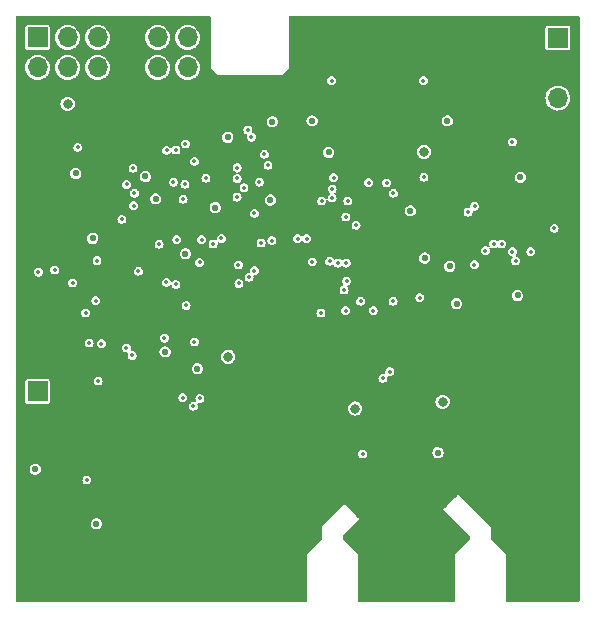
<source format=gbr>
%TF.GenerationSoftware,KiCad,Pcbnew,(6.0.4)*%
%TF.CreationDate,2023-05-19T00:46:40+09:00*%
%TF.ProjectId,RFB,5246422e-6b69-4636-9164-5f7063625858,rev?*%
%TF.SameCoordinates,Original*%
%TF.FileFunction,Copper,L2,Inr*%
%TF.FilePolarity,Positive*%
%FSLAX46Y46*%
G04 Gerber Fmt 4.6, Leading zero omitted, Abs format (unit mm)*
G04 Created by KiCad (PCBNEW (6.0.4)) date 2023-05-19 00:46:40*
%MOMM*%
%LPD*%
G01*
G04 APERTURE LIST*
%TA.AperFunction,ComponentPad*%
%ADD10C,0.970000*%
%TD*%
%TA.AperFunction,ComponentPad*%
%ADD11C,2.600000*%
%TD*%
%TA.AperFunction,ComponentPad*%
%ADD12R,1.700000X1.700000*%
%TD*%
%TA.AperFunction,ComponentPad*%
%ADD13O,1.700000X1.700000*%
%TD*%
%TA.AperFunction,ComponentPad*%
%ADD14C,0.500000*%
%TD*%
%TA.AperFunction,ViaPad*%
%ADD15C,0.350000*%
%TD*%
%TA.AperFunction,ViaPad*%
%ADD16C,0.550000*%
%TD*%
%TA.AperFunction,ViaPad*%
%ADD17C,0.800000*%
%TD*%
%TA.AperFunction,Conductor*%
%ADD18C,0.250000*%
%TD*%
G04 APERTURE END LIST*
D10*
%TO.N,GND*%
%TO.C,J1*%
X75946000Y-101053400D03*
X68961000Y-101053400D03*
%TD*%
D11*
%TO.N,GND*%
%TO.C,H1*%
X77673200Y-95478600D03*
%TD*%
D10*
%TO.N,GND*%
%TO.C,J2*%
X63423800Y-101053400D03*
X56438800Y-101053400D03*
%TD*%
D12*
%TO.N,/3V3D*%
%TO.C,J9*%
X34950400Y-88138000D03*
D13*
%TO.N,GND*%
X34950400Y-90678000D03*
%TD*%
D11*
%TO.N,GND*%
%TO.C,H2*%
X73126600Y-60452000D03*
%TD*%
D14*
%TO.N,GND*%
%TO.C,U7*%
X59944700Y-78543600D03*
X58944700Y-79543600D03*
X58944700Y-78543600D03*
X57944700Y-78543600D03*
X57944700Y-79543600D03*
X58944700Y-80543600D03*
X59944700Y-80543600D03*
X57944700Y-80543600D03*
X59944700Y-79543600D03*
%TD*%
%TO.N,GND*%
%TO.C,U9*%
X73346593Y-77758610D03*
X74053700Y-77051503D03*
X72639486Y-78465717D03*
X74053700Y-78465717D03*
X73346593Y-79172824D03*
X74760807Y-77758610D03*
X74053700Y-79879931D03*
X74760807Y-79172824D03*
X75467914Y-78465717D03*
%TD*%
D12*
%TO.N,/3V6*%
%TO.C,J7*%
X34950400Y-58166000D03*
D13*
X34950400Y-60706000D03*
%TO.N,VCC*%
X37490400Y-58166000D03*
X37490400Y-60706000D03*
%TO.N,/12V*%
X40030400Y-58166000D03*
X40030400Y-60706000D03*
%TO.N,GND*%
X42570400Y-58166000D03*
X42570400Y-60706000D03*
%TO.N,/LNA_EN1*%
X45110400Y-58166000D03*
%TO.N,/LNA_EN2*%
X45110400Y-60706000D03*
%TO.N,/LNA_S1*%
X47650400Y-58166000D03*
%TO.N,/LNA_S2*%
X47650400Y-60706000D03*
%TD*%
D14*
%TO.N,GND*%
%TO.C,U8*%
X66594100Y-92342400D03*
X64594100Y-91342400D03*
X66594100Y-90342400D03*
X64594100Y-90342400D03*
X65594100Y-91342400D03*
X65594100Y-90342400D03*
X66594100Y-91342400D03*
X64594100Y-92342400D03*
X65594100Y-92342400D03*
%TD*%
D12*
%TO.N,/12V*%
%TO.C,J6*%
X78994000Y-58216800D03*
D13*
%TO.N,GND*%
X78994000Y-60756800D03*
%TO.N,/3V6*%
X78994000Y-63296800D03*
%TD*%
D14*
%TO.N,GND*%
%TO.C,IC3*%
X63736200Y-68417900D03*
X63736200Y-67142900D03*
X65011200Y-68417900D03*
X62461200Y-68417900D03*
X63736200Y-69692900D03*
X61186200Y-68417900D03*
X61186200Y-67142900D03*
X62461200Y-69692900D03*
X65011200Y-64592900D03*
X66286200Y-67142900D03*
X63736200Y-64592900D03*
X66286200Y-69692900D03*
X63736200Y-65867900D03*
X61186200Y-64592900D03*
X66286200Y-68417900D03*
X62461200Y-67142900D03*
X66286200Y-64592900D03*
X65011200Y-65867900D03*
X62461200Y-65867900D03*
X66286200Y-65867900D03*
X65011200Y-69692900D03*
X62461200Y-64592900D03*
X61186200Y-69692900D03*
X65011200Y-67142900D03*
X61186200Y-65867900D03*
%TD*%
D11*
%TO.N,GND*%
%TO.C,H3*%
X51765200Y-98018600D03*
%TD*%
D10*
%TO.N,GND*%
%TO.C,J3*%
X39941500Y-101053400D03*
X46926500Y-101053400D03*
%TD*%
D14*
%TO.N,GND*%
%TO.C,U4*%
X43422800Y-83203800D03*
X43452800Y-79203800D03*
X40722800Y-80473800D03*
X41992800Y-83203800D03*
X43452800Y-80473800D03*
X41992800Y-80473800D03*
X44722800Y-81933800D03*
X43452800Y-81933800D03*
X41992800Y-81933800D03*
X44722800Y-80473800D03*
X41992800Y-79203800D03*
X40722800Y-81933800D03*
%TD*%
%TO.N,GND*%
%TO.C,IC5*%
X42451200Y-96111600D03*
X43701200Y-96111600D03*
X43701200Y-97361600D03*
X42451200Y-97361600D03*
%TD*%
D15*
%TO.N,GND*%
X49428400Y-90398600D03*
X50038000Y-90043000D03*
X50647600Y-90398600D03*
X51866800Y-89687400D03*
X51257200Y-90043000D03*
X50038000Y-89331800D03*
X49428400Y-88976200D03*
X50038000Y-88620600D03*
X50038000Y-87909400D03*
X49428399Y-89687400D03*
X50647600Y-89687400D03*
X54838600Y-83261200D03*
X50571399Y-83261200D03*
X51282600Y-83261200D03*
X50571399Y-82143600D03*
X51282600Y-82143600D03*
X62743105Y-85780905D03*
X35763200Y-85928200D03*
X33883600Y-85928200D03*
X56769000Y-74498200D03*
%TO.N,/STM_GPA3*%
X49199800Y-70078600D03*
X50520600Y-75184000D03*
%TO.N,/STM_GPA8*%
X54152800Y-68046600D03*
%TO.N,/STM_GPB5*%
X48234600Y-68656200D03*
%TO.N,/STM_GPB12*%
X51841400Y-69189600D03*
%TO.N,/STM_GPA4*%
X51841400Y-70104000D03*
%TO.N,/STM_GPA5*%
X52425600Y-70891400D03*
%TO.N,/STM_GPA1*%
X51841400Y-71678800D03*
%TO.N,/STM_GPA0*%
X48844200Y-75285600D03*
%TO.N,/STM_GPA1*%
X49809400Y-75641200D03*
%TO.N,/STM_GPA0*%
X47269400Y-71856600D03*
%TO.N,/STM_GPB8*%
X47421800Y-70586600D03*
%TO.N,/STM_GPB4*%
X47472600Y-67183000D03*
%TO.N,GND*%
X43992800Y-72593200D03*
X41532816Y-71932800D03*
X42244016Y-71932800D03*
X47396400Y-79984600D03*
X48260000Y-79273400D03*
X44932600Y-69596000D03*
D16*
%TO.N,VCC*%
X44942463Y-71831200D03*
D15*
%TO.N,GND*%
X48234600Y-74498200D03*
X48437800Y-82143600D03*
X47015400Y-82143600D03*
X46304200Y-82143600D03*
X47726600Y-82143600D03*
X43027600Y-63500000D03*
X43988984Y-63500000D03*
X42062400Y-63500000D03*
X43455584Y-66675000D03*
X41529000Y-65049400D03*
X42490384Y-65049400D03*
X39319200Y-72872600D03*
X35737800Y-79679800D03*
X34315400Y-79679800D03*
X33604200Y-79679800D03*
X35737800Y-78968600D03*
X33604201Y-78968600D03*
X36449000Y-78968600D03*
X34315400Y-78968600D03*
X78130400Y-92024199D03*
X79400400Y-87426800D03*
X78841600Y-89890600D03*
X77419200Y-89890600D03*
X77419200Y-92735400D03*
X77419200Y-89179400D03*
X79552800Y-91313000D03*
X78841600Y-92735400D03*
X79552800Y-90601800D03*
X78130400Y-91313000D03*
X78841600Y-89179400D03*
X78181200Y-87426800D03*
X78130400Y-92735400D03*
X79552800Y-89179400D03*
X78841600Y-90601800D03*
X79552800Y-92024200D03*
X79552800Y-89890600D03*
X78841600Y-91313000D03*
X79552800Y-88468200D03*
X78790800Y-85648800D03*
X77419200Y-91313000D03*
X78841600Y-92024200D03*
X78790800Y-86360000D03*
X78181200Y-86004400D03*
X77419200Y-92024200D03*
X79400401Y-86004400D03*
X78181200Y-86715600D03*
X78130400Y-88468200D03*
X78130400Y-89179400D03*
X77419200Y-90601800D03*
X77419200Y-88468200D03*
X79552800Y-92735400D03*
X78130400Y-89890600D03*
X78790800Y-87071200D03*
X78130400Y-90601800D03*
X79400400Y-86715600D03*
X78841600Y-88468200D03*
X38658800Y-73787000D03*
%TO.N,/3V3D*%
X35026600Y-78028800D03*
%TO.N,Net-(R1-Pad1)*%
X36398200Y-77851000D03*
%TO.N,GND*%
X45770800Y-104063800D03*
X60807600Y-90398600D03*
X57724117Y-90744117D03*
X70891400Y-93726000D03*
X74549000Y-65684400D03*
X48945800Y-74498200D03*
X72847200Y-64846200D03*
X71424800Y-64846200D03*
X65968906Y-95153506D03*
X70378294Y-99435894D03*
X76123800Y-82575400D03*
X41097200Y-104063800D03*
X45161200Y-90678000D03*
X50088800Y-67513200D03*
X66217800Y-87985600D03*
X68173600Y-59639200D03*
X64449883Y-96281317D03*
X68910200Y-70129400D03*
X58729906Y-91749906D03*
X61341000Y-74498200D03*
X67360800Y-94081600D03*
X67843400Y-88392000D03*
X46736000Y-87655400D03*
X59801811Y-89392811D03*
X58572400Y-61061600D03*
X76123800Y-81864200D03*
X58572400Y-58928000D03*
X57581800Y-101930200D03*
X42697400Y-92735400D03*
D16*
X39903400Y-98374200D03*
D15*
X62306200Y-72390000D03*
X45872400Y-97078800D03*
X74980800Y-87198199D03*
X60452000Y-63042800D03*
X67005200Y-63042800D03*
X44450000Y-90373200D03*
X59283600Y-59639200D03*
X71846517Y-92364483D03*
X74803000Y-104774999D03*
X55778400Y-66319400D03*
X74803000Y-101930200D03*
X47726600Y-83261200D03*
X44450000Y-95351600D03*
X62006506Y-99385094D03*
D16*
X36042600Y-96494600D03*
D15*
X45161200Y-94234000D03*
X75514200Y-101930200D03*
X67843400Y-86969600D03*
X44450000Y-91795600D03*
X45872400Y-96367600D03*
X70881189Y-99938789D03*
X64185800Y-95631000D03*
X68529200Y-76428600D03*
X74803000Y-104063800D03*
X74863883Y-89347117D03*
X73939400Y-66040000D03*
X59283600Y-58928000D03*
D16*
X61290339Y-97706078D03*
D15*
X40386000Y-103352600D03*
X72567800Y-83794600D03*
X44399200Y-68351400D03*
X71328306Y-89453694D03*
X65341500Y-93929200D03*
X74980800Y-86487000D03*
X42697400Y-93446600D03*
X73939400Y-65328800D03*
X73837800Y-67589400D03*
X42697400Y-92024200D03*
X67884117Y-94604917D03*
X62306200Y-76631800D03*
X51993801Y-82143600D03*
X63444094Y-97287106D03*
X38887400Y-71932800D03*
X70205600Y-84785200D03*
X46482000Y-102641400D03*
X45770800Y-103352600D03*
X64592200Y-82931000D03*
X70205600Y-86207599D03*
D16*
X70243700Y-96875600D03*
D15*
X62992000Y-105486200D03*
X70104000Y-102641400D03*
X62280800Y-102641400D03*
X46228000Y-75819000D03*
X62773483Y-94554117D03*
X40386000Y-101930200D03*
X79227577Y-79192223D03*
X49047400Y-73406000D03*
X70535800Y-82702400D03*
X69392800Y-101930200D03*
X72572777Y-98582377D03*
X76123800Y-81153000D03*
X69596000Y-61061600D03*
X59090611Y-99252989D03*
X69392800Y-104063800D03*
X64617600Y-73456800D03*
X41097200Y-103352600D03*
X60223400Y-83261200D03*
X45161200Y-99212400D03*
D16*
X38887400Y-87172800D03*
D15*
X65354200Y-94640400D03*
X72852306Y-91358694D03*
X50469800Y-73406000D03*
X50368200Y-74498200D03*
X40843200Y-95758000D03*
X70205600Y-94081600D03*
X51181000Y-73406000D03*
X40386000Y-102641400D03*
X45161200Y-89966800D03*
X62270589Y-95057011D03*
X56870600Y-104774999D03*
X74803000Y-105486200D03*
X48336200Y-73406000D03*
X36550601Y-80797400D03*
X74803000Y-102641400D03*
X38176200Y-89306400D03*
X46863001Y-85354212D03*
X55905400Y-84328000D03*
X57581800Y-104774999D03*
X57150000Y-61061600D03*
X74549000Y-64262000D03*
X65323694Y-82377306D03*
X58851800Y-66827400D03*
X71064094Y-97073694D03*
X49758600Y-73406000D03*
X55727600Y-73406000D03*
X68173600Y-58216801D03*
X62992000Y-104774999D03*
X35814000Y-64871600D03*
X61503611Y-99887989D03*
X58318400Y-87833200D03*
X70205600Y-88341200D03*
X66217800Y-88696800D03*
X66548000Y-87122000D03*
X42697400Y-91312999D03*
X66471800Y-95656400D03*
X74549000Y-64973200D03*
X70104000Y-105486200D03*
D16*
X62852300Y-92354400D03*
D15*
X76987400Y-81026000D03*
X46360106Y-85857106D03*
X76758800Y-64668400D03*
D16*
X68541900Y-90449400D03*
D15*
X41097200Y-105486200D03*
X71729600Y-81153000D03*
X63946989Y-96784211D03*
X45161200Y-91389200D03*
X63362917Y-87340517D03*
X73797212Y-100822812D03*
X36550601Y-82753200D03*
X63240766Y-86278566D03*
X60223400Y-75463400D03*
X59283600Y-58216800D03*
X68940706Y-78379294D03*
X59283600Y-60350400D03*
X46482000Y-104063800D03*
X62280800Y-104063800D03*
X41097200Y-102641400D03*
X70322517Y-90459483D03*
X56870600Y-101930200D03*
X60096400Y-98247200D03*
X59512200Y-75463400D03*
X62992000Y-103352600D03*
X37769800Y-81711800D03*
X68884800Y-58928000D03*
X44450000Y-91084400D03*
X54127401Y-82143600D03*
X66929129Y-79385082D03*
X75514200Y-102641400D03*
X80035400Y-74498200D03*
X61569600Y-72618600D03*
X45770800Y-102641400D03*
D16*
X60388500Y-96799400D03*
D15*
X60690811Y-87792611D03*
X74980800Y-88620600D03*
D16*
X61379100Y-94107000D03*
D15*
X71500872Y-71170672D03*
X42773600Y-100126800D03*
X67691000Y-97815400D03*
X75514200Y-104063800D03*
X63865811Y-87843411D03*
X66192400Y-80467200D03*
X44450000Y-93929200D03*
X58851800Y-99974400D03*
X55905400Y-88595200D03*
X68437812Y-77876399D03*
X74360989Y-89850011D03*
X40284400Y-76022200D03*
X45161200Y-92811600D03*
X64465200Y-72593200D03*
X74447400Y-68656200D03*
X49860200Y-82143600D03*
X80035400Y-78054200D03*
X57861200Y-58928000D03*
X68351400Y-69697600D03*
X36550601Y-80086200D03*
X42697400Y-94157800D03*
X74803000Y-103352600D03*
X73858094Y-90352906D03*
X45770800Y-105486200D03*
X72136000Y-64846200D03*
X67843400Y-86258399D03*
X73355200Y-90855800D03*
X56870600Y-105486200D03*
X45161200Y-96367600D03*
X41275000Y-75158600D03*
X64688694Y-95128106D03*
X69596000Y-58216800D03*
X66192400Y-81178400D03*
X56215434Y-89235434D03*
X69392800Y-102641400D03*
X69392800Y-96113600D03*
X45872400Y-100634800D03*
X47365895Y-85857106D03*
D16*
X42961400Y-88453200D03*
D15*
X41554400Y-96469200D03*
X62992000Y-102641400D03*
X64368706Y-88346306D03*
X64465200Y-71882000D03*
X74447400Y-67945000D03*
X79756000Y-73812400D03*
X70825411Y-89956589D03*
X45872400Y-98501200D03*
X69596000Y-59639200D03*
X59207400Y-74498200D03*
X80035400Y-76631800D03*
X61595000Y-76631800D03*
X62357000Y-75463400D03*
X46304200Y-83261200D03*
X69596000Y-58928000D03*
X59334400Y-73406000D03*
X40821616Y-71932800D03*
D16*
X41783000Y-86080600D03*
D15*
X57581800Y-105486200D03*
X56438800Y-73406000D03*
X44450000Y-93218000D03*
X70104000Y-101930200D03*
X73075672Y-99085272D03*
X70104000Y-103352600D03*
X37261800Y-80797400D03*
X37312600Y-74650600D03*
D16*
X62191900Y-98602800D03*
X68440300Y-98653600D03*
D15*
X69911011Y-71130211D03*
X60452000Y-62331600D03*
X55905400Y-85039200D03*
X67005200Y-63754000D03*
X68732400Y-67132200D03*
X68884800Y-59639200D03*
X58801000Y-75463400D03*
X42697400Y-90601800D03*
D16*
X69339442Y-97764600D03*
D15*
X62204600Y-74777600D03*
X37261800Y-83464400D03*
X76123800Y-83286600D03*
X60553600Y-72847200D03*
X44450000Y-92506799D03*
X72567800Y-87350600D03*
X71831200Y-88950800D03*
X72567800Y-88061800D03*
X65826589Y-81874411D03*
X41148000Y-98704400D03*
X70104000Y-104063800D03*
X67934918Y-79385082D03*
X68783200Y-94081600D03*
X62280800Y-105486200D03*
X59055000Y-63020000D03*
X42087800Y-89535000D03*
X40386000Y-105486200D03*
X44399200Y-99415600D03*
X60045600Y-73406000D03*
X63881000Y-82931000D03*
X41656000Y-67818000D03*
X57150000Y-58216800D03*
X58572400Y-59639200D03*
X66979800Y-60785000D03*
X57912000Y-73406000D03*
X74980800Y-87909400D03*
X57581800Y-104063800D03*
X67934918Y-78379294D03*
X52705000Y-82143600D03*
X67432023Y-78882188D03*
X61645799Y-75463400D03*
X67843400Y-84836000D03*
X58796023Y-88387023D03*
X69392800Y-104774999D03*
X41097200Y-104774999D03*
X48615600Y-85191600D03*
X66182317Y-96306717D03*
X60477400Y-60782200D03*
X69596000Y-60350400D03*
X68884800Y-60350400D03*
X55905400Y-87884000D03*
D16*
X45501400Y-88453200D03*
D15*
X74549000Y-66395600D03*
X59298917Y-88889917D03*
X62458600Y-82931000D03*
X44450000Y-89662000D03*
X57861200Y-58216800D03*
X58587588Y-100822812D03*
X56718328Y-89738328D03*
X76047600Y-64668400D03*
X75514200Y-104774999D03*
X70413906Y-71633106D03*
X45770800Y-104774999D03*
X73837800Y-68300600D03*
X45872400Y-95656400D03*
X58572400Y-58216800D03*
X40817800Y-70002400D03*
X66045106Y-86619106D03*
X37261801Y-80086200D03*
X71566989Y-97576589D03*
X74980800Y-85064600D03*
X42087800Y-90957400D03*
X45161200Y-94945200D03*
X68884800Y-58216800D03*
X73578566Y-99588166D03*
X46482000Y-104774999D03*
X41097200Y-101930200D03*
X60934600Y-75463400D03*
X70307200Y-60350400D03*
X70205600Y-84074000D03*
X73939400Y-66751200D03*
X58227011Y-91247011D03*
X62280800Y-101930200D03*
X63068200Y-75463400D03*
X70307200Y-58216801D03*
X71729600Y-81864200D03*
X68437812Y-78882188D03*
X46863000Y-86360000D03*
X72567800Y-84505800D03*
X66685211Y-96809611D03*
X63530506Y-94711494D03*
X45872400Y-97789999D03*
X42087800Y-92379800D03*
X43764200Y-74498200D03*
X56870600Y-103352600D03*
X57150000Y-60350400D03*
X58496201Y-74498200D03*
X70307200Y-59639200D03*
X61777906Y-101325706D03*
X45770800Y-101930200D03*
X47015400Y-83261200D03*
X59593506Y-98750094D03*
X55346600Y-74498200D03*
X45161200Y-93522800D03*
X44450000Y-96062799D03*
X45161200Y-95656400D03*
X40821616Y-70971416D03*
X56870600Y-102641400D03*
X44450000Y-97282000D03*
X68387011Y-95107811D03*
X61193706Y-88295506D03*
X45872400Y-99923600D03*
X44399200Y-100126800D03*
X69443600Y-67640200D03*
X45161200Y-92100400D03*
X69392800Y-103352600D03*
X42697400Y-89890600D03*
X70104000Y-104774999D03*
X40690800Y-73736200D03*
D16*
X37973000Y-96977200D03*
D15*
X54127400Y-83261200D03*
X59232800Y-92252800D03*
X72349411Y-91861589D03*
X42087800Y-90246200D03*
X61696600Y-88798400D03*
X72567800Y-86639399D03*
X46482000Y-105486200D03*
X70713600Y-64846200D03*
X46482000Y-103352600D03*
X44450000Y-97993200D03*
X61442600Y-82931000D03*
X64114706Y-73959694D03*
X68173600Y-60350400D03*
X65542211Y-86116211D03*
X62941200Y-97790000D03*
X72069883Y-98079483D03*
X67106800Y-94742000D03*
X47269400Y-84632800D03*
X61767694Y-95559906D03*
X75514200Y-103352600D03*
X57150000Y-58928000D03*
X74447400Y-67233800D03*
X60452000Y-63754000D03*
X63169800Y-82931000D03*
X68427600Y-65278000D03*
X42087800Y-91668600D03*
X36068000Y-68986400D03*
X62280800Y-103352600D03*
X45872400Y-94945200D03*
X57221223Y-90241223D03*
X70205600Y-87630000D03*
X46482000Y-101930200D03*
X53416200Y-83261200D03*
X67843400Y-85547200D03*
X69875400Y-98933000D03*
X65997700Y-77749400D03*
X42087800Y-93091000D03*
X70891400Y-82092800D03*
X60629800Y-74498200D03*
X70916800Y-72136000D03*
X40821616Y-72894184D03*
X58572400Y-60350400D03*
X72003766Y-71673566D03*
X45161200Y-99923600D03*
X53416201Y-82143600D03*
X66649600Y-94081600D03*
X78724683Y-79695117D03*
X68173600Y-61061600D03*
X68884800Y-61061600D03*
X61275012Y-100822812D03*
X68173600Y-58928000D03*
X41554400Y-95046801D03*
X64871600Y-88849200D03*
X67005200Y-62331600D03*
X62809094Y-71887106D03*
X74980800Y-85775800D03*
X57581800Y-103352600D03*
X45161200Y-97078800D03*
X59283600Y-61061600D03*
X41554400Y-95758001D03*
X69413095Y-70632295D03*
X62814200Y-74320400D03*
X80035400Y-77343000D03*
X41859200Y-98704400D03*
X76758800Y-63957200D03*
X52704999Y-83261200D03*
X57581800Y-102641400D03*
X51993800Y-83261200D03*
X67188106Y-97312506D03*
X42270706Y-100629694D03*
X72567800Y-85217000D03*
X54635400Y-74498200D03*
X75514200Y-105486200D03*
X56870600Y-104063800D03*
X44881800Y-100711000D03*
X71729600Y-82575400D03*
X61264800Y-96062800D03*
X45872400Y-99212400D03*
X37236400Y-64871600D03*
X40843200Y-95046800D03*
D16*
X44231400Y-88453200D03*
D15*
X56057800Y-74498200D03*
X36550601Y-83464400D03*
X74300106Y-101325706D03*
X44450000Y-98704400D03*
X59918600Y-74498200D03*
X37261801Y-82753200D03*
X62992000Y-101930200D03*
X49657000Y-74498200D03*
X34645600Y-68986400D03*
X69494399Y-94081600D03*
X57150000Y-59639200D03*
X70205600Y-83362800D03*
X79730472Y-78689328D03*
X70307200Y-61061600D03*
X45161200Y-98501200D03*
X58084694Y-101325706D03*
X58623200Y-73406000D03*
X45339000Y-101269800D03*
D16*
X68186300Y-92329000D03*
D15*
X70205600Y-85496400D03*
X67843400Y-87680800D03*
X45847000Y-86360000D03*
X80035400Y-75920600D03*
X80035400Y-75209400D03*
X42697400Y-89179400D03*
X70307200Y-58928000D03*
X37490400Y-68986400D03*
X45161200Y-97789999D03*
X34391601Y-64871600D03*
X69392800Y-105486200D03*
X74980800Y-84353400D03*
X44450000Y-94640400D03*
X60304706Y-89895706D03*
D16*
X69672200Y-63169800D03*
D15*
X48437800Y-83261200D03*
X70942200Y-69138800D03*
X49860200Y-83261200D03*
X40386000Y-104774999D03*
X65039317Y-85613317D03*
X57861200Y-61061600D03*
X73939400Y-64617600D03*
X77718894Y-80700906D03*
X64033400Y-94208600D03*
X62992000Y-104063800D03*
X57861200Y-60350400D03*
X40386000Y-104063800D03*
X63957072Y-85445472D03*
X41767811Y-101132589D03*
X62280800Y-104774999D03*
X68889906Y-95610706D03*
X57861200Y-59639200D03*
X78221789Y-80198011D03*
X76047600Y-63957200D03*
X63611811Y-74462589D03*
X59055000Y-64925000D03*
X70606894Y-101325706D03*
X71109788Y-100822812D03*
X72567800Y-85928200D03*
X69992189Y-69661989D03*
%TO.N,/3V3D*%
X42087800Y-73558400D03*
X43154600Y-71348600D03*
X38354000Y-67462400D03*
X48133000Y-89382600D03*
X43027600Y-69240400D03*
D16*
X39624000Y-75184000D03*
X38176200Y-69672200D03*
D15*
X43078400Y-72415400D03*
%TO.N,/ADC_REFCLKN*%
X61048900Y-73355200D03*
%TO.N,/ADC_REFCLKP*%
X61912500Y-74066400D03*
%TO.N,Net-(Q1-Pad3)*%
X39116000Y-95631000D03*
%TO.N,/PLL_CE*%
X46456600Y-70408800D03*
X39979600Y-77063600D03*
%TO.N,Net-(C32-Pad1)*%
X46659800Y-79070200D03*
%TO.N,/PLL_RFMXN*%
X64190397Y-87020400D03*
%TO.N,/PLL_RFMXP*%
X64782700Y-86458738D03*
%TO.N,/PLL_RAMPCLK*%
X40360600Y-84099400D03*
X48666400Y-77216000D03*
%TO.N,/PLL_RAMPDIR*%
X39319200Y-84023200D03*
X45237400Y-75666600D03*
%TO.N,Net-(C30-Pad2)*%
X39014400Y-81483200D03*
%TO.N,/PLL_3V3A*%
X47523400Y-80848200D03*
X42474000Y-84449800D03*
D16*
X45745400Y-84785200D03*
D15*
X39878000Y-80441800D03*
X43484800Y-77952600D03*
X45847000Y-78892400D03*
D16*
%TO.N,/IF_VCM*%
X66497200Y-72847200D03*
D15*
X75158232Y-76301232D03*
X62306200Y-80492600D03*
X65049400Y-80492600D03*
X61112400Y-78793100D03*
X78689200Y-74320400D03*
X71927315Y-77399285D03*
X58200464Y-77163471D03*
X76708000Y-76301600D03*
%TO.N,/ADC/ADC_INBN*%
X73558400Y-75641200D03*
X71399400Y-72948800D03*
%TO.N,/ADC/ADC_INBP*%
X71958200Y-72440800D03*
X74244200Y-75641200D03*
%TO.N,/ADC/ADC_INAP*%
X60375800Y-77266800D03*
X56972200Y-75209400D03*
%TO.N,/ADC/ADC_INAN*%
X57734200Y-75209400D03*
X61087000Y-77266800D03*
%TO.N,/PA_EN*%
X51943000Y-77419200D03*
X40081200Y-87249000D03*
%TO.N,/ADC_RESET*%
X54787800Y-75361800D03*
X65074800Y-71348600D03*
%TO.N,Net-(R12-Pad2)*%
X72859900Y-76225400D03*
%TO.N,Net-(C57-Pad2)*%
X63360300Y-81300200D03*
X61023500Y-81300200D03*
%TO.N,Net-(R23-Pad2)*%
X59684700Y-77105200D03*
D16*
%TO.N,/1V8D*%
X58191400Y-65227200D03*
X69634100Y-65227200D03*
D15*
%TO.N,/ADC_1V8A*%
X60020200Y-70027800D03*
D16*
X59588400Y-67894200D03*
D17*
X67665600Y-67843400D03*
D15*
X64496701Y-70479001D03*
X62986200Y-70457600D03*
X67656950Y-69993750D03*
D17*
%TO.N,/MIX_5VA*%
X61836300Y-89585800D03*
X69243900Y-89010800D03*
D15*
X62471300Y-93421200D03*
D16*
X68846700Y-93319600D03*
D15*
%TO.N,/IFF_3V3A*%
X75414811Y-77086789D03*
D16*
X75590400Y-80010000D03*
D15*
X60903900Y-79543600D03*
D16*
X67729100Y-76837046D03*
D15*
X58940700Y-81483200D03*
D16*
%TO.N,/PA_8VA*%
X39934000Y-99334200D03*
%TO.N,/12V*%
X34747200Y-94716600D03*
X70434200Y-80695800D03*
%TO.N,/3V6*%
X75819000Y-70002400D03*
X69850000Y-77546200D03*
X48488600Y-86207600D03*
D15*
%TO.N,/LNA_EN1*%
X46659800Y-67691000D03*
%TO.N,/LNA_EN2*%
X45872400Y-67716400D03*
%TO.N,/CAN_R*%
X53060600Y-66598800D03*
%TO.N,/CAN_T*%
X52755800Y-65989200D03*
%TO.N,/MCU_REFCLK*%
X42494200Y-70612000D03*
%TO.N,/STM_NRST*%
X46736000Y-75285600D03*
X37922200Y-78943200D03*
%TO.N,VCC*%
X47244000Y-88671400D03*
X67310000Y-80187800D03*
D16*
X51054000Y-66624200D03*
D15*
X59842400Y-61823600D03*
X67614800Y-61823600D03*
D16*
X47472600Y-76479400D03*
D17*
X37490400Y-63779400D03*
D16*
X54813200Y-65303400D03*
X49987200Y-72567800D03*
D17*
X51079400Y-85191600D03*
D16*
X54660800Y-71932800D03*
D15*
X75158600Y-67005200D03*
D16*
X44069000Y-69926200D03*
D15*
%TO.N,/SPI_SCK*%
X53314600Y-77901800D03*
X53314600Y-73050400D03*
X59004200Y-72009000D03*
%TO.N,/SPI_MOSI*%
X54457600Y-68986400D03*
X52857400Y-78460600D03*
X59893200Y-70993000D03*
%TO.N,/SPI_CS_ADC*%
X59893200Y-71755000D03*
X53873400Y-75565000D03*
%TO.N,/ADC/ADC_SDO*%
X61214000Y-72009000D03*
%TO.N,/SPI_CS_PLL*%
X42951400Y-85090000D03*
X48234600Y-83947000D03*
%TO.N,/Generator/MUXOUT*%
X45694600Y-83616800D03*
%TO.N,/SPI_MISO*%
X53721000Y-70408800D03*
X51993800Y-78994000D03*
%TO.N,/Power/2V5_PG*%
X48691800Y-88722200D03*
%TD*%
D18*
%TO.N,GND*%
X60490100Y-96799400D02*
X60388500Y-96799400D01*
%TD*%
%TA.AperFunction,Conductor*%
%TO.N,GND*%
G36*
X49565391Y-56378807D02*
G01*
X49601355Y-56428307D01*
X49606200Y-56458900D01*
X49606200Y-60731400D01*
X50190400Y-61315600D01*
X55626000Y-61315600D01*
X56210200Y-60731400D01*
X56210200Y-59086548D01*
X77943500Y-59086548D01*
X77955133Y-59145031D01*
X77999448Y-59211352D01*
X78065769Y-59255667D01*
X78075332Y-59257569D01*
X78075334Y-59257570D01*
X78098005Y-59262079D01*
X78124252Y-59267300D01*
X79863748Y-59267300D01*
X79889995Y-59262079D01*
X79912666Y-59257570D01*
X79912668Y-59257569D01*
X79922231Y-59255667D01*
X79988552Y-59211352D01*
X80032867Y-59145031D01*
X80044500Y-59086548D01*
X80044500Y-57347052D01*
X80032867Y-57288569D01*
X79988552Y-57222248D01*
X79922231Y-57177933D01*
X79912668Y-57176031D01*
X79912666Y-57176030D01*
X79889629Y-57171448D01*
X79863748Y-57166300D01*
X78124252Y-57166300D01*
X78098371Y-57171448D01*
X78075334Y-57176030D01*
X78075332Y-57176031D01*
X78065769Y-57177933D01*
X77999448Y-57222248D01*
X77955133Y-57288569D01*
X77943500Y-57347052D01*
X77943500Y-59086548D01*
X56210200Y-59086548D01*
X56210200Y-56458900D01*
X56229107Y-56400709D01*
X56278607Y-56364745D01*
X56309200Y-56359900D01*
X80751900Y-56359900D01*
X80810091Y-56378807D01*
X80846055Y-56428307D01*
X80850900Y-56458900D01*
X80850900Y-105847100D01*
X80831993Y-105905291D01*
X80782493Y-105941255D01*
X80751900Y-105946100D01*
X74711500Y-105946100D01*
X74653309Y-105927193D01*
X74617345Y-105877693D01*
X74612500Y-105847100D01*
X74612500Y-101889000D01*
X74604926Y-101881369D01*
X74604926Y-101881368D01*
X73371233Y-100638350D01*
X73343661Y-100583730D01*
X73342500Y-100568611D01*
X73342500Y-99618800D01*
X70548523Y-96819572D01*
X69294232Y-98076896D01*
X69300087Y-98082838D01*
X71536016Y-100351894D01*
X71563392Y-100406613D01*
X71564500Y-100421381D01*
X71564500Y-100568611D01*
X71545593Y-100626802D01*
X71535767Y-100638350D01*
X70305545Y-101877871D01*
X70305544Y-101877872D01*
X70294500Y-101889000D01*
X70294500Y-105847100D01*
X70275593Y-105905291D01*
X70226093Y-105941255D01*
X70195500Y-105946100D01*
X62189300Y-105946100D01*
X62131109Y-105927193D01*
X62095145Y-105877693D01*
X62090300Y-105847100D01*
X62090300Y-101889000D01*
X62082726Y-101881369D01*
X62082726Y-101881368D01*
X60849033Y-100638350D01*
X60821461Y-100583730D01*
X60820300Y-100568611D01*
X60820300Y-100370485D01*
X60839207Y-100312294D01*
X60848669Y-100301115D01*
X62206313Y-98918787D01*
X62217300Y-98907600D01*
X60972700Y-97637600D01*
X59042300Y-99568000D01*
X59042300Y-100568611D01*
X59023393Y-100626802D01*
X59013567Y-100638350D01*
X57783345Y-101877871D01*
X57783344Y-101877872D01*
X57772300Y-101889000D01*
X57772300Y-105847100D01*
X57753393Y-105905291D01*
X57703893Y-105941255D01*
X57673300Y-105946100D01*
X33192500Y-105946100D01*
X33134309Y-105927193D01*
X33098345Y-105877693D01*
X33093500Y-105847100D01*
X33093500Y-99328331D01*
X39453646Y-99328331D01*
X39471306Y-99463386D01*
X39474146Y-99469840D01*
X39474147Y-99469844D01*
X39512459Y-99556914D01*
X39526162Y-99588056D01*
X39552005Y-99618800D01*
X39609265Y-99686920D01*
X39609268Y-99686922D01*
X39613804Y-99692319D01*
X39619675Y-99696227D01*
X39619676Y-99696228D01*
X39636616Y-99707504D01*
X39727187Y-99767793D01*
X39733914Y-99769895D01*
X39733917Y-99769896D01*
X39850463Y-99806307D01*
X39850464Y-99806307D01*
X39857195Y-99808410D01*
X39927288Y-99809695D01*
X39986324Y-99810777D01*
X39986326Y-99810777D01*
X39993377Y-99810906D01*
X40000180Y-99809051D01*
X40000182Y-99809051D01*
X40072410Y-99789359D01*
X40124786Y-99775080D01*
X40240858Y-99703812D01*
X40332261Y-99602831D01*
X40391649Y-99480254D01*
X40393401Y-99469844D01*
X40413613Y-99349706D01*
X40413613Y-99349705D01*
X40414247Y-99345937D01*
X40414390Y-99334200D01*
X40413550Y-99328331D01*
X40396081Y-99206355D01*
X40395081Y-99199371D01*
X40338706Y-99075380D01*
X40249796Y-98972196D01*
X40135501Y-98898113D01*
X40005006Y-98859087D01*
X39924455Y-98858595D01*
X39875855Y-98858298D01*
X39875854Y-98858298D01*
X39868804Y-98858255D01*
X39862027Y-98860192D01*
X39862026Y-98860192D01*
X39744622Y-98893746D01*
X39744620Y-98893747D01*
X39737842Y-98895684D01*
X39622650Y-98968365D01*
X39532487Y-99070455D01*
X39474601Y-99193748D01*
X39453646Y-99328331D01*
X33093500Y-99328331D01*
X33093500Y-95631000D01*
X38735819Y-95631000D01*
X38754426Y-95748482D01*
X38808427Y-95854465D01*
X38892535Y-95938573D01*
X38899472Y-95942108D01*
X38899474Y-95942109D01*
X38991578Y-95989038D01*
X38998518Y-95992574D01*
X39006211Y-95993793D01*
X39006213Y-95993793D01*
X39108303Y-96009962D01*
X39116000Y-96011181D01*
X39123697Y-96009962D01*
X39225787Y-95993793D01*
X39225789Y-95993793D01*
X39233482Y-95992574D01*
X39240422Y-95989038D01*
X39332526Y-95942109D01*
X39332528Y-95942108D01*
X39339465Y-95938573D01*
X39423573Y-95854465D01*
X39477574Y-95748482D01*
X39496181Y-95631000D01*
X39477574Y-95513518D01*
X39423573Y-95407535D01*
X39339465Y-95323427D01*
X39332528Y-95319892D01*
X39332526Y-95319891D01*
X39240422Y-95272962D01*
X39240421Y-95272962D01*
X39233482Y-95269426D01*
X39225789Y-95268207D01*
X39225787Y-95268207D01*
X39123697Y-95252038D01*
X39116000Y-95250819D01*
X39108303Y-95252038D01*
X39006213Y-95268207D01*
X39006211Y-95268207D01*
X38998518Y-95269426D01*
X38991579Y-95272962D01*
X38991578Y-95272962D01*
X38899474Y-95319891D01*
X38899472Y-95319892D01*
X38892535Y-95323427D01*
X38808427Y-95407535D01*
X38754426Y-95513518D01*
X38735819Y-95631000D01*
X33093500Y-95631000D01*
X33093500Y-94710731D01*
X34266846Y-94710731D01*
X34284506Y-94845786D01*
X34287346Y-94852240D01*
X34287347Y-94852244D01*
X34336521Y-94964000D01*
X34339362Y-94970456D01*
X34383183Y-95022588D01*
X34422465Y-95069320D01*
X34422468Y-95069322D01*
X34427004Y-95074719D01*
X34432875Y-95078627D01*
X34432876Y-95078628D01*
X34449816Y-95089904D01*
X34540387Y-95150193D01*
X34547114Y-95152295D01*
X34547117Y-95152296D01*
X34663663Y-95188707D01*
X34663664Y-95188707D01*
X34670395Y-95190810D01*
X34740488Y-95192095D01*
X34799524Y-95193177D01*
X34799526Y-95193177D01*
X34806577Y-95193306D01*
X34813380Y-95191451D01*
X34813382Y-95191451D01*
X34885610Y-95171759D01*
X34937986Y-95157480D01*
X35054058Y-95086212D01*
X35145461Y-94985231D01*
X35204849Y-94862654D01*
X35206601Y-94852244D01*
X35226813Y-94732106D01*
X35226813Y-94732105D01*
X35227447Y-94728337D01*
X35227590Y-94716600D01*
X35226750Y-94710731D01*
X35209281Y-94588755D01*
X35208281Y-94581771D01*
X35151906Y-94457780D01*
X35062996Y-94354596D01*
X34948701Y-94280513D01*
X34818206Y-94241487D01*
X34737655Y-94240995D01*
X34689055Y-94240698D01*
X34689054Y-94240698D01*
X34682004Y-94240655D01*
X34675227Y-94242592D01*
X34675226Y-94242592D01*
X34557822Y-94276146D01*
X34557820Y-94276147D01*
X34551042Y-94278084D01*
X34435850Y-94350765D01*
X34345687Y-94452855D01*
X34287801Y-94576148D01*
X34266846Y-94710731D01*
X33093500Y-94710731D01*
X33093500Y-93421200D01*
X62091119Y-93421200D01*
X62109726Y-93538682D01*
X62113262Y-93545621D01*
X62113262Y-93545622D01*
X62131740Y-93581886D01*
X62163727Y-93644665D01*
X62247835Y-93728773D01*
X62254772Y-93732308D01*
X62254774Y-93732309D01*
X62313702Y-93762334D01*
X62353818Y-93782774D01*
X62361511Y-93783993D01*
X62361513Y-93783993D01*
X62463603Y-93800162D01*
X62471300Y-93801381D01*
X62478997Y-93800162D01*
X62581087Y-93783993D01*
X62581089Y-93783993D01*
X62588782Y-93782774D01*
X62628898Y-93762334D01*
X62687826Y-93732309D01*
X62687828Y-93732308D01*
X62694765Y-93728773D01*
X62778873Y-93644665D01*
X62810861Y-93581886D01*
X62829338Y-93545622D01*
X62829338Y-93545621D01*
X62832874Y-93538682D01*
X62851481Y-93421200D01*
X62837845Y-93335106D01*
X62834460Y-93313731D01*
X68366346Y-93313731D01*
X68384006Y-93448786D01*
X68386846Y-93455240D01*
X68386847Y-93455244D01*
X68436021Y-93567000D01*
X68438862Y-93573456D01*
X68482683Y-93625587D01*
X68521965Y-93672320D01*
X68521968Y-93672322D01*
X68526504Y-93677719D01*
X68532375Y-93681627D01*
X68532376Y-93681628D01*
X68549316Y-93692904D01*
X68639887Y-93753193D01*
X68646614Y-93755295D01*
X68646617Y-93755296D01*
X68763163Y-93791707D01*
X68763164Y-93791707D01*
X68769895Y-93793810D01*
X68839988Y-93795095D01*
X68899024Y-93796177D01*
X68899026Y-93796177D01*
X68906077Y-93796306D01*
X68912880Y-93794451D01*
X68912882Y-93794451D01*
X68985110Y-93774759D01*
X69037486Y-93760480D01*
X69153558Y-93689212D01*
X69244961Y-93588231D01*
X69304349Y-93465654D01*
X69306101Y-93455244D01*
X69326313Y-93335106D01*
X69326313Y-93335105D01*
X69326947Y-93331337D01*
X69327090Y-93319600D01*
X69326250Y-93313731D01*
X69310631Y-93204674D01*
X69307781Y-93184771D01*
X69251406Y-93060780D01*
X69162496Y-92957596D01*
X69048201Y-92883513D01*
X68917706Y-92844487D01*
X68837155Y-92843995D01*
X68788555Y-92843698D01*
X68788554Y-92843698D01*
X68781504Y-92843655D01*
X68774727Y-92845592D01*
X68774726Y-92845592D01*
X68657322Y-92879146D01*
X68657320Y-92879147D01*
X68650542Y-92881084D01*
X68535350Y-92953765D01*
X68445187Y-93055855D01*
X68387301Y-93179148D01*
X68366346Y-93313731D01*
X62834460Y-93313731D01*
X62834093Y-93311413D01*
X62834093Y-93311411D01*
X62832874Y-93303718D01*
X62778873Y-93197735D01*
X62694765Y-93113627D01*
X62687828Y-93110092D01*
X62687826Y-93110091D01*
X62595722Y-93063162D01*
X62595721Y-93063162D01*
X62588782Y-93059626D01*
X62581089Y-93058407D01*
X62581087Y-93058407D01*
X62478997Y-93042238D01*
X62471300Y-93041019D01*
X62463603Y-93042238D01*
X62361513Y-93058407D01*
X62361511Y-93058407D01*
X62353818Y-93059626D01*
X62346879Y-93063162D01*
X62346878Y-93063162D01*
X62254774Y-93110091D01*
X62254772Y-93110092D01*
X62247835Y-93113627D01*
X62163727Y-93197735D01*
X62109726Y-93303718D01*
X62108507Y-93311411D01*
X62108507Y-93311413D01*
X62104755Y-93335106D01*
X62091119Y-93421200D01*
X33093500Y-93421200D01*
X33093500Y-89382600D01*
X47752819Y-89382600D01*
X47754038Y-89390297D01*
X47760949Y-89433929D01*
X47771426Y-89500082D01*
X47774962Y-89507021D01*
X47774962Y-89507022D01*
X47820651Y-89596691D01*
X47825427Y-89606065D01*
X47909535Y-89690173D01*
X47916472Y-89693708D01*
X47916474Y-89693709D01*
X47999723Y-89736126D01*
X48015518Y-89744174D01*
X48023211Y-89745393D01*
X48023213Y-89745393D01*
X48125303Y-89761562D01*
X48133000Y-89762781D01*
X48140697Y-89761562D01*
X48242787Y-89745393D01*
X48242789Y-89745393D01*
X48250482Y-89744174D01*
X48266277Y-89736126D01*
X48349526Y-89693709D01*
X48349528Y-89693708D01*
X48356465Y-89690173D01*
X48440573Y-89606065D01*
X48445350Y-89596691D01*
X48450899Y-89585800D01*
X61230618Y-89585800D01*
X61251256Y-89742562D01*
X61311764Y-89888641D01*
X61408018Y-90014082D01*
X61533459Y-90110336D01*
X61679538Y-90170844D01*
X61836300Y-90191482D01*
X61993062Y-90170844D01*
X62139141Y-90110336D01*
X62264582Y-90014082D01*
X62360836Y-89888641D01*
X62421344Y-89742562D01*
X62441982Y-89585800D01*
X62421344Y-89429038D01*
X62360836Y-89282959D01*
X62264582Y-89157518D01*
X62139141Y-89061264D01*
X62017310Y-89010800D01*
X68638218Y-89010800D01*
X68658856Y-89167562D01*
X68667136Y-89187552D01*
X68719364Y-89313641D01*
X68815618Y-89439082D01*
X68941059Y-89535336D01*
X69087138Y-89595844D01*
X69243900Y-89616482D01*
X69400662Y-89595844D01*
X69546741Y-89535336D01*
X69672182Y-89439082D01*
X69768436Y-89313641D01*
X69820664Y-89187552D01*
X69828944Y-89167562D01*
X69849582Y-89010800D01*
X69828944Y-88854038D01*
X69768436Y-88707959D01*
X69672182Y-88582518D01*
X69546741Y-88486264D01*
X69400662Y-88425756D01*
X69243900Y-88405118D01*
X69087138Y-88425756D01*
X68941059Y-88486264D01*
X68815618Y-88582518D01*
X68719364Y-88707959D01*
X68658856Y-88854038D01*
X68638218Y-89010800D01*
X62017310Y-89010800D01*
X61993062Y-89000756D01*
X61836300Y-88980118D01*
X61679538Y-89000756D01*
X61533459Y-89061264D01*
X61408018Y-89157518D01*
X61311764Y-89282959D01*
X61251256Y-89429038D01*
X61230618Y-89585800D01*
X48450899Y-89585800D01*
X48491038Y-89507022D01*
X48491038Y-89507021D01*
X48494574Y-89500082D01*
X48505052Y-89433929D01*
X48511962Y-89390297D01*
X48513181Y-89382600D01*
X48494574Y-89265118D01*
X48491038Y-89258178D01*
X48491037Y-89258175D01*
X48475273Y-89227236D01*
X48465702Y-89166804D01*
X48493480Y-89112288D01*
X48547997Y-89084511D01*
X48578970Y-89084511D01*
X48684103Y-89101162D01*
X48691800Y-89102381D01*
X48699497Y-89101162D01*
X48801587Y-89084993D01*
X48801589Y-89084993D01*
X48809282Y-89083774D01*
X48826449Y-89075027D01*
X48908326Y-89033309D01*
X48908328Y-89033308D01*
X48915265Y-89029773D01*
X48999373Y-88945665D01*
X49022452Y-88900371D01*
X49049838Y-88846622D01*
X49049838Y-88846621D01*
X49053374Y-88839682D01*
X49071981Y-88722200D01*
X49070675Y-88713954D01*
X49054593Y-88612413D01*
X49054593Y-88612411D01*
X49053374Y-88604718D01*
X48999373Y-88498735D01*
X48915265Y-88414627D01*
X48908328Y-88411092D01*
X48908326Y-88411091D01*
X48816222Y-88364162D01*
X48816221Y-88364162D01*
X48809282Y-88360626D01*
X48801589Y-88359407D01*
X48801587Y-88359407D01*
X48699497Y-88343238D01*
X48691800Y-88342019D01*
X48684103Y-88343238D01*
X48582013Y-88359407D01*
X48582011Y-88359407D01*
X48574318Y-88360626D01*
X48567379Y-88364162D01*
X48567378Y-88364162D01*
X48475274Y-88411091D01*
X48475272Y-88411092D01*
X48468335Y-88414627D01*
X48384227Y-88498735D01*
X48330226Y-88604718D01*
X48329007Y-88612411D01*
X48329007Y-88612413D01*
X48312925Y-88713954D01*
X48311619Y-88722200D01*
X48330226Y-88839682D01*
X48333762Y-88846622D01*
X48333763Y-88846625D01*
X48349527Y-88877564D01*
X48359098Y-88937996D01*
X48331320Y-88992512D01*
X48276803Y-89020289D01*
X48245830Y-89020289D01*
X48140697Y-89003638D01*
X48133000Y-89002419D01*
X48125303Y-89003638D01*
X48023213Y-89019807D01*
X48023211Y-89019807D01*
X48015518Y-89021026D01*
X48008579Y-89024562D01*
X48008578Y-89024562D01*
X47916474Y-89071491D01*
X47916472Y-89071492D01*
X47909535Y-89075027D01*
X47825427Y-89159135D01*
X47821892Y-89166072D01*
X47821891Y-89166074D01*
X47790728Y-89227236D01*
X47771426Y-89265118D01*
X47752819Y-89382600D01*
X33093500Y-89382600D01*
X33093500Y-89007748D01*
X33899900Y-89007748D01*
X33911533Y-89066231D01*
X33955848Y-89132552D01*
X34022169Y-89176867D01*
X34031732Y-89178769D01*
X34031734Y-89178770D01*
X34054405Y-89183279D01*
X34080652Y-89188500D01*
X35820148Y-89188500D01*
X35846395Y-89183279D01*
X35869066Y-89178770D01*
X35869068Y-89178769D01*
X35878631Y-89176867D01*
X35944952Y-89132552D01*
X35989267Y-89066231D01*
X36000900Y-89007748D01*
X36000900Y-88671400D01*
X46863819Y-88671400D01*
X46882426Y-88788882D01*
X46885962Y-88795821D01*
X46885962Y-88795822D01*
X46927612Y-88877564D01*
X46936427Y-88894865D01*
X47020535Y-88978973D01*
X47027472Y-88982508D01*
X47027474Y-88982509D01*
X47119578Y-89029438D01*
X47126518Y-89032974D01*
X47134211Y-89034193D01*
X47134213Y-89034193D01*
X47236303Y-89050362D01*
X47244000Y-89051581D01*
X47251697Y-89050362D01*
X47353787Y-89034193D01*
X47353789Y-89034193D01*
X47361482Y-89032974D01*
X47368422Y-89029438D01*
X47460526Y-88982509D01*
X47460528Y-88982508D01*
X47467465Y-88978973D01*
X47551573Y-88894865D01*
X47560389Y-88877564D01*
X47602038Y-88795822D01*
X47602038Y-88795821D01*
X47605574Y-88788882D01*
X47624181Y-88671400D01*
X47610104Y-88582518D01*
X47606793Y-88561613D01*
X47606793Y-88561611D01*
X47605574Y-88553918D01*
X47602038Y-88546978D01*
X47555109Y-88454874D01*
X47555108Y-88454872D01*
X47551573Y-88447935D01*
X47467465Y-88363827D01*
X47460528Y-88360292D01*
X47460526Y-88360291D01*
X47368422Y-88313362D01*
X47368421Y-88313362D01*
X47361482Y-88309826D01*
X47353789Y-88308607D01*
X47353787Y-88308607D01*
X47251697Y-88292438D01*
X47244000Y-88291219D01*
X47236303Y-88292438D01*
X47134213Y-88308607D01*
X47134211Y-88308607D01*
X47126518Y-88309826D01*
X47119579Y-88313362D01*
X47119578Y-88313362D01*
X47027474Y-88360291D01*
X47027472Y-88360292D01*
X47020535Y-88363827D01*
X46936427Y-88447935D01*
X46932892Y-88454872D01*
X46932891Y-88454874D01*
X46885962Y-88546978D01*
X46882426Y-88553918D01*
X46881207Y-88561611D01*
X46881207Y-88561613D01*
X46877896Y-88582518D01*
X46863819Y-88671400D01*
X36000900Y-88671400D01*
X36000900Y-87268252D01*
X35997071Y-87249000D01*
X39701019Y-87249000D01*
X39702238Y-87256697D01*
X39704838Y-87273110D01*
X39719626Y-87366482D01*
X39723162Y-87373421D01*
X39723162Y-87373422D01*
X39727520Y-87381974D01*
X39773627Y-87472465D01*
X39857735Y-87556573D01*
X39864672Y-87560108D01*
X39864674Y-87560109D01*
X39956778Y-87607038D01*
X39963718Y-87610574D01*
X39971411Y-87611793D01*
X39971413Y-87611793D01*
X40073503Y-87627962D01*
X40081200Y-87629181D01*
X40088897Y-87627962D01*
X40190987Y-87611793D01*
X40190989Y-87611793D01*
X40198682Y-87610574D01*
X40205622Y-87607038D01*
X40297726Y-87560109D01*
X40297728Y-87560108D01*
X40304665Y-87556573D01*
X40388773Y-87472465D01*
X40434881Y-87381974D01*
X40439238Y-87373422D01*
X40439238Y-87373421D01*
X40442774Y-87366482D01*
X40457563Y-87273110D01*
X40460162Y-87256697D01*
X40461381Y-87249000D01*
X40459469Y-87236926D01*
X40443993Y-87139213D01*
X40443993Y-87139211D01*
X40442774Y-87131518D01*
X40426273Y-87099133D01*
X40392309Y-87032474D01*
X40392308Y-87032472D01*
X40388773Y-87025535D01*
X40383638Y-87020400D01*
X63810216Y-87020400D01*
X63811435Y-87028097D01*
X63820994Y-87088448D01*
X63828823Y-87137882D01*
X63832359Y-87144821D01*
X63832359Y-87144822D01*
X63870325Y-87219334D01*
X63882824Y-87243865D01*
X63966932Y-87327973D01*
X63973869Y-87331508D01*
X63973871Y-87331509D01*
X64065975Y-87378438D01*
X64072915Y-87381974D01*
X64080608Y-87383193D01*
X64080610Y-87383193D01*
X64182700Y-87399362D01*
X64190397Y-87400581D01*
X64198094Y-87399362D01*
X64300184Y-87383193D01*
X64300186Y-87383193D01*
X64307879Y-87381974D01*
X64314819Y-87378438D01*
X64406923Y-87331509D01*
X64406925Y-87331508D01*
X64413862Y-87327973D01*
X64497970Y-87243865D01*
X64510470Y-87219334D01*
X64548435Y-87144822D01*
X64548435Y-87144821D01*
X64551971Y-87137882D01*
X64559801Y-87088448D01*
X64569359Y-87028097D01*
X64570578Y-87020400D01*
X64569359Y-87012702D01*
X64556953Y-86934371D01*
X64566525Y-86873939D01*
X64609789Y-86830675D01*
X64670220Y-86821104D01*
X64782700Y-86838919D01*
X64790397Y-86837700D01*
X64892487Y-86821531D01*
X64892489Y-86821531D01*
X64900182Y-86820312D01*
X64907122Y-86816776D01*
X64999226Y-86769847D01*
X64999228Y-86769846D01*
X65006165Y-86766311D01*
X65090273Y-86682203D01*
X65100383Y-86662362D01*
X65140738Y-86583160D01*
X65140738Y-86583159D01*
X65144274Y-86576220D01*
X65146793Y-86560320D01*
X65161662Y-86466435D01*
X65162881Y-86458738D01*
X65144274Y-86341256D01*
X65090273Y-86235273D01*
X65006165Y-86151165D01*
X64999228Y-86147630D01*
X64999226Y-86147629D01*
X64907122Y-86100700D01*
X64907121Y-86100700D01*
X64900182Y-86097164D01*
X64892489Y-86095945D01*
X64892487Y-86095945D01*
X64790397Y-86079776D01*
X64782700Y-86078557D01*
X64775003Y-86079776D01*
X64672913Y-86095945D01*
X64672911Y-86095945D01*
X64665218Y-86097164D01*
X64658279Y-86100700D01*
X64658278Y-86100700D01*
X64566174Y-86147629D01*
X64566172Y-86147630D01*
X64559235Y-86151165D01*
X64475127Y-86235273D01*
X64421126Y-86341256D01*
X64402519Y-86458738D01*
X64403738Y-86466435D01*
X64403738Y-86466436D01*
X64416144Y-86544767D01*
X64406572Y-86605199D01*
X64363308Y-86648463D01*
X64302877Y-86658034D01*
X64190397Y-86640219D01*
X64182700Y-86641438D01*
X64080610Y-86657607D01*
X64080608Y-86657607D01*
X64072915Y-86658826D01*
X64065976Y-86662362D01*
X64065975Y-86662362D01*
X63973871Y-86709291D01*
X63973869Y-86709292D01*
X63966932Y-86712827D01*
X63882824Y-86796935D01*
X63879289Y-86803872D01*
X63879288Y-86803874D01*
X63834915Y-86890962D01*
X63828823Y-86902918D01*
X63810216Y-87020400D01*
X40383638Y-87020400D01*
X40304665Y-86941427D01*
X40297728Y-86937892D01*
X40297726Y-86937891D01*
X40205622Y-86890962D01*
X40205621Y-86890962D01*
X40198682Y-86887426D01*
X40190989Y-86886207D01*
X40190987Y-86886207D01*
X40088897Y-86870038D01*
X40081200Y-86868819D01*
X40073503Y-86870038D01*
X39971413Y-86886207D01*
X39971411Y-86886207D01*
X39963718Y-86887426D01*
X39956779Y-86890962D01*
X39956778Y-86890962D01*
X39864674Y-86937891D01*
X39864672Y-86937892D01*
X39857735Y-86941427D01*
X39773627Y-87025535D01*
X39770092Y-87032472D01*
X39770091Y-87032474D01*
X39736127Y-87099133D01*
X39719626Y-87131518D01*
X39718407Y-87139211D01*
X39718407Y-87139213D01*
X39702931Y-87236926D01*
X39701019Y-87249000D01*
X35997071Y-87249000D01*
X35989267Y-87209769D01*
X35944952Y-87143448D01*
X35878631Y-87099133D01*
X35869068Y-87097231D01*
X35869066Y-87097230D01*
X35846395Y-87092721D01*
X35820148Y-87087500D01*
X34080652Y-87087500D01*
X34054405Y-87092721D01*
X34031734Y-87097230D01*
X34031732Y-87097231D01*
X34022169Y-87099133D01*
X33955848Y-87143448D01*
X33911533Y-87209769D01*
X33899900Y-87268252D01*
X33899900Y-89007748D01*
X33093500Y-89007748D01*
X33093500Y-86201731D01*
X48008246Y-86201731D01*
X48025906Y-86336786D01*
X48028746Y-86343240D01*
X48028747Y-86343244D01*
X48076179Y-86451041D01*
X48080762Y-86461456D01*
X48124583Y-86513588D01*
X48163865Y-86560320D01*
X48163868Y-86560322D01*
X48168404Y-86565719D01*
X48174275Y-86569627D01*
X48174276Y-86569628D01*
X48191216Y-86580904D01*
X48281787Y-86641193D01*
X48288514Y-86643295D01*
X48288517Y-86643296D01*
X48405063Y-86679707D01*
X48405064Y-86679707D01*
X48411795Y-86681810D01*
X48481888Y-86683095D01*
X48540924Y-86684177D01*
X48540926Y-86684177D01*
X48547977Y-86684306D01*
X48554780Y-86682451D01*
X48554782Y-86682451D01*
X48645908Y-86657607D01*
X48679386Y-86648480D01*
X48795458Y-86577212D01*
X48886861Y-86476231D01*
X48946249Y-86353654D01*
X48948001Y-86343244D01*
X48968213Y-86223106D01*
X48968213Y-86223105D01*
X48968847Y-86219337D01*
X48968990Y-86207600D01*
X48968150Y-86201731D01*
X48950681Y-86079755D01*
X48949681Y-86072771D01*
X48893306Y-85948780D01*
X48804396Y-85845596D01*
X48690101Y-85771513D01*
X48559606Y-85732487D01*
X48479055Y-85731995D01*
X48430455Y-85731698D01*
X48430454Y-85731698D01*
X48423404Y-85731655D01*
X48416627Y-85733592D01*
X48416626Y-85733592D01*
X48299222Y-85767146D01*
X48299220Y-85767147D01*
X48292442Y-85769084D01*
X48177250Y-85841765D01*
X48087087Y-85943855D01*
X48029201Y-86067148D01*
X48008246Y-86201731D01*
X33093500Y-86201731D01*
X33093500Y-84023200D01*
X38939019Y-84023200D01*
X38940238Y-84030897D01*
X38951088Y-84099400D01*
X38957626Y-84140682D01*
X38961162Y-84147621D01*
X38961162Y-84147622D01*
X38996452Y-84216882D01*
X39011627Y-84246665D01*
X39095735Y-84330773D01*
X39102672Y-84334308D01*
X39102674Y-84334309D01*
X39194778Y-84381238D01*
X39201718Y-84384774D01*
X39209411Y-84385993D01*
X39209413Y-84385993D01*
X39311503Y-84402162D01*
X39319200Y-84403381D01*
X39326897Y-84402162D01*
X39428987Y-84385993D01*
X39428989Y-84385993D01*
X39436682Y-84384774D01*
X39443622Y-84381238D01*
X39535726Y-84334309D01*
X39535728Y-84334308D01*
X39542665Y-84330773D01*
X39626773Y-84246665D01*
X39641949Y-84216882D01*
X39677238Y-84147622D01*
X39677238Y-84147621D01*
X39680774Y-84140682D01*
X39687313Y-84099400D01*
X39980419Y-84099400D01*
X39981638Y-84107097D01*
X39985739Y-84132987D01*
X39999026Y-84216882D01*
X40002562Y-84223821D01*
X40002562Y-84223822D01*
X40047547Y-84312109D01*
X40053027Y-84322865D01*
X40137135Y-84406973D01*
X40144072Y-84410508D01*
X40144074Y-84410509D01*
X40236178Y-84457438D01*
X40243118Y-84460974D01*
X40250811Y-84462193D01*
X40250813Y-84462193D01*
X40352903Y-84478362D01*
X40360600Y-84479581D01*
X40368297Y-84478362D01*
X40470387Y-84462193D01*
X40470389Y-84462193D01*
X40478082Y-84460974D01*
X40485022Y-84457438D01*
X40500013Y-84449800D01*
X42093819Y-84449800D01*
X42095038Y-84457497D01*
X42106179Y-84527837D01*
X42112426Y-84567282D01*
X42115962Y-84574221D01*
X42115962Y-84574222D01*
X42159187Y-84659055D01*
X42166427Y-84673265D01*
X42250535Y-84757373D01*
X42257472Y-84760908D01*
X42257474Y-84760909D01*
X42335581Y-84800706D01*
X42356518Y-84811374D01*
X42364211Y-84812593D01*
X42364213Y-84812593D01*
X42466303Y-84828762D01*
X42474000Y-84829981D01*
X42481697Y-84828762D01*
X42481698Y-84828762D01*
X42487090Y-84827908D01*
X42547522Y-84837480D01*
X42590786Y-84880745D01*
X42600357Y-84941177D01*
X42594927Y-84957890D01*
X42595771Y-84958164D01*
X42593362Y-84965578D01*
X42589826Y-84972518D01*
X42588607Y-84980211D01*
X42588607Y-84980213D01*
X42576119Y-85059059D01*
X42571219Y-85090000D01*
X42572438Y-85097697D01*
X42588330Y-85198034D01*
X42589826Y-85207482D01*
X42593362Y-85214421D01*
X42593362Y-85214422D01*
X42617491Y-85261777D01*
X42643827Y-85313465D01*
X42727935Y-85397573D01*
X42734872Y-85401108D01*
X42734874Y-85401109D01*
X42826978Y-85448038D01*
X42833918Y-85451574D01*
X42841611Y-85452793D01*
X42841613Y-85452793D01*
X42943703Y-85468962D01*
X42951400Y-85470181D01*
X42959097Y-85468962D01*
X43061187Y-85452793D01*
X43061189Y-85452793D01*
X43068882Y-85451574D01*
X43075822Y-85448038D01*
X43167926Y-85401109D01*
X43167928Y-85401108D01*
X43174865Y-85397573D01*
X43258973Y-85313465D01*
X43285310Y-85261777D01*
X43309438Y-85214422D01*
X43309438Y-85214421D01*
X43312974Y-85207482D01*
X43314471Y-85198034D01*
X43330362Y-85097697D01*
X43331581Y-85090000D01*
X43326681Y-85059059D01*
X43314193Y-84980213D01*
X43314193Y-84980211D01*
X43312974Y-84972518D01*
X43286645Y-84920844D01*
X43262509Y-84873474D01*
X43262508Y-84873472D01*
X43258973Y-84866535D01*
X43174865Y-84782427D01*
X43168789Y-84779331D01*
X45265046Y-84779331D01*
X45282706Y-84914386D01*
X45285546Y-84920840D01*
X45285547Y-84920844D01*
X45333067Y-85028841D01*
X45337562Y-85039056D01*
X45373915Y-85082303D01*
X45420665Y-85137920D01*
X45420668Y-85137922D01*
X45425204Y-85143319D01*
X45431075Y-85147227D01*
X45431076Y-85147228D01*
X45448016Y-85158504D01*
X45538587Y-85218793D01*
X45545314Y-85220895D01*
X45545317Y-85220896D01*
X45661863Y-85257307D01*
X45661864Y-85257307D01*
X45668595Y-85259410D01*
X45738688Y-85260695D01*
X45797724Y-85261777D01*
X45797726Y-85261777D01*
X45804777Y-85261906D01*
X45811580Y-85260051D01*
X45811582Y-85260051D01*
X45883810Y-85240359D01*
X45936186Y-85226080D01*
X45992343Y-85191600D01*
X50473718Y-85191600D01*
X50494356Y-85348362D01*
X50554864Y-85494441D01*
X50651118Y-85619882D01*
X50776559Y-85716136D01*
X50922638Y-85776644D01*
X51079400Y-85797282D01*
X51236162Y-85776644D01*
X51382241Y-85716136D01*
X51507682Y-85619882D01*
X51603936Y-85494441D01*
X51664444Y-85348362D01*
X51685082Y-85191600D01*
X51664444Y-85034838D01*
X51603936Y-84888759D01*
X51507682Y-84763318D01*
X51382241Y-84667064D01*
X51236162Y-84606556D01*
X51079400Y-84585918D01*
X50922638Y-84606556D01*
X50776559Y-84667064D01*
X50651118Y-84763318D01*
X50554864Y-84888759D01*
X50494356Y-85034838D01*
X50473718Y-85191600D01*
X45992343Y-85191600D01*
X46052258Y-85154812D01*
X46143661Y-85053831D01*
X46203049Y-84931254D01*
X46204801Y-84920844D01*
X46225013Y-84800706D01*
X46225013Y-84800705D01*
X46225647Y-84796937D01*
X46225790Y-84785200D01*
X46224950Y-84779331D01*
X46209437Y-84671015D01*
X46206481Y-84650371D01*
X46150106Y-84526380D01*
X46061196Y-84423196D01*
X45946901Y-84349113D01*
X45816406Y-84310087D01*
X45735855Y-84309595D01*
X45687255Y-84309298D01*
X45687254Y-84309298D01*
X45680204Y-84309255D01*
X45673427Y-84311192D01*
X45673426Y-84311192D01*
X45556022Y-84344746D01*
X45556020Y-84344747D01*
X45549242Y-84346684D01*
X45434050Y-84419365D01*
X45343887Y-84521455D01*
X45286001Y-84644748D01*
X45265046Y-84779331D01*
X43168789Y-84779331D01*
X43167928Y-84778892D01*
X43167926Y-84778891D01*
X43075822Y-84731962D01*
X43075821Y-84731962D01*
X43068882Y-84728426D01*
X43061189Y-84727207D01*
X43061187Y-84727207D01*
X42959097Y-84711038D01*
X42951400Y-84709819D01*
X42943703Y-84711038D01*
X42943702Y-84711038D01*
X42938310Y-84711892D01*
X42877878Y-84702320D01*
X42834614Y-84659055D01*
X42825043Y-84598623D01*
X42830473Y-84581910D01*
X42829629Y-84581636D01*
X42832038Y-84574222D01*
X42835574Y-84567282D01*
X42841822Y-84527837D01*
X42852962Y-84457497D01*
X42854181Y-84449800D01*
X42852962Y-84442103D01*
X42836793Y-84340013D01*
X42836793Y-84340011D01*
X42835574Y-84332318D01*
X42831981Y-84325267D01*
X42785109Y-84233274D01*
X42785108Y-84233272D01*
X42781573Y-84226335D01*
X42697465Y-84142227D01*
X42690528Y-84138692D01*
X42690526Y-84138691D01*
X42598422Y-84091762D01*
X42598421Y-84091762D01*
X42591482Y-84088226D01*
X42583789Y-84087007D01*
X42583787Y-84087007D01*
X42481697Y-84070838D01*
X42474000Y-84069619D01*
X42466303Y-84070838D01*
X42364213Y-84087007D01*
X42364211Y-84087007D01*
X42356518Y-84088226D01*
X42349579Y-84091762D01*
X42349578Y-84091762D01*
X42257474Y-84138691D01*
X42257472Y-84138692D01*
X42250535Y-84142227D01*
X42166427Y-84226335D01*
X42162892Y-84233272D01*
X42162891Y-84233274D01*
X42116019Y-84325267D01*
X42112426Y-84332318D01*
X42111207Y-84340011D01*
X42111207Y-84340013D01*
X42095038Y-84442103D01*
X42093819Y-84449800D01*
X40500013Y-84449800D01*
X40577126Y-84410509D01*
X40577128Y-84410508D01*
X40584065Y-84406973D01*
X40668173Y-84322865D01*
X40673654Y-84312109D01*
X40718638Y-84223822D01*
X40718638Y-84223821D01*
X40722174Y-84216882D01*
X40735462Y-84132987D01*
X40739562Y-84107097D01*
X40740781Y-84099400D01*
X40734032Y-84056787D01*
X40723393Y-83989613D01*
X40723393Y-83989611D01*
X40722174Y-83981918D01*
X40708304Y-83954697D01*
X40671709Y-83882874D01*
X40671708Y-83882872D01*
X40668173Y-83875935D01*
X40584065Y-83791827D01*
X40577128Y-83788292D01*
X40577126Y-83788291D01*
X40485022Y-83741362D01*
X40485021Y-83741362D01*
X40478082Y-83737826D01*
X40470389Y-83736607D01*
X40470387Y-83736607D01*
X40368297Y-83720438D01*
X40360600Y-83719219D01*
X40352903Y-83720438D01*
X40250813Y-83736607D01*
X40250811Y-83736607D01*
X40243118Y-83737826D01*
X40236179Y-83741362D01*
X40236178Y-83741362D01*
X40144074Y-83788291D01*
X40144072Y-83788292D01*
X40137135Y-83791827D01*
X40053027Y-83875935D01*
X40049492Y-83882872D01*
X40049491Y-83882874D01*
X40012896Y-83954697D01*
X39999026Y-83981918D01*
X39997807Y-83989611D01*
X39997807Y-83989613D01*
X39987168Y-84056787D01*
X39980419Y-84099400D01*
X39687313Y-84099400D01*
X39698162Y-84030897D01*
X39699381Y-84023200D01*
X39695035Y-83995762D01*
X39681993Y-83913413D01*
X39681993Y-83913411D01*
X39680774Y-83905718D01*
X39677238Y-83898778D01*
X39630309Y-83806674D01*
X39630308Y-83806672D01*
X39626773Y-83799735D01*
X39542665Y-83715627D01*
X39535728Y-83712092D01*
X39535726Y-83712091D01*
X39443622Y-83665162D01*
X39443621Y-83665162D01*
X39436682Y-83661626D01*
X39428989Y-83660407D01*
X39428987Y-83660407D01*
X39326897Y-83644238D01*
X39319200Y-83643019D01*
X39311503Y-83644238D01*
X39209413Y-83660407D01*
X39209411Y-83660407D01*
X39201718Y-83661626D01*
X39194779Y-83665162D01*
X39194778Y-83665162D01*
X39102674Y-83712091D01*
X39102672Y-83712092D01*
X39095735Y-83715627D01*
X39011627Y-83799735D01*
X39008092Y-83806672D01*
X39008091Y-83806674D01*
X38961162Y-83898778D01*
X38957626Y-83905718D01*
X38956407Y-83913411D01*
X38956407Y-83913413D01*
X38943365Y-83995762D01*
X38939019Y-84023200D01*
X33093500Y-84023200D01*
X33093500Y-83616800D01*
X45314419Y-83616800D01*
X45315638Y-83624497D01*
X45321519Y-83661626D01*
X45333026Y-83734282D01*
X45336562Y-83741221D01*
X45336562Y-83741222D01*
X45369912Y-83806674D01*
X45387027Y-83840265D01*
X45471135Y-83924373D01*
X45478072Y-83927908D01*
X45478074Y-83927909D01*
X45530649Y-83954697D01*
X45577118Y-83978374D01*
X45584811Y-83979593D01*
X45584813Y-83979593D01*
X45686903Y-83995762D01*
X45694600Y-83996981D01*
X45702297Y-83995762D01*
X45804387Y-83979593D01*
X45804389Y-83979593D01*
X45812082Y-83978374D01*
X45858551Y-83954697D01*
X45873657Y-83947000D01*
X47854419Y-83947000D01*
X47855638Y-83954697D01*
X47866488Y-84023200D01*
X47873026Y-84064482D01*
X47876562Y-84071421D01*
X47876562Y-84071422D01*
X47911852Y-84140682D01*
X47927027Y-84170465D01*
X48011135Y-84254573D01*
X48018072Y-84258108D01*
X48018074Y-84258109D01*
X48110178Y-84305038D01*
X48117118Y-84308574D01*
X48124811Y-84309793D01*
X48124813Y-84309793D01*
X48226903Y-84325962D01*
X48234600Y-84327181D01*
X48242297Y-84325962D01*
X48344387Y-84309793D01*
X48344389Y-84309793D01*
X48352082Y-84308574D01*
X48359022Y-84305038D01*
X48451126Y-84258109D01*
X48451128Y-84258108D01*
X48458065Y-84254573D01*
X48542173Y-84170465D01*
X48557349Y-84140682D01*
X48592638Y-84071422D01*
X48592638Y-84071421D01*
X48596174Y-84064482D01*
X48602713Y-84023200D01*
X48613562Y-83954697D01*
X48614781Y-83947000D01*
X48610325Y-83918867D01*
X48597393Y-83837213D01*
X48597393Y-83837211D01*
X48596174Y-83829518D01*
X48592638Y-83822578D01*
X48545709Y-83730474D01*
X48545708Y-83730472D01*
X48542173Y-83723535D01*
X48458065Y-83639427D01*
X48451128Y-83635892D01*
X48451126Y-83635891D01*
X48359022Y-83588962D01*
X48359021Y-83588962D01*
X48352082Y-83585426D01*
X48344389Y-83584207D01*
X48344387Y-83584207D01*
X48242297Y-83568038D01*
X48234600Y-83566819D01*
X48226903Y-83568038D01*
X48124813Y-83584207D01*
X48124811Y-83584207D01*
X48117118Y-83585426D01*
X48110179Y-83588962D01*
X48110178Y-83588962D01*
X48018074Y-83635891D01*
X48018072Y-83635892D01*
X48011135Y-83639427D01*
X47927027Y-83723535D01*
X47923492Y-83730472D01*
X47923491Y-83730474D01*
X47876562Y-83822578D01*
X47873026Y-83829518D01*
X47871807Y-83837211D01*
X47871807Y-83837213D01*
X47858875Y-83918867D01*
X47854419Y-83947000D01*
X45873657Y-83947000D01*
X45911126Y-83927909D01*
X45911128Y-83927908D01*
X45918065Y-83924373D01*
X46002173Y-83840265D01*
X46019289Y-83806674D01*
X46052638Y-83741222D01*
X46052638Y-83741221D01*
X46056174Y-83734282D01*
X46067682Y-83661626D01*
X46073562Y-83624497D01*
X46074781Y-83616800D01*
X46056174Y-83499318D01*
X46002173Y-83393335D01*
X45918065Y-83309227D01*
X45911128Y-83305692D01*
X45911126Y-83305691D01*
X45819022Y-83258762D01*
X45819021Y-83258762D01*
X45812082Y-83255226D01*
X45804389Y-83254007D01*
X45804387Y-83254007D01*
X45702297Y-83237838D01*
X45694600Y-83236619D01*
X45686903Y-83237838D01*
X45584813Y-83254007D01*
X45584811Y-83254007D01*
X45577118Y-83255226D01*
X45570179Y-83258762D01*
X45570178Y-83258762D01*
X45478074Y-83305691D01*
X45478072Y-83305692D01*
X45471135Y-83309227D01*
X45387027Y-83393335D01*
X45333026Y-83499318D01*
X45314419Y-83616800D01*
X33093500Y-83616800D01*
X33093500Y-81483200D01*
X38634219Y-81483200D01*
X38652826Y-81600682D01*
X38656362Y-81607621D01*
X38656362Y-81607622D01*
X38693435Y-81680381D01*
X38706827Y-81706665D01*
X38790935Y-81790773D01*
X38797872Y-81794308D01*
X38797874Y-81794309D01*
X38889978Y-81841238D01*
X38896918Y-81844774D01*
X38904611Y-81845993D01*
X38904613Y-81845993D01*
X39006703Y-81862162D01*
X39014400Y-81863381D01*
X39022097Y-81862162D01*
X39124187Y-81845993D01*
X39124189Y-81845993D01*
X39131882Y-81844774D01*
X39138822Y-81841238D01*
X39230926Y-81794309D01*
X39230928Y-81794308D01*
X39237865Y-81790773D01*
X39321973Y-81706665D01*
X39335366Y-81680381D01*
X39372438Y-81607622D01*
X39372438Y-81607621D01*
X39375974Y-81600682D01*
X39394581Y-81483200D01*
X58560519Y-81483200D01*
X58579126Y-81600682D01*
X58582662Y-81607621D01*
X58582662Y-81607622D01*
X58619735Y-81680381D01*
X58633127Y-81706665D01*
X58717235Y-81790773D01*
X58724172Y-81794308D01*
X58724174Y-81794309D01*
X58816278Y-81841238D01*
X58823218Y-81844774D01*
X58830911Y-81845993D01*
X58830913Y-81845993D01*
X58933003Y-81862162D01*
X58940700Y-81863381D01*
X58948397Y-81862162D01*
X59050487Y-81845993D01*
X59050489Y-81845993D01*
X59058182Y-81844774D01*
X59065122Y-81841238D01*
X59157226Y-81794309D01*
X59157228Y-81794308D01*
X59164165Y-81790773D01*
X59248273Y-81706665D01*
X59261666Y-81680381D01*
X59298738Y-81607622D01*
X59298738Y-81607621D01*
X59302274Y-81600682D01*
X59320881Y-81483200D01*
X59310504Y-81417682D01*
X59303493Y-81373413D01*
X59303493Y-81373411D01*
X59302274Y-81365718D01*
X59268891Y-81300200D01*
X60643319Y-81300200D01*
X60644538Y-81307897D01*
X60654915Y-81373413D01*
X60661926Y-81417682D01*
X60715927Y-81523665D01*
X60800035Y-81607773D01*
X60806972Y-81611308D01*
X60806974Y-81611309D01*
X60899078Y-81658238D01*
X60906018Y-81661774D01*
X60913711Y-81662993D01*
X60913713Y-81662993D01*
X61015803Y-81679162D01*
X61023500Y-81680381D01*
X61031197Y-81679162D01*
X61133287Y-81662993D01*
X61133289Y-81662993D01*
X61140982Y-81661774D01*
X61147922Y-81658238D01*
X61240026Y-81611309D01*
X61240028Y-81611308D01*
X61246965Y-81607773D01*
X61331073Y-81523665D01*
X61385074Y-81417682D01*
X61392086Y-81373413D01*
X61402462Y-81307897D01*
X61403681Y-81300200D01*
X62980119Y-81300200D01*
X62981338Y-81307897D01*
X62991715Y-81373413D01*
X62998726Y-81417682D01*
X63052727Y-81523665D01*
X63136835Y-81607773D01*
X63143772Y-81611308D01*
X63143774Y-81611309D01*
X63235878Y-81658238D01*
X63242818Y-81661774D01*
X63250511Y-81662993D01*
X63250513Y-81662993D01*
X63352603Y-81679162D01*
X63360300Y-81680381D01*
X63367997Y-81679162D01*
X63470087Y-81662993D01*
X63470089Y-81662993D01*
X63477782Y-81661774D01*
X63484722Y-81658238D01*
X63576826Y-81611309D01*
X63576828Y-81611308D01*
X63583765Y-81607773D01*
X63667873Y-81523665D01*
X63721874Y-81417682D01*
X63728886Y-81373413D01*
X63739262Y-81307897D01*
X63740481Y-81300200D01*
X63721874Y-81182718D01*
X63715399Y-81170010D01*
X63671409Y-81083674D01*
X63671408Y-81083672D01*
X63667873Y-81076735D01*
X63583765Y-80992627D01*
X63576828Y-80989092D01*
X63576826Y-80989091D01*
X63484722Y-80942162D01*
X63484721Y-80942162D01*
X63477782Y-80938626D01*
X63470089Y-80937407D01*
X63470087Y-80937407D01*
X63367997Y-80921238D01*
X63360300Y-80920019D01*
X63352603Y-80921238D01*
X63250513Y-80937407D01*
X63250511Y-80937407D01*
X63242818Y-80938626D01*
X63235879Y-80942162D01*
X63235878Y-80942162D01*
X63143774Y-80989091D01*
X63143772Y-80989092D01*
X63136835Y-80992627D01*
X63052727Y-81076735D01*
X63049192Y-81083672D01*
X63049191Y-81083674D01*
X63005201Y-81170010D01*
X62998726Y-81182718D01*
X62980119Y-81300200D01*
X61403681Y-81300200D01*
X61385074Y-81182718D01*
X61378599Y-81170010D01*
X61334609Y-81083674D01*
X61334608Y-81083672D01*
X61331073Y-81076735D01*
X61246965Y-80992627D01*
X61240028Y-80989092D01*
X61240026Y-80989091D01*
X61147922Y-80942162D01*
X61147921Y-80942162D01*
X61140982Y-80938626D01*
X61133289Y-80937407D01*
X61133287Y-80937407D01*
X61031197Y-80921238D01*
X61023500Y-80920019D01*
X61015803Y-80921238D01*
X60913713Y-80937407D01*
X60913711Y-80937407D01*
X60906018Y-80938626D01*
X60899079Y-80942162D01*
X60899078Y-80942162D01*
X60806974Y-80989091D01*
X60806972Y-80989092D01*
X60800035Y-80992627D01*
X60715927Y-81076735D01*
X60712392Y-81083672D01*
X60712391Y-81083674D01*
X60668401Y-81170010D01*
X60661926Y-81182718D01*
X60643319Y-81300200D01*
X59268891Y-81300200D01*
X59248273Y-81259735D01*
X59164165Y-81175627D01*
X59157228Y-81172092D01*
X59157226Y-81172091D01*
X59065122Y-81125162D01*
X59065121Y-81125162D01*
X59058182Y-81121626D01*
X59050489Y-81120407D01*
X59050487Y-81120407D01*
X58948397Y-81104238D01*
X58940700Y-81103019D01*
X58933003Y-81104238D01*
X58830913Y-81120407D01*
X58830911Y-81120407D01*
X58823218Y-81121626D01*
X58816279Y-81125162D01*
X58816278Y-81125162D01*
X58724174Y-81172091D01*
X58724172Y-81172092D01*
X58717235Y-81175627D01*
X58633127Y-81259735D01*
X58579126Y-81365718D01*
X58577907Y-81373411D01*
X58577907Y-81373413D01*
X58570896Y-81417682D01*
X58560519Y-81483200D01*
X39394581Y-81483200D01*
X39384204Y-81417682D01*
X39377193Y-81373413D01*
X39377193Y-81373411D01*
X39375974Y-81365718D01*
X39321973Y-81259735D01*
X39237865Y-81175627D01*
X39230928Y-81172092D01*
X39230926Y-81172091D01*
X39138822Y-81125162D01*
X39138821Y-81125162D01*
X39131882Y-81121626D01*
X39124189Y-81120407D01*
X39124187Y-81120407D01*
X39022097Y-81104238D01*
X39014400Y-81103019D01*
X39006703Y-81104238D01*
X38904613Y-81120407D01*
X38904611Y-81120407D01*
X38896918Y-81121626D01*
X38889979Y-81125162D01*
X38889978Y-81125162D01*
X38797874Y-81172091D01*
X38797872Y-81172092D01*
X38790935Y-81175627D01*
X38706827Y-81259735D01*
X38652826Y-81365718D01*
X38651607Y-81373411D01*
X38651607Y-81373413D01*
X38644596Y-81417682D01*
X38634219Y-81483200D01*
X33093500Y-81483200D01*
X33093500Y-80848200D01*
X47143219Y-80848200D01*
X47161826Y-80965682D01*
X47165362Y-80972621D01*
X47165362Y-80972622D01*
X47209976Y-81060181D01*
X47215827Y-81071665D01*
X47299935Y-81155773D01*
X47306872Y-81159308D01*
X47306874Y-81159309D01*
X47398978Y-81206238D01*
X47405918Y-81209774D01*
X47413611Y-81210993D01*
X47413613Y-81210993D01*
X47515703Y-81227162D01*
X47523400Y-81228381D01*
X47531097Y-81227162D01*
X47633187Y-81210993D01*
X47633189Y-81210993D01*
X47640882Y-81209774D01*
X47647822Y-81206238D01*
X47739926Y-81159309D01*
X47739928Y-81159308D01*
X47746865Y-81155773D01*
X47830973Y-81071665D01*
X47836825Y-81060181D01*
X47881438Y-80972622D01*
X47881438Y-80972621D01*
X47884974Y-80965682D01*
X47903581Y-80848200D01*
X47898796Y-80817989D01*
X47886193Y-80738413D01*
X47886193Y-80738411D01*
X47884974Y-80730718D01*
X47871216Y-80703717D01*
X47834509Y-80631674D01*
X47834508Y-80631672D01*
X47830973Y-80624735D01*
X47746865Y-80540627D01*
X47739928Y-80537092D01*
X47739926Y-80537091D01*
X47652607Y-80492600D01*
X61926019Y-80492600D01*
X61927238Y-80500297D01*
X61935831Y-80554549D01*
X61944626Y-80610082D01*
X61948162Y-80617021D01*
X61948162Y-80617022D01*
X61994282Y-80707537D01*
X61998627Y-80716065D01*
X62082735Y-80800173D01*
X62089672Y-80803708D01*
X62089674Y-80803709D01*
X62176993Y-80848200D01*
X62188718Y-80854174D01*
X62196411Y-80855393D01*
X62196413Y-80855393D01*
X62298503Y-80871562D01*
X62306200Y-80872781D01*
X62313897Y-80871562D01*
X62415987Y-80855393D01*
X62415989Y-80855393D01*
X62423682Y-80854174D01*
X62435407Y-80848200D01*
X62522726Y-80803709D01*
X62522728Y-80803708D01*
X62529665Y-80800173D01*
X62613773Y-80716065D01*
X62618119Y-80707537D01*
X62664238Y-80617022D01*
X62664238Y-80617021D01*
X62667774Y-80610082D01*
X62676570Y-80554549D01*
X62685162Y-80500297D01*
X62686381Y-80492600D01*
X64669219Y-80492600D01*
X64670438Y-80500297D01*
X64679031Y-80554549D01*
X64687826Y-80610082D01*
X64691362Y-80617021D01*
X64691362Y-80617022D01*
X64737482Y-80707537D01*
X64741827Y-80716065D01*
X64825935Y-80800173D01*
X64832872Y-80803708D01*
X64832874Y-80803709D01*
X64920193Y-80848200D01*
X64931918Y-80854174D01*
X64939611Y-80855393D01*
X64939613Y-80855393D01*
X65041703Y-80871562D01*
X65049400Y-80872781D01*
X65057097Y-80871562D01*
X65159187Y-80855393D01*
X65159189Y-80855393D01*
X65166882Y-80854174D01*
X65178607Y-80848200D01*
X65265926Y-80803709D01*
X65265928Y-80803708D01*
X65272865Y-80800173D01*
X65356973Y-80716065D01*
X65361319Y-80707537D01*
X65370290Y-80689931D01*
X69953846Y-80689931D01*
X69971506Y-80824986D01*
X69974346Y-80831440D01*
X69974347Y-80831444D01*
X70023521Y-80943200D01*
X70026362Y-80949656D01*
X70045667Y-80972622D01*
X70109465Y-81048520D01*
X70109468Y-81048522D01*
X70114004Y-81053919D01*
X70119875Y-81057827D01*
X70119876Y-81057828D01*
X70136816Y-81069104D01*
X70227387Y-81129393D01*
X70234114Y-81131495D01*
X70234117Y-81131496D01*
X70350663Y-81167907D01*
X70350664Y-81167907D01*
X70357395Y-81170010D01*
X70427488Y-81171295D01*
X70486524Y-81172377D01*
X70486526Y-81172377D01*
X70493577Y-81172506D01*
X70500380Y-81170651D01*
X70500382Y-81170651D01*
X70575149Y-81150267D01*
X70624986Y-81136680D01*
X70741058Y-81065412D01*
X70806940Y-80992627D01*
X70827729Y-80969659D01*
X70827729Y-80969658D01*
X70832461Y-80964431D01*
X70891849Y-80841854D01*
X70893601Y-80831444D01*
X70913813Y-80711306D01*
X70913813Y-80711305D01*
X70914447Y-80707537D01*
X70914590Y-80695800D01*
X70913750Y-80689931D01*
X70896281Y-80567955D01*
X70895281Y-80560971D01*
X70838906Y-80436980D01*
X70749996Y-80333796D01*
X70635701Y-80259713D01*
X70505206Y-80220687D01*
X70424655Y-80220195D01*
X70376055Y-80219898D01*
X70376054Y-80219898D01*
X70369004Y-80219855D01*
X70362227Y-80221792D01*
X70362226Y-80221792D01*
X70244822Y-80255346D01*
X70244820Y-80255347D01*
X70238042Y-80257284D01*
X70122850Y-80329965D01*
X70032687Y-80432055D01*
X69974801Y-80555348D01*
X69953846Y-80689931D01*
X65370290Y-80689931D01*
X65407438Y-80617022D01*
X65407438Y-80617021D01*
X65410974Y-80610082D01*
X65419770Y-80554549D01*
X65428362Y-80500297D01*
X65429581Y-80492600D01*
X65410974Y-80375118D01*
X65390660Y-80335250D01*
X65360509Y-80276074D01*
X65360508Y-80276072D01*
X65356973Y-80269135D01*
X65275638Y-80187800D01*
X66929819Y-80187800D01*
X66931038Y-80195497D01*
X66941817Y-80263551D01*
X66948426Y-80305282D01*
X66951962Y-80312221D01*
X66951962Y-80312222D01*
X66983634Y-80374381D01*
X67002427Y-80411265D01*
X67086535Y-80495373D01*
X67093472Y-80498908D01*
X67093474Y-80498909D01*
X67168411Y-80537091D01*
X67192518Y-80549374D01*
X67200211Y-80550593D01*
X67200213Y-80550593D01*
X67302303Y-80566762D01*
X67310000Y-80567981D01*
X67317697Y-80566762D01*
X67419787Y-80550593D01*
X67419789Y-80550593D01*
X67427482Y-80549374D01*
X67451589Y-80537091D01*
X67526526Y-80498909D01*
X67526528Y-80498908D01*
X67533465Y-80495373D01*
X67617573Y-80411265D01*
X67636367Y-80374381D01*
X67668038Y-80312222D01*
X67668038Y-80312221D01*
X67671574Y-80305282D01*
X67678184Y-80263551D01*
X67688962Y-80195497D01*
X67690181Y-80187800D01*
X67682568Y-80139733D01*
X67672793Y-80078013D01*
X67672793Y-80078011D01*
X67671574Y-80070318D01*
X67646821Y-80021737D01*
X67637850Y-80004131D01*
X75110046Y-80004131D01*
X75127706Y-80139186D01*
X75130546Y-80145640D01*
X75130547Y-80145644D01*
X75179670Y-80257284D01*
X75182562Y-80263856D01*
X75210916Y-80297587D01*
X75265665Y-80362720D01*
X75265668Y-80362722D01*
X75270204Y-80368119D01*
X75276075Y-80372027D01*
X75276076Y-80372028D01*
X75292278Y-80382813D01*
X75383587Y-80443593D01*
X75390314Y-80445695D01*
X75390317Y-80445696D01*
X75506863Y-80482107D01*
X75506864Y-80482107D01*
X75513595Y-80484210D01*
X75583688Y-80485495D01*
X75642724Y-80486577D01*
X75642726Y-80486577D01*
X75649777Y-80486706D01*
X75656580Y-80484851D01*
X75656582Y-80484851D01*
X75728810Y-80465159D01*
X75781186Y-80450880D01*
X75897258Y-80379612D01*
X75907608Y-80368178D01*
X75983929Y-80283859D01*
X75983929Y-80283858D01*
X75988661Y-80278631D01*
X76048049Y-80156054D01*
X76049801Y-80145644D01*
X76070013Y-80025506D01*
X76070013Y-80025505D01*
X76070647Y-80021737D01*
X76070790Y-80010000D01*
X76069950Y-80004131D01*
X76055271Y-79901638D01*
X76051481Y-79875171D01*
X76004832Y-79772571D01*
X75998026Y-79757602D01*
X75998026Y-79757601D01*
X75995106Y-79751180D01*
X75906196Y-79647996D01*
X75791901Y-79573913D01*
X75661406Y-79534887D01*
X75580855Y-79534395D01*
X75532255Y-79534098D01*
X75532254Y-79534098D01*
X75525204Y-79534055D01*
X75518427Y-79535992D01*
X75518426Y-79535992D01*
X75401022Y-79569546D01*
X75401020Y-79569547D01*
X75394242Y-79571484D01*
X75279050Y-79644165D01*
X75188887Y-79746255D01*
X75131001Y-79869548D01*
X75110046Y-80004131D01*
X67637850Y-80004131D01*
X67621109Y-79971274D01*
X67621108Y-79971272D01*
X67617573Y-79964335D01*
X67533465Y-79880227D01*
X67526528Y-79876692D01*
X67526526Y-79876691D01*
X67434422Y-79829762D01*
X67434421Y-79829762D01*
X67427482Y-79826226D01*
X67419789Y-79825007D01*
X67419787Y-79825007D01*
X67317697Y-79808838D01*
X67310000Y-79807619D01*
X67302303Y-79808838D01*
X67200213Y-79825007D01*
X67200211Y-79825007D01*
X67192518Y-79826226D01*
X67185579Y-79829762D01*
X67185578Y-79829762D01*
X67093474Y-79876691D01*
X67093472Y-79876692D01*
X67086535Y-79880227D01*
X67002427Y-79964335D01*
X66998892Y-79971272D01*
X66998891Y-79971274D01*
X66973179Y-80021737D01*
X66948426Y-80070318D01*
X66947207Y-80078011D01*
X66947207Y-80078013D01*
X66937432Y-80139733D01*
X66929819Y-80187800D01*
X65275638Y-80187800D01*
X65272865Y-80185027D01*
X65265928Y-80181492D01*
X65265926Y-80181491D01*
X65173822Y-80134562D01*
X65173821Y-80134562D01*
X65166882Y-80131026D01*
X65159189Y-80129807D01*
X65159187Y-80129807D01*
X65057097Y-80113638D01*
X65049400Y-80112419D01*
X65041703Y-80113638D01*
X64939613Y-80129807D01*
X64939611Y-80129807D01*
X64931918Y-80131026D01*
X64924979Y-80134562D01*
X64924978Y-80134562D01*
X64832874Y-80181491D01*
X64832872Y-80181492D01*
X64825935Y-80185027D01*
X64741827Y-80269135D01*
X64738292Y-80276072D01*
X64738291Y-80276074D01*
X64708140Y-80335250D01*
X64687826Y-80375118D01*
X64669219Y-80492600D01*
X62686381Y-80492600D01*
X62667774Y-80375118D01*
X62647460Y-80335250D01*
X62617309Y-80276074D01*
X62617308Y-80276072D01*
X62613773Y-80269135D01*
X62529665Y-80185027D01*
X62522728Y-80181492D01*
X62522726Y-80181491D01*
X62430622Y-80134562D01*
X62430621Y-80134562D01*
X62423682Y-80131026D01*
X62415989Y-80129807D01*
X62415987Y-80129807D01*
X62313897Y-80113638D01*
X62306200Y-80112419D01*
X62298503Y-80113638D01*
X62196413Y-80129807D01*
X62196411Y-80129807D01*
X62188718Y-80131026D01*
X62181779Y-80134562D01*
X62181778Y-80134562D01*
X62089674Y-80181491D01*
X62089672Y-80181492D01*
X62082735Y-80185027D01*
X61998627Y-80269135D01*
X61995092Y-80276072D01*
X61995091Y-80276074D01*
X61964940Y-80335250D01*
X61944626Y-80375118D01*
X61926019Y-80492600D01*
X47652607Y-80492600D01*
X47647822Y-80490162D01*
X47647821Y-80490162D01*
X47640882Y-80486626D01*
X47633189Y-80485407D01*
X47633187Y-80485407D01*
X47531097Y-80469238D01*
X47523400Y-80468019D01*
X47515703Y-80469238D01*
X47413613Y-80485407D01*
X47413611Y-80485407D01*
X47405918Y-80486626D01*
X47398979Y-80490162D01*
X47398978Y-80490162D01*
X47306874Y-80537091D01*
X47306872Y-80537092D01*
X47299935Y-80540627D01*
X47215827Y-80624735D01*
X47212292Y-80631672D01*
X47212291Y-80631674D01*
X47175584Y-80703717D01*
X47161826Y-80730718D01*
X47160607Y-80738411D01*
X47160607Y-80738413D01*
X47148004Y-80817989D01*
X47143219Y-80848200D01*
X33093500Y-80848200D01*
X33093500Y-80441800D01*
X39497819Y-80441800D01*
X39499038Y-80449497D01*
X39514297Y-80545838D01*
X39516426Y-80559282D01*
X39519962Y-80566221D01*
X39519962Y-80566222D01*
X39553312Y-80631674D01*
X39570427Y-80665265D01*
X39654535Y-80749373D01*
X39661472Y-80752908D01*
X39661474Y-80752909D01*
X39753578Y-80799838D01*
X39760518Y-80803374D01*
X39768211Y-80804593D01*
X39768213Y-80804593D01*
X39870303Y-80820762D01*
X39878000Y-80821981D01*
X39885697Y-80820762D01*
X39987787Y-80804593D01*
X39987789Y-80804593D01*
X39995482Y-80803374D01*
X40002422Y-80799838D01*
X40094526Y-80752909D01*
X40094528Y-80752908D01*
X40101465Y-80749373D01*
X40185573Y-80665265D01*
X40202689Y-80631674D01*
X40236038Y-80566222D01*
X40236038Y-80566221D01*
X40239574Y-80559282D01*
X40241704Y-80545838D01*
X40256962Y-80449497D01*
X40258181Y-80441800D01*
X40247503Y-80374381D01*
X40240793Y-80332013D01*
X40240793Y-80332011D01*
X40239574Y-80324318D01*
X40218959Y-80283859D01*
X40189109Y-80225274D01*
X40189108Y-80225272D01*
X40185573Y-80218335D01*
X40101465Y-80134227D01*
X40094528Y-80130692D01*
X40094526Y-80130691D01*
X40002422Y-80083762D01*
X40002421Y-80083762D01*
X39995482Y-80080226D01*
X39987789Y-80079007D01*
X39987787Y-80079007D01*
X39885697Y-80062838D01*
X39878000Y-80061619D01*
X39870303Y-80062838D01*
X39768213Y-80079007D01*
X39768211Y-80079007D01*
X39760518Y-80080226D01*
X39753579Y-80083762D01*
X39753578Y-80083762D01*
X39661474Y-80130691D01*
X39661472Y-80130692D01*
X39654535Y-80134227D01*
X39570427Y-80218335D01*
X39566892Y-80225272D01*
X39566891Y-80225274D01*
X39537041Y-80283859D01*
X39516426Y-80324318D01*
X39515207Y-80332011D01*
X39515207Y-80332013D01*
X39508497Y-80374381D01*
X39497819Y-80441800D01*
X33093500Y-80441800D01*
X33093500Y-79543600D01*
X60523719Y-79543600D01*
X60524938Y-79551297D01*
X60540484Y-79649450D01*
X60542326Y-79661082D01*
X60545862Y-79668021D01*
X60545862Y-79668022D01*
X60588976Y-79752637D01*
X60596327Y-79767065D01*
X60680435Y-79851173D01*
X60687372Y-79854708D01*
X60687374Y-79854709D01*
X60779478Y-79901638D01*
X60786418Y-79905174D01*
X60794111Y-79906393D01*
X60794113Y-79906393D01*
X60896203Y-79922562D01*
X60903900Y-79923781D01*
X60911597Y-79922562D01*
X61013687Y-79906393D01*
X61013689Y-79906393D01*
X61021382Y-79905174D01*
X61028322Y-79901638D01*
X61120426Y-79854709D01*
X61120428Y-79854708D01*
X61127365Y-79851173D01*
X61211473Y-79767065D01*
X61218825Y-79752637D01*
X61261938Y-79668022D01*
X61261938Y-79668021D01*
X61265474Y-79661082D01*
X61267317Y-79649450D01*
X61282862Y-79551297D01*
X61284081Y-79543600D01*
X61265474Y-79426118D01*
X61229530Y-79355574D01*
X61215009Y-79327074D01*
X61215008Y-79327072D01*
X61211473Y-79320135D01*
X61204372Y-79313034D01*
X61203348Y-79311024D01*
X61201384Y-79308321D01*
X61201812Y-79308010D01*
X61176595Y-79258517D01*
X61186166Y-79198085D01*
X61229431Y-79154820D01*
X61229723Y-79154699D01*
X61229882Y-79154674D01*
X61301031Y-79118422D01*
X61328926Y-79104209D01*
X61328928Y-79104208D01*
X61335865Y-79100673D01*
X61419973Y-79016565D01*
X61431471Y-78994000D01*
X61470438Y-78917522D01*
X61470438Y-78917521D01*
X61473974Y-78910582D01*
X61478151Y-78884213D01*
X61491362Y-78800797D01*
X61492581Y-78793100D01*
X61488627Y-78768133D01*
X61475193Y-78683313D01*
X61475193Y-78683311D01*
X61473974Y-78675618D01*
X61470438Y-78668678D01*
X61423509Y-78576574D01*
X61423508Y-78576572D01*
X61419973Y-78569635D01*
X61335865Y-78485527D01*
X61328928Y-78481992D01*
X61328926Y-78481991D01*
X61236822Y-78435062D01*
X61236821Y-78435062D01*
X61229882Y-78431526D01*
X61222189Y-78430307D01*
X61222187Y-78430307D01*
X61120097Y-78414138D01*
X61112400Y-78412919D01*
X61104703Y-78414138D01*
X61002613Y-78430307D01*
X61002611Y-78430307D01*
X60994918Y-78431526D01*
X60987979Y-78435062D01*
X60987978Y-78435062D01*
X60895874Y-78481991D01*
X60895872Y-78481992D01*
X60888935Y-78485527D01*
X60804827Y-78569635D01*
X60801292Y-78576572D01*
X60801291Y-78576574D01*
X60754362Y-78668678D01*
X60750826Y-78675618D01*
X60749607Y-78683311D01*
X60749607Y-78683313D01*
X60736173Y-78768133D01*
X60732219Y-78793100D01*
X60733438Y-78800797D01*
X60746650Y-78884213D01*
X60750826Y-78910582D01*
X60754362Y-78917521D01*
X60754362Y-78917522D01*
X60793330Y-78994000D01*
X60804827Y-79016565D01*
X60811928Y-79023666D01*
X60812952Y-79025676D01*
X60814916Y-79028379D01*
X60814488Y-79028690D01*
X60839705Y-79078183D01*
X60830134Y-79138615D01*
X60786869Y-79181880D01*
X60786577Y-79182001D01*
X60786418Y-79182026D01*
X60785996Y-79182241D01*
X60687374Y-79232491D01*
X60687372Y-79232492D01*
X60680435Y-79236027D01*
X60596327Y-79320135D01*
X60592792Y-79327072D01*
X60592791Y-79327074D01*
X60578270Y-79355574D01*
X60542326Y-79426118D01*
X60523719Y-79543600D01*
X33093500Y-79543600D01*
X33093500Y-78943200D01*
X37542019Y-78943200D01*
X37543238Y-78950897D01*
X37555082Y-79025676D01*
X37560626Y-79060682D01*
X37564162Y-79067621D01*
X37564162Y-79067622D01*
X37608592Y-79154820D01*
X37614627Y-79166665D01*
X37698735Y-79250773D01*
X37705672Y-79254308D01*
X37705674Y-79254309D01*
X37793721Y-79299171D01*
X37804718Y-79304774D01*
X37812411Y-79305993D01*
X37812413Y-79305993D01*
X37914503Y-79322162D01*
X37922200Y-79323381D01*
X37929897Y-79322162D01*
X38031987Y-79305993D01*
X38031989Y-79305993D01*
X38039682Y-79304774D01*
X38050679Y-79299171D01*
X38138726Y-79254309D01*
X38138728Y-79254308D01*
X38145665Y-79250773D01*
X38229773Y-79166665D01*
X38235809Y-79154820D01*
X38280238Y-79067622D01*
X38280238Y-79067621D01*
X38283774Y-79060682D01*
X38289319Y-79025676D01*
X38301162Y-78950897D01*
X38302381Y-78943200D01*
X38294335Y-78892400D01*
X45466819Y-78892400D01*
X45468038Y-78900097D01*
X45484130Y-79001697D01*
X45485426Y-79009882D01*
X45488962Y-79016821D01*
X45488962Y-79016822D01*
X45528881Y-79095167D01*
X45539427Y-79115865D01*
X45623535Y-79199973D01*
X45630472Y-79203508D01*
X45630474Y-79203509D01*
X45722578Y-79250438D01*
X45729518Y-79253974D01*
X45737211Y-79255193D01*
X45737213Y-79255193D01*
X45839303Y-79271362D01*
X45847000Y-79272581D01*
X45854697Y-79271362D01*
X45956787Y-79255193D01*
X45956789Y-79255193D01*
X45964482Y-79253974D01*
X45971422Y-79250438D01*
X46063526Y-79203509D01*
X46063528Y-79203508D01*
X46070465Y-79199973D01*
X46132116Y-79138322D01*
X46186633Y-79110545D01*
X46247065Y-79120116D01*
X46290330Y-79163381D01*
X46296274Y-79177733D01*
X46297008Y-79179992D01*
X46298226Y-79187682D01*
X46301761Y-79194620D01*
X46332625Y-79255193D01*
X46352227Y-79293665D01*
X46436335Y-79377773D01*
X46443272Y-79381308D01*
X46443274Y-79381309D01*
X46517597Y-79419178D01*
X46542318Y-79431774D01*
X46550011Y-79432993D01*
X46550013Y-79432993D01*
X46652103Y-79449162D01*
X46659800Y-79450381D01*
X46667497Y-79449162D01*
X46769587Y-79432993D01*
X46769589Y-79432993D01*
X46777282Y-79431774D01*
X46802003Y-79419178D01*
X46876326Y-79381309D01*
X46876328Y-79381308D01*
X46883265Y-79377773D01*
X46967373Y-79293665D01*
X46986976Y-79255193D01*
X47017838Y-79194622D01*
X47017839Y-79194620D01*
X47021374Y-79187682D01*
X47031877Y-79121371D01*
X47038762Y-79077897D01*
X47039981Y-79070200D01*
X47029209Y-79002187D01*
X47027912Y-78994000D01*
X51613619Y-78994000D01*
X51614838Y-79001697D01*
X51625688Y-79070200D01*
X51632226Y-79111482D01*
X51635762Y-79118421D01*
X51635762Y-79118422D01*
X51671052Y-79187682D01*
X51686227Y-79217465D01*
X51770335Y-79301573D01*
X51777272Y-79305108D01*
X51777274Y-79305109D01*
X51869378Y-79352038D01*
X51876318Y-79355574D01*
X51884011Y-79356793D01*
X51884013Y-79356793D01*
X51986103Y-79372962D01*
X51993800Y-79374181D01*
X52001497Y-79372962D01*
X52103587Y-79356793D01*
X52103589Y-79356793D01*
X52111282Y-79355574D01*
X52118222Y-79352038D01*
X52210326Y-79305109D01*
X52210328Y-79305108D01*
X52217265Y-79301573D01*
X52301373Y-79217465D01*
X52316549Y-79187682D01*
X52351838Y-79118422D01*
X52351838Y-79118421D01*
X52355374Y-79111482D01*
X52361913Y-79070200D01*
X52372762Y-79001697D01*
X52373981Y-78994000D01*
X52372762Y-78986303D01*
X52356593Y-78884213D01*
X52356593Y-78884211D01*
X52355374Y-78876518D01*
X52351838Y-78869578D01*
X52304909Y-78777474D01*
X52304908Y-78777472D01*
X52301373Y-78770535D01*
X52217265Y-78686427D01*
X52210328Y-78682892D01*
X52210326Y-78682891D01*
X52118222Y-78635962D01*
X52118221Y-78635962D01*
X52111282Y-78632426D01*
X52103589Y-78631207D01*
X52103587Y-78631207D01*
X52001497Y-78615038D01*
X51993800Y-78613819D01*
X51986103Y-78615038D01*
X51884013Y-78631207D01*
X51884011Y-78631207D01*
X51876318Y-78632426D01*
X51869379Y-78635962D01*
X51869378Y-78635962D01*
X51777274Y-78682891D01*
X51777272Y-78682892D01*
X51770335Y-78686427D01*
X51686227Y-78770535D01*
X51682692Y-78777472D01*
X51682691Y-78777474D01*
X51635762Y-78869578D01*
X51632226Y-78876518D01*
X51631007Y-78884211D01*
X51631007Y-78884213D01*
X51614838Y-78986303D01*
X51613619Y-78994000D01*
X47027912Y-78994000D01*
X47022593Y-78960413D01*
X47022593Y-78960411D01*
X47021374Y-78952718D01*
X46995984Y-78902887D01*
X46970909Y-78853674D01*
X46970908Y-78853672D01*
X46967373Y-78846735D01*
X46883265Y-78762627D01*
X46876328Y-78759092D01*
X46876326Y-78759091D01*
X46784222Y-78712162D01*
X46784221Y-78712162D01*
X46777282Y-78708626D01*
X46769589Y-78707407D01*
X46769587Y-78707407D01*
X46667497Y-78691238D01*
X46659800Y-78690019D01*
X46652103Y-78691238D01*
X46550013Y-78707407D01*
X46550011Y-78707407D01*
X46542318Y-78708626D01*
X46535379Y-78712162D01*
X46535378Y-78712162D01*
X46443274Y-78759091D01*
X46443272Y-78759092D01*
X46436335Y-78762627D01*
X46374684Y-78824278D01*
X46320167Y-78852055D01*
X46259735Y-78842484D01*
X46216470Y-78799219D01*
X46210526Y-78784867D01*
X46209792Y-78782608D01*
X46208574Y-78774918D01*
X46202332Y-78762667D01*
X46158109Y-78675874D01*
X46158108Y-78675872D01*
X46154573Y-78668935D01*
X46070465Y-78584827D01*
X46063528Y-78581292D01*
X46063526Y-78581291D01*
X45971422Y-78534362D01*
X45971421Y-78534362D01*
X45964482Y-78530826D01*
X45956789Y-78529607D01*
X45956787Y-78529607D01*
X45854697Y-78513438D01*
X45847000Y-78512219D01*
X45839303Y-78513438D01*
X45737213Y-78529607D01*
X45737211Y-78529607D01*
X45729518Y-78530826D01*
X45722579Y-78534362D01*
X45722578Y-78534362D01*
X45630474Y-78581291D01*
X45630472Y-78581292D01*
X45623535Y-78584827D01*
X45539427Y-78668935D01*
X45535892Y-78675872D01*
X45535891Y-78675874D01*
X45491668Y-78762667D01*
X45485426Y-78774918D01*
X45484207Y-78782611D01*
X45484207Y-78782613D01*
X45469334Y-78876518D01*
X45466819Y-78892400D01*
X38294335Y-78892400D01*
X38288202Y-78853674D01*
X38284993Y-78833413D01*
X38284993Y-78833411D01*
X38283774Y-78825718D01*
X38267154Y-78793100D01*
X38233309Y-78726674D01*
X38233308Y-78726672D01*
X38229773Y-78719735D01*
X38145665Y-78635627D01*
X38138728Y-78632092D01*
X38138726Y-78632091D01*
X38046622Y-78585162D01*
X38046621Y-78585162D01*
X38039682Y-78581626D01*
X38031989Y-78580407D01*
X38031987Y-78580407D01*
X37929897Y-78564238D01*
X37922200Y-78563019D01*
X37914503Y-78564238D01*
X37812413Y-78580407D01*
X37812411Y-78580407D01*
X37804718Y-78581626D01*
X37797779Y-78585162D01*
X37797778Y-78585162D01*
X37705674Y-78632091D01*
X37705672Y-78632092D01*
X37698735Y-78635627D01*
X37614627Y-78719735D01*
X37611092Y-78726672D01*
X37611091Y-78726674D01*
X37577246Y-78793100D01*
X37560626Y-78825718D01*
X37559407Y-78833411D01*
X37559407Y-78833413D01*
X37556198Y-78853674D01*
X37542019Y-78943200D01*
X33093500Y-78943200D01*
X33093500Y-78460600D01*
X52477219Y-78460600D01*
X52478438Y-78468297D01*
X52488902Y-78534362D01*
X52495826Y-78578082D01*
X52499362Y-78585021D01*
X52499362Y-78585022D01*
X52525147Y-78635627D01*
X52549827Y-78684065D01*
X52633935Y-78768173D01*
X52640872Y-78771708D01*
X52640874Y-78771709D01*
X52694866Y-78799219D01*
X52739918Y-78822174D01*
X52747611Y-78823393D01*
X52747613Y-78823393D01*
X52849703Y-78839562D01*
X52857400Y-78840781D01*
X52865097Y-78839562D01*
X52967187Y-78823393D01*
X52967189Y-78823393D01*
X52974882Y-78822174D01*
X53019934Y-78799219D01*
X53073926Y-78771709D01*
X53073928Y-78771708D01*
X53080865Y-78768173D01*
X53164973Y-78684065D01*
X53189654Y-78635627D01*
X53215438Y-78585022D01*
X53215438Y-78585021D01*
X53218974Y-78578082D01*
X53225899Y-78534362D01*
X53236362Y-78468297D01*
X53237581Y-78460600D01*
X53236362Y-78452902D01*
X53227231Y-78395248D01*
X53236803Y-78334816D01*
X53280068Y-78291552D01*
X53314795Y-78283215D01*
X53314600Y-78281981D01*
X53424387Y-78264593D01*
X53424389Y-78264593D01*
X53432082Y-78263374D01*
X53443079Y-78257771D01*
X53531126Y-78212909D01*
X53531128Y-78212908D01*
X53538065Y-78209373D01*
X53622173Y-78125265D01*
X53635543Y-78099026D01*
X53672638Y-78026222D01*
X53672638Y-78026221D01*
X53676174Y-78019282D01*
X53681859Y-77983391D01*
X53693562Y-77909497D01*
X53694781Y-77901800D01*
X53676174Y-77784318D01*
X53664221Y-77760859D01*
X53625709Y-77685274D01*
X53625708Y-77685272D01*
X53622173Y-77678335D01*
X53538065Y-77594227D01*
X53531128Y-77590692D01*
X53531126Y-77590691D01*
X53439022Y-77543762D01*
X53439021Y-77543762D01*
X53432082Y-77540226D01*
X53424389Y-77539007D01*
X53424387Y-77539007D01*
X53322297Y-77522838D01*
X53314600Y-77521619D01*
X53306903Y-77522838D01*
X53204813Y-77539007D01*
X53204811Y-77539007D01*
X53197118Y-77540226D01*
X53190179Y-77543762D01*
X53190178Y-77543762D01*
X53098074Y-77590691D01*
X53098072Y-77590692D01*
X53091135Y-77594227D01*
X53007027Y-77678335D01*
X53003492Y-77685272D01*
X53003491Y-77685274D01*
X52964979Y-77760859D01*
X52953026Y-77784318D01*
X52934419Y-77901800D01*
X52935638Y-77909497D01*
X52935638Y-77909498D01*
X52944769Y-77967152D01*
X52935197Y-78027584D01*
X52891932Y-78070848D01*
X52857205Y-78079185D01*
X52857400Y-78080419D01*
X52747613Y-78097807D01*
X52747611Y-78097807D01*
X52739918Y-78099026D01*
X52732979Y-78102562D01*
X52732978Y-78102562D01*
X52640874Y-78149491D01*
X52640872Y-78149492D01*
X52633935Y-78153027D01*
X52549827Y-78237135D01*
X52546292Y-78244072D01*
X52546291Y-78244074D01*
X52502068Y-78330867D01*
X52495826Y-78343118D01*
X52494607Y-78350811D01*
X52494607Y-78350813D01*
X52484771Y-78412919D01*
X52477219Y-78460600D01*
X33093500Y-78460600D01*
X33093500Y-78028800D01*
X34646419Y-78028800D01*
X34647638Y-78036497D01*
X34658102Y-78102562D01*
X34665026Y-78146282D01*
X34668562Y-78153221D01*
X34668562Y-78153222D01*
X34699425Y-78213793D01*
X34719027Y-78252265D01*
X34803135Y-78336373D01*
X34810072Y-78339908D01*
X34810074Y-78339909D01*
X34902178Y-78386838D01*
X34909118Y-78390374D01*
X34916811Y-78391593D01*
X34916813Y-78391593D01*
X35018903Y-78407762D01*
X35026600Y-78408981D01*
X35034297Y-78407762D01*
X35136387Y-78391593D01*
X35136389Y-78391593D01*
X35144082Y-78390374D01*
X35151022Y-78386838D01*
X35243126Y-78339909D01*
X35243128Y-78339908D01*
X35250065Y-78336373D01*
X35334173Y-78252265D01*
X35353776Y-78213793D01*
X35384638Y-78153222D01*
X35384638Y-78153221D01*
X35388174Y-78146282D01*
X35395099Y-78102562D01*
X35405562Y-78036497D01*
X35406781Y-78028800D01*
X35396009Y-77960787D01*
X35389393Y-77919013D01*
X35389393Y-77919011D01*
X35388174Y-77911318D01*
X35379403Y-77894103D01*
X35357441Y-77851000D01*
X36018019Y-77851000D01*
X36019238Y-77858697D01*
X36035330Y-77960297D01*
X36036626Y-77968482D01*
X36040162Y-77975421D01*
X36040162Y-77975422D01*
X36067360Y-78028800D01*
X36090627Y-78074465D01*
X36174735Y-78158573D01*
X36181672Y-78162108D01*
X36181674Y-78162109D01*
X36273778Y-78209038D01*
X36280718Y-78212574D01*
X36288411Y-78213793D01*
X36288413Y-78213793D01*
X36390503Y-78229962D01*
X36398200Y-78231181D01*
X36405897Y-78229962D01*
X36507987Y-78213793D01*
X36507989Y-78213793D01*
X36515682Y-78212574D01*
X36522622Y-78209038D01*
X36614726Y-78162109D01*
X36614728Y-78162108D01*
X36621665Y-78158573D01*
X36705773Y-78074465D01*
X36729041Y-78028800D01*
X36756238Y-77975422D01*
X36756238Y-77975421D01*
X36759774Y-77968482D01*
X36761071Y-77960297D01*
X36762290Y-77952600D01*
X43104619Y-77952600D01*
X43105838Y-77960297D01*
X43116688Y-78028800D01*
X43123226Y-78070082D01*
X43126762Y-78077021D01*
X43126762Y-78077022D01*
X43165489Y-78153027D01*
X43177227Y-78176065D01*
X43261335Y-78260173D01*
X43268272Y-78263708D01*
X43268274Y-78263709D01*
X43360378Y-78310638D01*
X43367318Y-78314174D01*
X43375011Y-78315393D01*
X43375013Y-78315393D01*
X43477103Y-78331562D01*
X43484800Y-78332781D01*
X43492497Y-78331562D01*
X43594587Y-78315393D01*
X43594589Y-78315393D01*
X43602282Y-78314174D01*
X43609222Y-78310638D01*
X43701326Y-78263709D01*
X43701328Y-78263708D01*
X43708265Y-78260173D01*
X43792373Y-78176065D01*
X43804112Y-78153027D01*
X43842838Y-78077022D01*
X43842838Y-78077021D01*
X43846374Y-78070082D01*
X43852913Y-78028800D01*
X43863762Y-77960297D01*
X43864981Y-77952600D01*
X43859739Y-77919504D01*
X43847593Y-77842813D01*
X43847593Y-77842811D01*
X43846374Y-77835118D01*
X43836037Y-77814831D01*
X43795909Y-77736074D01*
X43795908Y-77736072D01*
X43792373Y-77729135D01*
X43708265Y-77645027D01*
X43701328Y-77641492D01*
X43701326Y-77641491D01*
X43609222Y-77594562D01*
X43609221Y-77594562D01*
X43602282Y-77591026D01*
X43594589Y-77589807D01*
X43594587Y-77589807D01*
X43492497Y-77573638D01*
X43484800Y-77572419D01*
X43477103Y-77573638D01*
X43375013Y-77589807D01*
X43375011Y-77589807D01*
X43367318Y-77591026D01*
X43360379Y-77594562D01*
X43360378Y-77594562D01*
X43268274Y-77641491D01*
X43268272Y-77641492D01*
X43261335Y-77645027D01*
X43177227Y-77729135D01*
X43173692Y-77736072D01*
X43173691Y-77736074D01*
X43133563Y-77814831D01*
X43123226Y-77835118D01*
X43122007Y-77842811D01*
X43122007Y-77842813D01*
X43109861Y-77919504D01*
X43104619Y-77952600D01*
X36762290Y-77952600D01*
X36777162Y-77858697D01*
X36778381Y-77851000D01*
X36775866Y-77835118D01*
X36760993Y-77741213D01*
X36760993Y-77741211D01*
X36759774Y-77733518D01*
X36753532Y-77721267D01*
X36709309Y-77634474D01*
X36709308Y-77634472D01*
X36705773Y-77627535D01*
X36621665Y-77543427D01*
X36614728Y-77539892D01*
X36614726Y-77539891D01*
X36522622Y-77492962D01*
X36522621Y-77492962D01*
X36515682Y-77489426D01*
X36507989Y-77488207D01*
X36507987Y-77488207D01*
X36405897Y-77472038D01*
X36398200Y-77470819D01*
X36390503Y-77472038D01*
X36288413Y-77488207D01*
X36288411Y-77488207D01*
X36280718Y-77489426D01*
X36273779Y-77492962D01*
X36273778Y-77492962D01*
X36181674Y-77539891D01*
X36181672Y-77539892D01*
X36174735Y-77543427D01*
X36090627Y-77627535D01*
X36087092Y-77634472D01*
X36087091Y-77634474D01*
X36042868Y-77721267D01*
X36036626Y-77733518D01*
X36035407Y-77741211D01*
X36035407Y-77741213D01*
X36020534Y-77835118D01*
X36018019Y-77851000D01*
X35357441Y-77851000D01*
X35337709Y-77812274D01*
X35337708Y-77812272D01*
X35334173Y-77805335D01*
X35250065Y-77721227D01*
X35243128Y-77717692D01*
X35243126Y-77717691D01*
X35151022Y-77670762D01*
X35151021Y-77670762D01*
X35144082Y-77667226D01*
X35136389Y-77666007D01*
X35136387Y-77666007D01*
X35034297Y-77649838D01*
X35026600Y-77648619D01*
X35018903Y-77649838D01*
X34916813Y-77666007D01*
X34916811Y-77666007D01*
X34909118Y-77667226D01*
X34902179Y-77670762D01*
X34902178Y-77670762D01*
X34810074Y-77717691D01*
X34810072Y-77717692D01*
X34803135Y-77721227D01*
X34719027Y-77805335D01*
X34715492Y-77812272D01*
X34715491Y-77812274D01*
X34673797Y-77894103D01*
X34665026Y-77911318D01*
X34663807Y-77919011D01*
X34663807Y-77919013D01*
X34657191Y-77960787D01*
X34646419Y-78028800D01*
X33093500Y-78028800D01*
X33093500Y-77063600D01*
X39599419Y-77063600D01*
X39600638Y-77071297D01*
X39616321Y-77170314D01*
X39618026Y-77181082D01*
X39621562Y-77188021D01*
X39621562Y-77188022D01*
X39666986Y-77277171D01*
X39672027Y-77287065D01*
X39756135Y-77371173D01*
X39763072Y-77374708D01*
X39763074Y-77374709D01*
X39844719Y-77416309D01*
X39862118Y-77425174D01*
X39869811Y-77426393D01*
X39869813Y-77426393D01*
X39971903Y-77442562D01*
X39979600Y-77443781D01*
X39987297Y-77442562D01*
X40089387Y-77426393D01*
X40089389Y-77426393D01*
X40097082Y-77425174D01*
X40114481Y-77416309D01*
X40196126Y-77374709D01*
X40196128Y-77374708D01*
X40203065Y-77371173D01*
X40287173Y-77287065D01*
X40292215Y-77277171D01*
X40323383Y-77216000D01*
X48286219Y-77216000D01*
X48287438Y-77223697D01*
X48301681Y-77313623D01*
X48304826Y-77333482D01*
X48308362Y-77340421D01*
X48308362Y-77340422D01*
X48349744Y-77421638D01*
X48358827Y-77439465D01*
X48442935Y-77523573D01*
X48449872Y-77527108D01*
X48449874Y-77527109D01*
X48538801Y-77572419D01*
X48548918Y-77577574D01*
X48556611Y-77578793D01*
X48556613Y-77578793D01*
X48658703Y-77594962D01*
X48666400Y-77596181D01*
X48674097Y-77594962D01*
X48776187Y-77578793D01*
X48776189Y-77578793D01*
X48783882Y-77577574D01*
X48793999Y-77572419D01*
X48882926Y-77527109D01*
X48882928Y-77527108D01*
X48889865Y-77523573D01*
X48973973Y-77439465D01*
X48983057Y-77421638D01*
X48984299Y-77419200D01*
X51562819Y-77419200D01*
X51564038Y-77426897D01*
X51578478Y-77518067D01*
X51581426Y-77536682D01*
X51584962Y-77543621D01*
X51584962Y-77543622D01*
X51626344Y-77624838D01*
X51635427Y-77642665D01*
X51719535Y-77726773D01*
X51726472Y-77730308D01*
X51726474Y-77730309D01*
X51788825Y-77762078D01*
X51825518Y-77780774D01*
X51833211Y-77781993D01*
X51833213Y-77781993D01*
X51935303Y-77798162D01*
X51943000Y-77799381D01*
X51950697Y-77798162D01*
X52052787Y-77781993D01*
X52052789Y-77781993D01*
X52060482Y-77780774D01*
X52097175Y-77762078D01*
X52159526Y-77730309D01*
X52159528Y-77730308D01*
X52166465Y-77726773D01*
X52250573Y-77642665D01*
X52259657Y-77624838D01*
X52301038Y-77543622D01*
X52301038Y-77543621D01*
X52304574Y-77536682D01*
X52307523Y-77518067D01*
X52321962Y-77426897D01*
X52323181Y-77419200D01*
X52321246Y-77406982D01*
X52305793Y-77309413D01*
X52305793Y-77309411D01*
X52304574Y-77301718D01*
X52297530Y-77287893D01*
X52254109Y-77202674D01*
X52254108Y-77202672D01*
X52250573Y-77195735D01*
X52218309Y-77163471D01*
X57820283Y-77163471D01*
X57821502Y-77171168D01*
X57837590Y-77272742D01*
X57838890Y-77280953D01*
X57842426Y-77287892D01*
X57842426Y-77287893D01*
X57853820Y-77310254D01*
X57892891Y-77386936D01*
X57976999Y-77471044D01*
X57983936Y-77474579D01*
X57983938Y-77474580D01*
X58066735Y-77516767D01*
X58082982Y-77525045D01*
X58090675Y-77526264D01*
X58090677Y-77526264D01*
X58192767Y-77542433D01*
X58200464Y-77543652D01*
X58208161Y-77542433D01*
X58310251Y-77526264D01*
X58310253Y-77526264D01*
X58317946Y-77525045D01*
X58334193Y-77516767D01*
X58416990Y-77474580D01*
X58416992Y-77474579D01*
X58423929Y-77471044D01*
X58508037Y-77386936D01*
X58547109Y-77310254D01*
X58558502Y-77287893D01*
X58558502Y-77287892D01*
X58562038Y-77280953D01*
X58563339Y-77272742D01*
X58579426Y-77171168D01*
X58580645Y-77163471D01*
X58571874Y-77108091D01*
X58571416Y-77105200D01*
X59304519Y-77105200D01*
X59305738Y-77112897D01*
X59320849Y-77208303D01*
X59323126Y-77222682D01*
X59326662Y-77229621D01*
X59326662Y-77229622D01*
X59370552Y-77315760D01*
X59377127Y-77328665D01*
X59461235Y-77412773D01*
X59468172Y-77416308D01*
X59468174Y-77416309D01*
X59536297Y-77451019D01*
X59567218Y-77466774D01*
X59574911Y-77467993D01*
X59574913Y-77467993D01*
X59677003Y-77484162D01*
X59684700Y-77485381D01*
X59692397Y-77484162D01*
X59794487Y-77467993D01*
X59794489Y-77467993D01*
X59802182Y-77466774D01*
X59908165Y-77412773D01*
X59908619Y-77413663D01*
X59960024Y-77396963D01*
X60018214Y-77415873D01*
X60048230Y-77451019D01*
X60058319Y-77470819D01*
X60068227Y-77490265D01*
X60152335Y-77574373D01*
X60159272Y-77577908D01*
X60159274Y-77577909D01*
X60245865Y-77622029D01*
X60258318Y-77628374D01*
X60266011Y-77629593D01*
X60266013Y-77629593D01*
X60368103Y-77645762D01*
X60375800Y-77646981D01*
X60383497Y-77645762D01*
X60485587Y-77629593D01*
X60485589Y-77629593D01*
X60493282Y-77628374D01*
X60505735Y-77622029D01*
X60592326Y-77577909D01*
X60592328Y-77577908D01*
X60599265Y-77574373D01*
X60661396Y-77512242D01*
X60715913Y-77484465D01*
X60776345Y-77494036D01*
X60801404Y-77512242D01*
X60863535Y-77574373D01*
X60870472Y-77577908D01*
X60870474Y-77577909D01*
X60957065Y-77622029D01*
X60969518Y-77628374D01*
X60977211Y-77629593D01*
X60977213Y-77629593D01*
X61079303Y-77645762D01*
X61087000Y-77646981D01*
X61094697Y-77645762D01*
X61196787Y-77629593D01*
X61196789Y-77629593D01*
X61204482Y-77628374D01*
X61216935Y-77622029D01*
X61303526Y-77577909D01*
X61303528Y-77577908D01*
X61310465Y-77574373D01*
X61344507Y-77540331D01*
X69369646Y-77540331D01*
X69370561Y-77547329D01*
X69376737Y-77594562D01*
X69387306Y-77675386D01*
X69390146Y-77681840D01*
X69390147Y-77681844D01*
X69434214Y-77781993D01*
X69442162Y-77800056D01*
X69465801Y-77828178D01*
X69525265Y-77898920D01*
X69525268Y-77898922D01*
X69529804Y-77904319D01*
X69535675Y-77908227D01*
X69535676Y-77908228D01*
X69551878Y-77919013D01*
X69643187Y-77979793D01*
X69649914Y-77981895D01*
X69649917Y-77981896D01*
X69766463Y-78018307D01*
X69766464Y-78018307D01*
X69773195Y-78020410D01*
X69843288Y-78021695D01*
X69902324Y-78022777D01*
X69902326Y-78022777D01*
X69909377Y-78022906D01*
X69916180Y-78021051D01*
X69916182Y-78021051D01*
X69988410Y-78001359D01*
X70040786Y-77987080D01*
X70156858Y-77915812D01*
X70167208Y-77904378D01*
X70243529Y-77820059D01*
X70243529Y-77820058D01*
X70248261Y-77814831D01*
X70307649Y-77692254D01*
X70308824Y-77685274D01*
X70329613Y-77561706D01*
X70329613Y-77561705D01*
X70330247Y-77557937D01*
X70330390Y-77546200D01*
X70329550Y-77540331D01*
X70315104Y-77439465D01*
X70311081Y-77411371D01*
X70305586Y-77399285D01*
X71547134Y-77399285D01*
X71548353Y-77406982D01*
X71562416Y-77495771D01*
X71565741Y-77516767D01*
X71569277Y-77523706D01*
X71569277Y-77523707D01*
X71605380Y-77594562D01*
X71619742Y-77622750D01*
X71703850Y-77706858D01*
X71710787Y-77710393D01*
X71710789Y-77710394D01*
X71802893Y-77757323D01*
X71809833Y-77760859D01*
X71817526Y-77762078D01*
X71817528Y-77762078D01*
X71919618Y-77778247D01*
X71927315Y-77779466D01*
X71935012Y-77778247D01*
X72037102Y-77762078D01*
X72037104Y-77762078D01*
X72044797Y-77760859D01*
X72051737Y-77757323D01*
X72143841Y-77710394D01*
X72143843Y-77710393D01*
X72150780Y-77706858D01*
X72234888Y-77622750D01*
X72249251Y-77594562D01*
X72285353Y-77523707D01*
X72285353Y-77523706D01*
X72288889Y-77516767D01*
X72292215Y-77495771D01*
X72306277Y-77406982D01*
X72307496Y-77399285D01*
X72293929Y-77313623D01*
X72290108Y-77289498D01*
X72290108Y-77289496D01*
X72288889Y-77281803D01*
X72285353Y-77274863D01*
X72238424Y-77182759D01*
X72238423Y-77182757D01*
X72234888Y-77175820D01*
X72150780Y-77091712D01*
X72143843Y-77088177D01*
X72143841Y-77088176D01*
X72051737Y-77041247D01*
X72051736Y-77041247D01*
X72044797Y-77037711D01*
X72037104Y-77036492D01*
X72037102Y-77036492D01*
X71935012Y-77020323D01*
X71927315Y-77019104D01*
X71919618Y-77020323D01*
X71817528Y-77036492D01*
X71817526Y-77036492D01*
X71809833Y-77037711D01*
X71802894Y-77041247D01*
X71802893Y-77041247D01*
X71710789Y-77088176D01*
X71710787Y-77088177D01*
X71703850Y-77091712D01*
X71619742Y-77175820D01*
X71616207Y-77182757D01*
X71616206Y-77182759D01*
X71569277Y-77274863D01*
X71565741Y-77281803D01*
X71564522Y-77289496D01*
X71564522Y-77289498D01*
X71560701Y-77313623D01*
X71547134Y-77399285D01*
X70305586Y-77399285D01*
X70254706Y-77287380D01*
X70165796Y-77184196D01*
X70051501Y-77110113D01*
X69921006Y-77071087D01*
X69840455Y-77070595D01*
X69791855Y-77070298D01*
X69791854Y-77070298D01*
X69784804Y-77070255D01*
X69778027Y-77072192D01*
X69778026Y-77072192D01*
X69660622Y-77105746D01*
X69660620Y-77105747D01*
X69653842Y-77107684D01*
X69538650Y-77180365D01*
X69448487Y-77282455D01*
X69390601Y-77405748D01*
X69369646Y-77540331D01*
X61344507Y-77540331D01*
X61394573Y-77490265D01*
X61404482Y-77470819D01*
X61445038Y-77391222D01*
X61445038Y-77391221D01*
X61448574Y-77384282D01*
X61451523Y-77365667D01*
X61465962Y-77274497D01*
X61467181Y-77266800D01*
X61458377Y-77211211D01*
X61449793Y-77157013D01*
X61449793Y-77157011D01*
X61448574Y-77149318D01*
X61430017Y-77112897D01*
X61398109Y-77050274D01*
X61398108Y-77050272D01*
X61394573Y-77043335D01*
X61310465Y-76959227D01*
X61303528Y-76955692D01*
X61303526Y-76955691D01*
X61211422Y-76908762D01*
X61211421Y-76908762D01*
X61204482Y-76905226D01*
X61196789Y-76904007D01*
X61196787Y-76904007D01*
X61094697Y-76887838D01*
X61087000Y-76886619D01*
X61079303Y-76887838D01*
X60977213Y-76904007D01*
X60977211Y-76904007D01*
X60969518Y-76905226D01*
X60962579Y-76908762D01*
X60962578Y-76908762D01*
X60870474Y-76955691D01*
X60870472Y-76955692D01*
X60863535Y-76959227D01*
X60801404Y-77021358D01*
X60746887Y-77049135D01*
X60686455Y-77039564D01*
X60661396Y-77021358D01*
X60599265Y-76959227D01*
X60592328Y-76955692D01*
X60592326Y-76955691D01*
X60500222Y-76908762D01*
X60500221Y-76908762D01*
X60493282Y-76905226D01*
X60485589Y-76904007D01*
X60485587Y-76904007D01*
X60383497Y-76887838D01*
X60375800Y-76886619D01*
X60368103Y-76887838D01*
X60266013Y-76904007D01*
X60266011Y-76904007D01*
X60258318Y-76905226D01*
X60251379Y-76908762D01*
X60251378Y-76908762D01*
X60238947Y-76915096D01*
X60152335Y-76959227D01*
X60151881Y-76958337D01*
X60100476Y-76975037D01*
X60042286Y-76956127D01*
X60012270Y-76920981D01*
X59995810Y-76888676D01*
X59995809Y-76888674D01*
X59992273Y-76881735D01*
X59941715Y-76831177D01*
X67248746Y-76831177D01*
X67249661Y-76838175D01*
X67264772Y-76953739D01*
X67266406Y-76966232D01*
X67269246Y-76972686D01*
X67269247Y-76972690D01*
X67313029Y-77072192D01*
X67321262Y-77090902D01*
X67360510Y-77137593D01*
X67404365Y-77189766D01*
X67404368Y-77189768D01*
X67408904Y-77195165D01*
X67414775Y-77199073D01*
X67414776Y-77199074D01*
X67438682Y-77214987D01*
X67522287Y-77270639D01*
X67529014Y-77272741D01*
X67529017Y-77272742D01*
X67645563Y-77309153D01*
X67645564Y-77309153D01*
X67652295Y-77311256D01*
X67722388Y-77312541D01*
X67781424Y-77313623D01*
X67781426Y-77313623D01*
X67788477Y-77313752D01*
X67795280Y-77311897D01*
X67795282Y-77311897D01*
X67886364Y-77287065D01*
X67919886Y-77277926D01*
X68035958Y-77206658D01*
X68052827Y-77188022D01*
X68122629Y-77110905D01*
X68122629Y-77110904D01*
X68127361Y-77105677D01*
X68186749Y-76983100D01*
X68188501Y-76972690D01*
X68208713Y-76852552D01*
X68208713Y-76852551D01*
X68209347Y-76848783D01*
X68209490Y-76837046D01*
X68208650Y-76831177D01*
X68193981Y-76728751D01*
X68190181Y-76702217D01*
X68145206Y-76603299D01*
X68136726Y-76584648D01*
X68136726Y-76584647D01*
X68133806Y-76578226D01*
X68044896Y-76475042D01*
X67930601Y-76400959D01*
X67800106Y-76361933D01*
X67719555Y-76361441D01*
X67670955Y-76361144D01*
X67670954Y-76361144D01*
X67663904Y-76361101D01*
X67657127Y-76363038D01*
X67657126Y-76363038D01*
X67539722Y-76396592D01*
X67539720Y-76396593D01*
X67532942Y-76398530D01*
X67417750Y-76471211D01*
X67327587Y-76573301D01*
X67269701Y-76696594D01*
X67248746Y-76831177D01*
X59941715Y-76831177D01*
X59908165Y-76797627D01*
X59901228Y-76794092D01*
X59901226Y-76794091D01*
X59809122Y-76747162D01*
X59809121Y-76747162D01*
X59802182Y-76743626D01*
X59794489Y-76742407D01*
X59794487Y-76742407D01*
X59692397Y-76726238D01*
X59684700Y-76725019D01*
X59677003Y-76726238D01*
X59574913Y-76742407D01*
X59574911Y-76742407D01*
X59567218Y-76743626D01*
X59560279Y-76747162D01*
X59560278Y-76747162D01*
X59468174Y-76794091D01*
X59468172Y-76794092D01*
X59461235Y-76797627D01*
X59377127Y-76881735D01*
X59373592Y-76888672D01*
X59373591Y-76888674D01*
X59338096Y-76958337D01*
X59323126Y-76987718D01*
X59321907Y-76995411D01*
X59321907Y-76995413D01*
X59306676Y-77091578D01*
X59304519Y-77105200D01*
X58571416Y-77105200D01*
X58563257Y-77053684D01*
X58563257Y-77053682D01*
X58562038Y-77045989D01*
X58548961Y-77020323D01*
X58511573Y-76946945D01*
X58511572Y-76946943D01*
X58508037Y-76940006D01*
X58423929Y-76855898D01*
X58416992Y-76852363D01*
X58416990Y-76852362D01*
X58324886Y-76805433D01*
X58324885Y-76805433D01*
X58317946Y-76801897D01*
X58310253Y-76800678D01*
X58310251Y-76800678D01*
X58208161Y-76784509D01*
X58200464Y-76783290D01*
X58192767Y-76784509D01*
X58090677Y-76800678D01*
X58090675Y-76800678D01*
X58082982Y-76801897D01*
X58076043Y-76805433D01*
X58076042Y-76805433D01*
X57983938Y-76852362D01*
X57983936Y-76852363D01*
X57976999Y-76855898D01*
X57892891Y-76940006D01*
X57889356Y-76946943D01*
X57889355Y-76946945D01*
X57851967Y-77020323D01*
X57838890Y-77045989D01*
X57837671Y-77053682D01*
X57837671Y-77053684D01*
X57829054Y-77108091D01*
X57820283Y-77163471D01*
X52218309Y-77163471D01*
X52166465Y-77111627D01*
X52159528Y-77108092D01*
X52159526Y-77108091D01*
X52067422Y-77061162D01*
X52067421Y-77061162D01*
X52060482Y-77057626D01*
X52052789Y-77056407D01*
X52052787Y-77056407D01*
X51950697Y-77040238D01*
X51943000Y-77039019D01*
X51935303Y-77040238D01*
X51833213Y-77056407D01*
X51833211Y-77056407D01*
X51825518Y-77057626D01*
X51818579Y-77061162D01*
X51818578Y-77061162D01*
X51726474Y-77108091D01*
X51726472Y-77108092D01*
X51719535Y-77111627D01*
X51635427Y-77195735D01*
X51631892Y-77202672D01*
X51631891Y-77202674D01*
X51588470Y-77287893D01*
X51581426Y-77301718D01*
X51580207Y-77309411D01*
X51580207Y-77309413D01*
X51564754Y-77406982D01*
X51562819Y-77419200D01*
X48984299Y-77419200D01*
X49024438Y-77340422D01*
X49024438Y-77340421D01*
X49027974Y-77333482D01*
X49031120Y-77313623D01*
X49045362Y-77223697D01*
X49046581Y-77216000D01*
X49039832Y-77173387D01*
X49029193Y-77106213D01*
X49029193Y-77106211D01*
X49027974Y-77098518D01*
X49024438Y-77091578D01*
X48977509Y-76999474D01*
X48977508Y-76999472D01*
X48973973Y-76992535D01*
X48889865Y-76908427D01*
X48882928Y-76904892D01*
X48882926Y-76904891D01*
X48790822Y-76857962D01*
X48790821Y-76857962D01*
X48783882Y-76854426D01*
X48776189Y-76853207D01*
X48776187Y-76853207D01*
X48674097Y-76837038D01*
X48666400Y-76835819D01*
X48658703Y-76837038D01*
X48556613Y-76853207D01*
X48556611Y-76853207D01*
X48548918Y-76854426D01*
X48541979Y-76857962D01*
X48541978Y-76857962D01*
X48449874Y-76904891D01*
X48449872Y-76904892D01*
X48442935Y-76908427D01*
X48358827Y-76992535D01*
X48355292Y-76999472D01*
X48355291Y-76999474D01*
X48308362Y-77091578D01*
X48304826Y-77098518D01*
X48303607Y-77106211D01*
X48303607Y-77106213D01*
X48292968Y-77173387D01*
X48286219Y-77216000D01*
X40323383Y-77216000D01*
X40337638Y-77188022D01*
X40337638Y-77188021D01*
X40341174Y-77181082D01*
X40342880Y-77170314D01*
X40358562Y-77071297D01*
X40359781Y-77063600D01*
X40358562Y-77055903D01*
X40342393Y-76953813D01*
X40342393Y-76953811D01*
X40341174Y-76946118D01*
X40322140Y-76908762D01*
X40290709Y-76847074D01*
X40290708Y-76847072D01*
X40287173Y-76840135D01*
X40203065Y-76756027D01*
X40196128Y-76752492D01*
X40196126Y-76752491D01*
X40104022Y-76705562D01*
X40104021Y-76705562D01*
X40097082Y-76702026D01*
X40089389Y-76700807D01*
X40089387Y-76700807D01*
X39987297Y-76684638D01*
X39979600Y-76683419D01*
X39971903Y-76684638D01*
X39869813Y-76700807D01*
X39869811Y-76700807D01*
X39862118Y-76702026D01*
X39855179Y-76705562D01*
X39855178Y-76705562D01*
X39763074Y-76752491D01*
X39763072Y-76752492D01*
X39756135Y-76756027D01*
X39672027Y-76840135D01*
X39668492Y-76847072D01*
X39668491Y-76847074D01*
X39637060Y-76908762D01*
X39618026Y-76946118D01*
X39616807Y-76953811D01*
X39616807Y-76953813D01*
X39600638Y-77055903D01*
X39599419Y-77063600D01*
X33093500Y-77063600D01*
X33093500Y-76473531D01*
X46992246Y-76473531D01*
X46993161Y-76480529D01*
X47004601Y-76568017D01*
X47009906Y-76608586D01*
X47012746Y-76615040D01*
X47012747Y-76615044D01*
X47061224Y-76725215D01*
X47064762Y-76733256D01*
X47100423Y-76775680D01*
X47147865Y-76832120D01*
X47147868Y-76832122D01*
X47152404Y-76837519D01*
X47158275Y-76841427D01*
X47158276Y-76841428D01*
X47174702Y-76852362D01*
X47265787Y-76912993D01*
X47272514Y-76915095D01*
X47272517Y-76915096D01*
X47389063Y-76951507D01*
X47389064Y-76951507D01*
X47395795Y-76953610D01*
X47465888Y-76954895D01*
X47524924Y-76955977D01*
X47524926Y-76955977D01*
X47531977Y-76956106D01*
X47538780Y-76954251D01*
X47538782Y-76954251D01*
X47611227Y-76934500D01*
X47663386Y-76920280D01*
X47779458Y-76849012D01*
X47790600Y-76836703D01*
X47866129Y-76753259D01*
X47866129Y-76753258D01*
X47870861Y-76748031D01*
X47930249Y-76625454D01*
X47932001Y-76615044D01*
X47952213Y-76494906D01*
X47952213Y-76494905D01*
X47952847Y-76491137D01*
X47952990Y-76479400D01*
X47952150Y-76473531D01*
X47941467Y-76398938D01*
X47933681Y-76344571D01*
X47879498Y-76225400D01*
X72479719Y-76225400D01*
X72480938Y-76233097D01*
X72491788Y-76301600D01*
X72498326Y-76342882D01*
X72501862Y-76349821D01*
X72501862Y-76349822D01*
X72537152Y-76419082D01*
X72552327Y-76448865D01*
X72636435Y-76532973D01*
X72643372Y-76536508D01*
X72643374Y-76536509D01*
X72735478Y-76583438D01*
X72742418Y-76586974D01*
X72750111Y-76588193D01*
X72750113Y-76588193D01*
X72852203Y-76604362D01*
X72859900Y-76605581D01*
X72867597Y-76604362D01*
X72969687Y-76588193D01*
X72969689Y-76588193D01*
X72977382Y-76586974D01*
X72984322Y-76583438D01*
X73076426Y-76536509D01*
X73076428Y-76536508D01*
X73083365Y-76532973D01*
X73167473Y-76448865D01*
X73182649Y-76419082D01*
X73217938Y-76349822D01*
X73217938Y-76349821D01*
X73221474Y-76342882D01*
X73228013Y-76301600D01*
X73228071Y-76301232D01*
X74778051Y-76301232D01*
X74779270Y-76308929D01*
X74784648Y-76342882D01*
X74796658Y-76418714D01*
X74800194Y-76425653D01*
X74800194Y-76425654D01*
X74835480Y-76494906D01*
X74850659Y-76524697D01*
X74934767Y-76608805D01*
X74941704Y-76612340D01*
X74941706Y-76612341D01*
X75033810Y-76659270D01*
X75040750Y-76662806D01*
X75048443Y-76664025D01*
X75048445Y-76664025D01*
X75070058Y-76667448D01*
X75079341Y-76668918D01*
X75133858Y-76696695D01*
X75161636Y-76751211D01*
X75152065Y-76811643D01*
X75133859Y-76836703D01*
X75107238Y-76863324D01*
X75103703Y-76870261D01*
X75103702Y-76870263D01*
X75059950Y-76956132D01*
X75053237Y-76969307D01*
X75052018Y-76977000D01*
X75052018Y-76977002D01*
X75042003Y-77040238D01*
X75034630Y-77086789D01*
X75035849Y-77094486D01*
X75050940Y-77189766D01*
X75053237Y-77204271D01*
X75056773Y-77211210D01*
X75056773Y-77211211D01*
X75102889Y-77301718D01*
X75107238Y-77310254D01*
X75191346Y-77394362D01*
X75198283Y-77397897D01*
X75198285Y-77397898D01*
X75285944Y-77442562D01*
X75297329Y-77448363D01*
X75305022Y-77449582D01*
X75305024Y-77449582D01*
X75407114Y-77465751D01*
X75414811Y-77466970D01*
X75422508Y-77465751D01*
X75524598Y-77449582D01*
X75524600Y-77449582D01*
X75532293Y-77448363D01*
X75543678Y-77442562D01*
X75631337Y-77397898D01*
X75631339Y-77397897D01*
X75638276Y-77394362D01*
X75722384Y-77310254D01*
X75726734Y-77301718D01*
X75772849Y-77211211D01*
X75772849Y-77211210D01*
X75776385Y-77204271D01*
X75778683Y-77189766D01*
X75793773Y-77094486D01*
X75794992Y-77086789D01*
X75787619Y-77040238D01*
X75777604Y-76977002D01*
X75777604Y-76977000D01*
X75776385Y-76969307D01*
X75769672Y-76956132D01*
X75725920Y-76870263D01*
X75725919Y-76870261D01*
X75722384Y-76863324D01*
X75638276Y-76779216D01*
X75631339Y-76775681D01*
X75631337Y-76775680D01*
X75539233Y-76728751D01*
X75539232Y-76728751D01*
X75532293Y-76725215D01*
X75524600Y-76723996D01*
X75524598Y-76723996D01*
X75502985Y-76720573D01*
X75493702Y-76719103D01*
X75439185Y-76691326D01*
X75411407Y-76636810D01*
X75420978Y-76576378D01*
X75439184Y-76551318D01*
X75465805Y-76524697D01*
X75480985Y-76494906D01*
X75516270Y-76425654D01*
X75516270Y-76425653D01*
X75519806Y-76418714D01*
X75531817Y-76342882D01*
X75537194Y-76308929D01*
X75538355Y-76301600D01*
X76327819Y-76301600D01*
X76329038Y-76309297D01*
X76344164Y-76404797D01*
X76346426Y-76419082D01*
X76349962Y-76426021D01*
X76349962Y-76426022D01*
X76396704Y-76517758D01*
X76400427Y-76525065D01*
X76484535Y-76609173D01*
X76491472Y-76612708D01*
X76491474Y-76612709D01*
X76582856Y-76659270D01*
X76590518Y-76663174D01*
X76598211Y-76664393D01*
X76598213Y-76664393D01*
X76700303Y-76680562D01*
X76708000Y-76681781D01*
X76715697Y-76680562D01*
X76817787Y-76664393D01*
X76817789Y-76664393D01*
X76825482Y-76663174D01*
X76833144Y-76659270D01*
X76924526Y-76612709D01*
X76924528Y-76612708D01*
X76931465Y-76609173D01*
X77015573Y-76525065D01*
X77019297Y-76517758D01*
X77066038Y-76426022D01*
X77066038Y-76426021D01*
X77069574Y-76419082D01*
X77071837Y-76404797D01*
X77086962Y-76309297D01*
X77088181Y-76301600D01*
X77086904Y-76293535D01*
X77070793Y-76191813D01*
X77070793Y-76191811D01*
X77069574Y-76184118D01*
X77065850Y-76176810D01*
X77019109Y-76085074D01*
X77019108Y-76085072D01*
X77015573Y-76078135D01*
X76931465Y-75994027D01*
X76924528Y-75990492D01*
X76924526Y-75990491D01*
X76832422Y-75943562D01*
X76832421Y-75943562D01*
X76825482Y-75940026D01*
X76817789Y-75938807D01*
X76817787Y-75938807D01*
X76715697Y-75922638D01*
X76708000Y-75921419D01*
X76700303Y-75922638D01*
X76598213Y-75938807D01*
X76598211Y-75938807D01*
X76590518Y-75940026D01*
X76583579Y-75943562D01*
X76583578Y-75943562D01*
X76491474Y-75990491D01*
X76491472Y-75990492D01*
X76484535Y-75994027D01*
X76400427Y-76078135D01*
X76396892Y-76085072D01*
X76396891Y-76085074D01*
X76350150Y-76176810D01*
X76346426Y-76184118D01*
X76345207Y-76191811D01*
X76345207Y-76191813D01*
X76329096Y-76293535D01*
X76327819Y-76301600D01*
X75538355Y-76301600D01*
X75538413Y-76301232D01*
X75527622Y-76233097D01*
X75521025Y-76191445D01*
X75521025Y-76191443D01*
X75519806Y-76183750D01*
X75485997Y-76117396D01*
X75469341Y-76084706D01*
X75469340Y-76084704D01*
X75465805Y-76077767D01*
X75381697Y-75993659D01*
X75374760Y-75990124D01*
X75374758Y-75990123D01*
X75282654Y-75943194D01*
X75282653Y-75943194D01*
X75275714Y-75939658D01*
X75268021Y-75938439D01*
X75268019Y-75938439D01*
X75165929Y-75922270D01*
X75158232Y-75921051D01*
X75150535Y-75922270D01*
X75048445Y-75938439D01*
X75048443Y-75938439D01*
X75040750Y-75939658D01*
X75033811Y-75943194D01*
X75033810Y-75943194D01*
X74941706Y-75990123D01*
X74941704Y-75990124D01*
X74934767Y-75993659D01*
X74850659Y-76077767D01*
X74847124Y-76084704D01*
X74847123Y-76084706D01*
X74830467Y-76117396D01*
X74796658Y-76183750D01*
X74795439Y-76191443D01*
X74795439Y-76191445D01*
X74788842Y-76233097D01*
X74778051Y-76301232D01*
X73228071Y-76301232D01*
X73238862Y-76233097D01*
X73240081Y-76225400D01*
X73237701Y-76210371D01*
X73222693Y-76115613D01*
X73222693Y-76115611D01*
X73221474Y-76107918D01*
X73217938Y-76100978D01*
X73217937Y-76100974D01*
X73210494Y-76086367D01*
X73200923Y-76025935D01*
X73228701Y-75971419D01*
X73283218Y-75943642D01*
X73343649Y-75953213D01*
X73440918Y-76002774D01*
X73448611Y-76003993D01*
X73448613Y-76003993D01*
X73550703Y-76020162D01*
X73558400Y-76021381D01*
X73566097Y-76020162D01*
X73668187Y-76003993D01*
X73668189Y-76003993D01*
X73675882Y-76002774D01*
X73742821Y-75968667D01*
X73774926Y-75952309D01*
X73774928Y-75952308D01*
X73781865Y-75948773D01*
X73831296Y-75899342D01*
X73885813Y-75871565D01*
X73946245Y-75881136D01*
X73971304Y-75899342D01*
X74020735Y-75948773D01*
X74027672Y-75952308D01*
X74027674Y-75952309D01*
X74059779Y-75968667D01*
X74126718Y-76002774D01*
X74134411Y-76003993D01*
X74134413Y-76003993D01*
X74236503Y-76020162D01*
X74244200Y-76021381D01*
X74251897Y-76020162D01*
X74353987Y-76003993D01*
X74353989Y-76003993D01*
X74361682Y-76002774D01*
X74428621Y-75968667D01*
X74460726Y-75952309D01*
X74460728Y-75952308D01*
X74467665Y-75948773D01*
X74551773Y-75864665D01*
X74561682Y-75845219D01*
X74602238Y-75765622D01*
X74602238Y-75765621D01*
X74605774Y-75758682D01*
X74619062Y-75674787D01*
X74623162Y-75648897D01*
X74624381Y-75641200D01*
X74619556Y-75610733D01*
X74606993Y-75531413D01*
X74606993Y-75531411D01*
X74605774Y-75523718D01*
X74589730Y-75492229D01*
X74555309Y-75424674D01*
X74555308Y-75424672D01*
X74551773Y-75417735D01*
X74467665Y-75333627D01*
X74460728Y-75330092D01*
X74460726Y-75330091D01*
X74368622Y-75283162D01*
X74368621Y-75283162D01*
X74361682Y-75279626D01*
X74353989Y-75278407D01*
X74353987Y-75278407D01*
X74251897Y-75262238D01*
X74244200Y-75261019D01*
X74236503Y-75262238D01*
X74134413Y-75278407D01*
X74134411Y-75278407D01*
X74126718Y-75279626D01*
X74119779Y-75283162D01*
X74119778Y-75283162D01*
X74027674Y-75330091D01*
X74027672Y-75330092D01*
X74020735Y-75333627D01*
X73971304Y-75383058D01*
X73916787Y-75410835D01*
X73856355Y-75401264D01*
X73831296Y-75383058D01*
X73781865Y-75333627D01*
X73774928Y-75330092D01*
X73774926Y-75330091D01*
X73682822Y-75283162D01*
X73682821Y-75283162D01*
X73675882Y-75279626D01*
X73668189Y-75278407D01*
X73668187Y-75278407D01*
X73566097Y-75262238D01*
X73558400Y-75261019D01*
X73550703Y-75262238D01*
X73448613Y-75278407D01*
X73448611Y-75278407D01*
X73440918Y-75279626D01*
X73433979Y-75283162D01*
X73433978Y-75283162D01*
X73341874Y-75330091D01*
X73341872Y-75330092D01*
X73334935Y-75333627D01*
X73250827Y-75417735D01*
X73247292Y-75424672D01*
X73247291Y-75424674D01*
X73212870Y-75492229D01*
X73196826Y-75523718D01*
X73195607Y-75531411D01*
X73195607Y-75531413D01*
X73183044Y-75610733D01*
X73178219Y-75641200D01*
X73179438Y-75648897D01*
X73183539Y-75674787D01*
X73196826Y-75758682D01*
X73200361Y-75765620D01*
X73200363Y-75765626D01*
X73207806Y-75780233D01*
X73217377Y-75840665D01*
X73189599Y-75895181D01*
X73135082Y-75922958D01*
X73074651Y-75913387D01*
X72984322Y-75867362D01*
X72984321Y-75867362D01*
X72977382Y-75863826D01*
X72969689Y-75862607D01*
X72969687Y-75862607D01*
X72867597Y-75846438D01*
X72859900Y-75845219D01*
X72852203Y-75846438D01*
X72750113Y-75862607D01*
X72750111Y-75862607D01*
X72742418Y-75863826D01*
X72735479Y-75867362D01*
X72735478Y-75867362D01*
X72643374Y-75914291D01*
X72643372Y-75914292D01*
X72636435Y-75917827D01*
X72552327Y-76001935D01*
X72548792Y-76008872D01*
X72548791Y-76008874D01*
X72509307Y-76086367D01*
X72498326Y-76107918D01*
X72497107Y-76115611D01*
X72497107Y-76115613D01*
X72482099Y-76210371D01*
X72479719Y-76225400D01*
X47879498Y-76225400D01*
X47877306Y-76220580D01*
X47788396Y-76117396D01*
X47674101Y-76043313D01*
X47543606Y-76004287D01*
X47463055Y-76003795D01*
X47414455Y-76003498D01*
X47414454Y-76003498D01*
X47407404Y-76003455D01*
X47400627Y-76005392D01*
X47400626Y-76005392D01*
X47283222Y-76038946D01*
X47283220Y-76038947D01*
X47276442Y-76040884D01*
X47161250Y-76113565D01*
X47071087Y-76215655D01*
X47013201Y-76338948D01*
X46992246Y-76473531D01*
X33093500Y-76473531D01*
X33093500Y-75666600D01*
X44857219Y-75666600D01*
X44858438Y-75674297D01*
X44860834Y-75689422D01*
X44875826Y-75784082D01*
X44879362Y-75791021D01*
X44879362Y-75791022D01*
X44920401Y-75871565D01*
X44929827Y-75890065D01*
X45013935Y-75974173D01*
X45020872Y-75977708D01*
X45020874Y-75977709D01*
X45106586Y-76021381D01*
X45119918Y-76028174D01*
X45127611Y-76029393D01*
X45127613Y-76029393D01*
X45229703Y-76045562D01*
X45237400Y-76046781D01*
X45245097Y-76045562D01*
X45347187Y-76029393D01*
X45347189Y-76029393D01*
X45354882Y-76028174D01*
X45368214Y-76021381D01*
X45453926Y-75977709D01*
X45453928Y-75977708D01*
X45460865Y-75974173D01*
X45544973Y-75890065D01*
X45554400Y-75871565D01*
X45595438Y-75791022D01*
X45595438Y-75791021D01*
X45598974Y-75784082D01*
X45613967Y-75689422D01*
X45616362Y-75674297D01*
X45617581Y-75666600D01*
X45605190Y-75588362D01*
X45600193Y-75556813D01*
X45600193Y-75556811D01*
X45598974Y-75549118D01*
X45584397Y-75520509D01*
X45548509Y-75450074D01*
X45548508Y-75450072D01*
X45544973Y-75443135D01*
X45460865Y-75359027D01*
X45453928Y-75355492D01*
X45453926Y-75355491D01*
X45361822Y-75308562D01*
X45361821Y-75308562D01*
X45354882Y-75305026D01*
X45347189Y-75303807D01*
X45347187Y-75303807D01*
X45245097Y-75287638D01*
X45237400Y-75286419D01*
X45229703Y-75287638D01*
X45127613Y-75303807D01*
X45127611Y-75303807D01*
X45119918Y-75305026D01*
X45112979Y-75308562D01*
X45112978Y-75308562D01*
X45020874Y-75355491D01*
X45020872Y-75355492D01*
X45013935Y-75359027D01*
X44929827Y-75443135D01*
X44926292Y-75450072D01*
X44926291Y-75450074D01*
X44890403Y-75520509D01*
X44875826Y-75549118D01*
X44874607Y-75556811D01*
X44874607Y-75556813D01*
X44869610Y-75588362D01*
X44857219Y-75666600D01*
X33093500Y-75666600D01*
X33093500Y-75178131D01*
X39143646Y-75178131D01*
X39144561Y-75185129D01*
X39156692Y-75277903D01*
X39161306Y-75313186D01*
X39164146Y-75319640D01*
X39164147Y-75319644D01*
X39213321Y-75431400D01*
X39216162Y-75437856D01*
X39256818Y-75486222D01*
X39299265Y-75536720D01*
X39299268Y-75536722D01*
X39303804Y-75542119D01*
X39309675Y-75546027D01*
X39309676Y-75546028D01*
X39326616Y-75557304D01*
X39417187Y-75617593D01*
X39423914Y-75619695D01*
X39423917Y-75619696D01*
X39540463Y-75656107D01*
X39540464Y-75656107D01*
X39547195Y-75658210D01*
X39617288Y-75659495D01*
X39676324Y-75660577D01*
X39676326Y-75660577D01*
X39683377Y-75660706D01*
X39690180Y-75658851D01*
X39690182Y-75658851D01*
X39762410Y-75639159D01*
X39814786Y-75624880D01*
X39930858Y-75553612D01*
X39941208Y-75542178D01*
X40017529Y-75457859D01*
X40017529Y-75457858D01*
X40022261Y-75452631D01*
X40081649Y-75330054D01*
X40083401Y-75319644D01*
X40089129Y-75285600D01*
X46355819Y-75285600D01*
X46357038Y-75293297D01*
X46371255Y-75383058D01*
X46374426Y-75403082D01*
X46377962Y-75410021D01*
X46377962Y-75410022D01*
X46419849Y-75492229D01*
X46428427Y-75509065D01*
X46512535Y-75593173D01*
X46519472Y-75596708D01*
X46519474Y-75596709D01*
X46578402Y-75626734D01*
X46618518Y-75647174D01*
X46626211Y-75648393D01*
X46626213Y-75648393D01*
X46728303Y-75664562D01*
X46736000Y-75665781D01*
X46743697Y-75664562D01*
X46845787Y-75648393D01*
X46845789Y-75648393D01*
X46853482Y-75647174D01*
X46893598Y-75626734D01*
X46952526Y-75596709D01*
X46952528Y-75596708D01*
X46959465Y-75593173D01*
X47043573Y-75509065D01*
X47052152Y-75492229D01*
X47094038Y-75410022D01*
X47094038Y-75410021D01*
X47097574Y-75403082D01*
X47100746Y-75383058D01*
X47114962Y-75293297D01*
X47116181Y-75285600D01*
X48464019Y-75285600D01*
X48465238Y-75293297D01*
X48479455Y-75383058D01*
X48482626Y-75403082D01*
X48486162Y-75410021D01*
X48486162Y-75410022D01*
X48528049Y-75492229D01*
X48536627Y-75509065D01*
X48620735Y-75593173D01*
X48627672Y-75596708D01*
X48627674Y-75596709D01*
X48686602Y-75626734D01*
X48726718Y-75647174D01*
X48734411Y-75648393D01*
X48734413Y-75648393D01*
X48836503Y-75664562D01*
X48844200Y-75665781D01*
X48851897Y-75664562D01*
X48953987Y-75648393D01*
X48953989Y-75648393D01*
X48961682Y-75647174D01*
X48973407Y-75641200D01*
X49429219Y-75641200D01*
X49430438Y-75648897D01*
X49434539Y-75674787D01*
X49447826Y-75758682D01*
X49451362Y-75765621D01*
X49451362Y-75765622D01*
X49491919Y-75845219D01*
X49501827Y-75864665D01*
X49585935Y-75948773D01*
X49592872Y-75952308D01*
X49592874Y-75952309D01*
X49624979Y-75968667D01*
X49691918Y-76002774D01*
X49699611Y-76003993D01*
X49699613Y-76003993D01*
X49801703Y-76020162D01*
X49809400Y-76021381D01*
X49817097Y-76020162D01*
X49919187Y-76003993D01*
X49919189Y-76003993D01*
X49926882Y-76002774D01*
X49993821Y-75968667D01*
X50025926Y-75952309D01*
X50025928Y-75952308D01*
X50032865Y-75948773D01*
X50116973Y-75864665D01*
X50126882Y-75845219D01*
X50167438Y-75765622D01*
X50167438Y-75765621D01*
X50170974Y-75758682D01*
X50184262Y-75674787D01*
X50188362Y-75648897D01*
X50189581Y-75641200D01*
X50184755Y-75610731D01*
X50191998Y-75565000D01*
X53493219Y-75565000D01*
X53494438Y-75572697D01*
X53510530Y-75674297D01*
X53511826Y-75682482D01*
X53515362Y-75689421D01*
X53515362Y-75689422D01*
X53561633Y-75780233D01*
X53565827Y-75788465D01*
X53649935Y-75872573D01*
X53656872Y-75876108D01*
X53656874Y-75876109D01*
X53695071Y-75895571D01*
X53755918Y-75926574D01*
X53763611Y-75927793D01*
X53763613Y-75927793D01*
X53865703Y-75943962D01*
X53873400Y-75945181D01*
X53881097Y-75943962D01*
X53983187Y-75927793D01*
X53983189Y-75927793D01*
X53990882Y-75926574D01*
X54051729Y-75895571D01*
X54089926Y-75876109D01*
X54089928Y-75876108D01*
X54096865Y-75872573D01*
X54180973Y-75788465D01*
X54185168Y-75780233D01*
X54231438Y-75689422D01*
X54231438Y-75689421D01*
X54234974Y-75682482D01*
X54236271Y-75674297D01*
X54252362Y-75572697D01*
X54253581Y-75565000D01*
X54252362Y-75557303D01*
X54252362Y-75550420D01*
X54271269Y-75492229D01*
X54301128Y-75470535D01*
X54279245Y-75470535D01*
X54259604Y-75456265D01*
X54360072Y-75456265D01*
X54381955Y-75456265D01*
X54431455Y-75492229D01*
X54439572Y-75505475D01*
X54471144Y-75567438D01*
X54480227Y-75585265D01*
X54564335Y-75669373D01*
X54571272Y-75672908D01*
X54571274Y-75672909D01*
X54603683Y-75689422D01*
X54670318Y-75723374D01*
X54678011Y-75724593D01*
X54678013Y-75724593D01*
X54780103Y-75740762D01*
X54787800Y-75741981D01*
X54795497Y-75740762D01*
X54897587Y-75724593D01*
X54897589Y-75724593D01*
X54905282Y-75723374D01*
X54971917Y-75689422D01*
X55004326Y-75672909D01*
X55004328Y-75672908D01*
X55011265Y-75669373D01*
X55095373Y-75585265D01*
X55104457Y-75567438D01*
X55145838Y-75486222D01*
X55145838Y-75486221D01*
X55149374Y-75479282D01*
X55150760Y-75470535D01*
X55166762Y-75369497D01*
X55167981Y-75361800D01*
X55161070Y-75318164D01*
X55150593Y-75252013D01*
X55150593Y-75252011D01*
X55149374Y-75244318D01*
X55134164Y-75214467D01*
X55131582Y-75209400D01*
X56592019Y-75209400D01*
X56593238Y-75217097D01*
X56607349Y-75306189D01*
X56610626Y-75326882D01*
X56614162Y-75333821D01*
X56614162Y-75333822D01*
X56654491Y-75412971D01*
X56664627Y-75432865D01*
X56748735Y-75516973D01*
X56755672Y-75520508D01*
X56755674Y-75520509D01*
X56841386Y-75564181D01*
X56854718Y-75570974D01*
X56862411Y-75572193D01*
X56862413Y-75572193D01*
X56964503Y-75588362D01*
X56972200Y-75589581D01*
X56979897Y-75588362D01*
X57081987Y-75572193D01*
X57081989Y-75572193D01*
X57089682Y-75570974D01*
X57103014Y-75564181D01*
X57188726Y-75520509D01*
X57188728Y-75520508D01*
X57195665Y-75516973D01*
X57279773Y-75432865D01*
X57281081Y-75434173D01*
X57322611Y-75404002D01*
X57383796Y-75404005D01*
X57425319Y-75434173D01*
X57426627Y-75432865D01*
X57510735Y-75516973D01*
X57517672Y-75520508D01*
X57517674Y-75520509D01*
X57603386Y-75564181D01*
X57616718Y-75570974D01*
X57624411Y-75572193D01*
X57624413Y-75572193D01*
X57726503Y-75588362D01*
X57734200Y-75589581D01*
X57741897Y-75588362D01*
X57843987Y-75572193D01*
X57843989Y-75572193D01*
X57851682Y-75570974D01*
X57865014Y-75564181D01*
X57950726Y-75520509D01*
X57950728Y-75520508D01*
X57957665Y-75516973D01*
X58041773Y-75432865D01*
X58051910Y-75412971D01*
X58092238Y-75333822D01*
X58092238Y-75333821D01*
X58095774Y-75326882D01*
X58099052Y-75306189D01*
X58113162Y-75217097D01*
X58114381Y-75209400D01*
X58109139Y-75176303D01*
X58096993Y-75099613D01*
X58096993Y-75099611D01*
X58095774Y-75091918D01*
X58086753Y-75074213D01*
X58045309Y-74992874D01*
X58045308Y-74992872D01*
X58041773Y-74985935D01*
X57957665Y-74901827D01*
X57950728Y-74898292D01*
X57950726Y-74898291D01*
X57858622Y-74851362D01*
X57858621Y-74851362D01*
X57851682Y-74847826D01*
X57843989Y-74846607D01*
X57843987Y-74846607D01*
X57741897Y-74830438D01*
X57734200Y-74829219D01*
X57726503Y-74830438D01*
X57624413Y-74846607D01*
X57624411Y-74846607D01*
X57616718Y-74847826D01*
X57609779Y-74851362D01*
X57609778Y-74851362D01*
X57517674Y-74898291D01*
X57517672Y-74898292D01*
X57510735Y-74901827D01*
X57426627Y-74985935D01*
X57425319Y-74984627D01*
X57383789Y-75014798D01*
X57322604Y-75014795D01*
X57281081Y-74984627D01*
X57279773Y-74985935D01*
X57195665Y-74901827D01*
X57188728Y-74898292D01*
X57188726Y-74898291D01*
X57096622Y-74851362D01*
X57096621Y-74851362D01*
X57089682Y-74847826D01*
X57081989Y-74846607D01*
X57081987Y-74846607D01*
X56979897Y-74830438D01*
X56972200Y-74829219D01*
X56964503Y-74830438D01*
X56862413Y-74846607D01*
X56862411Y-74846607D01*
X56854718Y-74847826D01*
X56847779Y-74851362D01*
X56847778Y-74851362D01*
X56755674Y-74898291D01*
X56755672Y-74898292D01*
X56748735Y-74901827D01*
X56664627Y-74985935D01*
X56661092Y-74992872D01*
X56661091Y-74992874D01*
X56619647Y-75074213D01*
X56610626Y-75091918D01*
X56609407Y-75099611D01*
X56609407Y-75099613D01*
X56597261Y-75176303D01*
X56592019Y-75209400D01*
X55131582Y-75209400D01*
X55098909Y-75145274D01*
X55098908Y-75145272D01*
X55095373Y-75138335D01*
X55011265Y-75054227D01*
X55004328Y-75050692D01*
X55004326Y-75050691D01*
X54912222Y-75003762D01*
X54912221Y-75003762D01*
X54905282Y-75000226D01*
X54897589Y-74999007D01*
X54897587Y-74999007D01*
X54795497Y-74982838D01*
X54787800Y-74981619D01*
X54780103Y-74982838D01*
X54678013Y-74999007D01*
X54678011Y-74999007D01*
X54670318Y-75000226D01*
X54663379Y-75003762D01*
X54663378Y-75003762D01*
X54571274Y-75050691D01*
X54571272Y-75050692D01*
X54564335Y-75054227D01*
X54480227Y-75138335D01*
X54476692Y-75145272D01*
X54476691Y-75145274D01*
X54441436Y-75214467D01*
X54426226Y-75244318D01*
X54425007Y-75252011D01*
X54425007Y-75252013D01*
X54414530Y-75318164D01*
X54407619Y-75361800D01*
X54408838Y-75369497D01*
X54408838Y-75376380D01*
X54389931Y-75434571D01*
X54360072Y-75456265D01*
X54259604Y-75456265D01*
X54229745Y-75434571D01*
X54221628Y-75421325D01*
X54184509Y-75348474D01*
X54184508Y-75348472D01*
X54180973Y-75341535D01*
X54096865Y-75257427D01*
X54089928Y-75253892D01*
X54089926Y-75253891D01*
X53997822Y-75206962D01*
X53997821Y-75206962D01*
X53990882Y-75203426D01*
X53983189Y-75202207D01*
X53983187Y-75202207D01*
X53881097Y-75186038D01*
X53873400Y-75184819D01*
X53865703Y-75186038D01*
X53763613Y-75202207D01*
X53763611Y-75202207D01*
X53755918Y-75203426D01*
X53748979Y-75206962D01*
X53748978Y-75206962D01*
X53656874Y-75253891D01*
X53656872Y-75253892D01*
X53649935Y-75257427D01*
X53565827Y-75341535D01*
X53562292Y-75348472D01*
X53562291Y-75348474D01*
X53518423Y-75434571D01*
X53511826Y-75447518D01*
X53510607Y-75455211D01*
X53510607Y-75455213D01*
X53496296Y-75545574D01*
X53493219Y-75565000D01*
X50191998Y-75565000D01*
X50194326Y-75550301D01*
X50237590Y-75507036D01*
X50298022Y-75497464D01*
X50327481Y-75507035D01*
X50403118Y-75545574D01*
X50410811Y-75546793D01*
X50410813Y-75546793D01*
X50512903Y-75562962D01*
X50520600Y-75564181D01*
X50528297Y-75562962D01*
X50630387Y-75546793D01*
X50630389Y-75546793D01*
X50638082Y-75545574D01*
X50694215Y-75516973D01*
X50737126Y-75495109D01*
X50737128Y-75495108D01*
X50744065Y-75491573D01*
X50828173Y-75407465D01*
X50851441Y-75361800D01*
X50878638Y-75308422D01*
X50878638Y-75308421D01*
X50882174Y-75301482D01*
X50883471Y-75293297D01*
X50899562Y-75191697D01*
X50899562Y-75191695D01*
X50900781Y-75184000D01*
X50898266Y-75168118D01*
X50883393Y-75074213D01*
X50883393Y-75074211D01*
X50882174Y-75066518D01*
X50876894Y-75056155D01*
X50831709Y-74967474D01*
X50831708Y-74967472D01*
X50828173Y-74960535D01*
X50744065Y-74876427D01*
X50737128Y-74872892D01*
X50737126Y-74872891D01*
X50645022Y-74825962D01*
X50645021Y-74825962D01*
X50638082Y-74822426D01*
X50630389Y-74821207D01*
X50630387Y-74821207D01*
X50528297Y-74805038D01*
X50520600Y-74803819D01*
X50512903Y-74805038D01*
X50410813Y-74821207D01*
X50410811Y-74821207D01*
X50403118Y-74822426D01*
X50396179Y-74825962D01*
X50396178Y-74825962D01*
X50304074Y-74872891D01*
X50304072Y-74872892D01*
X50297135Y-74876427D01*
X50213027Y-74960535D01*
X50209492Y-74967472D01*
X50209491Y-74967474D01*
X50164306Y-75056155D01*
X50159026Y-75066518D01*
X50157807Y-75074211D01*
X50157807Y-75074213D01*
X50142934Y-75168118D01*
X50140419Y-75184000D01*
X50145245Y-75214469D01*
X50135674Y-75274899D01*
X50092410Y-75318164D01*
X50031978Y-75327736D01*
X50002519Y-75318165D01*
X49933822Y-75283162D01*
X49933821Y-75283162D01*
X49926882Y-75279626D01*
X49919189Y-75278407D01*
X49919187Y-75278407D01*
X49817097Y-75262238D01*
X49809400Y-75261019D01*
X49801703Y-75262238D01*
X49699613Y-75278407D01*
X49699611Y-75278407D01*
X49691918Y-75279626D01*
X49684979Y-75283162D01*
X49684978Y-75283162D01*
X49592874Y-75330091D01*
X49592872Y-75330092D01*
X49585935Y-75333627D01*
X49501827Y-75417735D01*
X49498292Y-75424672D01*
X49498291Y-75424674D01*
X49463870Y-75492229D01*
X49447826Y-75523718D01*
X49446607Y-75531411D01*
X49446607Y-75531413D01*
X49434044Y-75610733D01*
X49429219Y-75641200D01*
X48973407Y-75641200D01*
X49001798Y-75626734D01*
X49060726Y-75596709D01*
X49060728Y-75596708D01*
X49067665Y-75593173D01*
X49151773Y-75509065D01*
X49160352Y-75492229D01*
X49202238Y-75410022D01*
X49202238Y-75410021D01*
X49205774Y-75403082D01*
X49208946Y-75383058D01*
X49223162Y-75293297D01*
X49224381Y-75285600D01*
X49219359Y-75253891D01*
X49206993Y-75175813D01*
X49206993Y-75175811D01*
X49205774Y-75168118D01*
X49202238Y-75161178D01*
X49155309Y-75069074D01*
X49155308Y-75069072D01*
X49151773Y-75062135D01*
X49067665Y-74978027D01*
X49060728Y-74974492D01*
X49060726Y-74974491D01*
X48968622Y-74927562D01*
X48968621Y-74927562D01*
X48961682Y-74924026D01*
X48953989Y-74922807D01*
X48953987Y-74922807D01*
X48851897Y-74906638D01*
X48844200Y-74905419D01*
X48836503Y-74906638D01*
X48734413Y-74922807D01*
X48734411Y-74922807D01*
X48726718Y-74924026D01*
X48719779Y-74927562D01*
X48719778Y-74927562D01*
X48627674Y-74974491D01*
X48627672Y-74974492D01*
X48620735Y-74978027D01*
X48536627Y-75062135D01*
X48533092Y-75069072D01*
X48533091Y-75069074D01*
X48486162Y-75161178D01*
X48482626Y-75168118D01*
X48481407Y-75175811D01*
X48481407Y-75175813D01*
X48469041Y-75253891D01*
X48464019Y-75285600D01*
X47116181Y-75285600D01*
X47111159Y-75253891D01*
X47098793Y-75175813D01*
X47098793Y-75175811D01*
X47097574Y-75168118D01*
X47094038Y-75161178D01*
X47047109Y-75069074D01*
X47047108Y-75069072D01*
X47043573Y-75062135D01*
X46959465Y-74978027D01*
X46952528Y-74974492D01*
X46952526Y-74974491D01*
X46860422Y-74927562D01*
X46860421Y-74927562D01*
X46853482Y-74924026D01*
X46845789Y-74922807D01*
X46845787Y-74922807D01*
X46743697Y-74906638D01*
X46736000Y-74905419D01*
X46728303Y-74906638D01*
X46626213Y-74922807D01*
X46626211Y-74922807D01*
X46618518Y-74924026D01*
X46611579Y-74927562D01*
X46611578Y-74927562D01*
X46519474Y-74974491D01*
X46519472Y-74974492D01*
X46512535Y-74978027D01*
X46428427Y-75062135D01*
X46424892Y-75069072D01*
X46424891Y-75069074D01*
X46377962Y-75161178D01*
X46374426Y-75168118D01*
X46373207Y-75175811D01*
X46373207Y-75175813D01*
X46360841Y-75253891D01*
X46355819Y-75285600D01*
X40089129Y-75285600D01*
X40103613Y-75199506D01*
X40103613Y-75199505D01*
X40104247Y-75195737D01*
X40104297Y-75191697D01*
X40104343Y-75187827D01*
X40104390Y-75184000D01*
X40103550Y-75178131D01*
X40087565Y-75066518D01*
X40085081Y-75049171D01*
X40044781Y-74960535D01*
X40031626Y-74931602D01*
X40031626Y-74931601D01*
X40028706Y-74925180D01*
X39939796Y-74821996D01*
X39825501Y-74747913D01*
X39695006Y-74708887D01*
X39614455Y-74708395D01*
X39565855Y-74708098D01*
X39565854Y-74708098D01*
X39558804Y-74708055D01*
X39552027Y-74709992D01*
X39552026Y-74709992D01*
X39434622Y-74743546D01*
X39434620Y-74743547D01*
X39427842Y-74745484D01*
X39312650Y-74818165D01*
X39222487Y-74920255D01*
X39164601Y-75043548D01*
X39143646Y-75178131D01*
X33093500Y-75178131D01*
X33093500Y-74066400D01*
X61532319Y-74066400D01*
X61550926Y-74183882D01*
X61604927Y-74289865D01*
X61689035Y-74373973D01*
X61695972Y-74377508D01*
X61695974Y-74377509D01*
X61788078Y-74424438D01*
X61795018Y-74427974D01*
X61802711Y-74429193D01*
X61802713Y-74429193D01*
X61904803Y-74445362D01*
X61912500Y-74446581D01*
X61920197Y-74445362D01*
X62022287Y-74429193D01*
X62022289Y-74429193D01*
X62029982Y-74427974D01*
X62036922Y-74424438D01*
X62129026Y-74377509D01*
X62129028Y-74377508D01*
X62135965Y-74373973D01*
X62189538Y-74320400D01*
X78309019Y-74320400D01*
X78310238Y-74328097D01*
X78325497Y-74424438D01*
X78327626Y-74437882D01*
X78381627Y-74543865D01*
X78465735Y-74627973D01*
X78472672Y-74631508D01*
X78472674Y-74631509D01*
X78564778Y-74678438D01*
X78571718Y-74681974D01*
X78579411Y-74683193D01*
X78579413Y-74683193D01*
X78681503Y-74699362D01*
X78689200Y-74700581D01*
X78696897Y-74699362D01*
X78798987Y-74683193D01*
X78798989Y-74683193D01*
X78806682Y-74681974D01*
X78813622Y-74678438D01*
X78905726Y-74631509D01*
X78905728Y-74631508D01*
X78912665Y-74627973D01*
X78996773Y-74543865D01*
X79050774Y-74437882D01*
X79052904Y-74424438D01*
X79068162Y-74328097D01*
X79069381Y-74320400D01*
X79050774Y-74202918D01*
X78996773Y-74096935D01*
X78912665Y-74012827D01*
X78905728Y-74009292D01*
X78905726Y-74009291D01*
X78813622Y-73962362D01*
X78813621Y-73962362D01*
X78806682Y-73958826D01*
X78798989Y-73957607D01*
X78798987Y-73957607D01*
X78696897Y-73941438D01*
X78689200Y-73940219D01*
X78681503Y-73941438D01*
X78579413Y-73957607D01*
X78579411Y-73957607D01*
X78571718Y-73958826D01*
X78564779Y-73962362D01*
X78564778Y-73962362D01*
X78472674Y-74009291D01*
X78472672Y-74009292D01*
X78465735Y-74012827D01*
X78381627Y-74096935D01*
X78327626Y-74202918D01*
X78309019Y-74320400D01*
X62189538Y-74320400D01*
X62220073Y-74289865D01*
X62274074Y-74183882D01*
X62292681Y-74066400D01*
X62283636Y-74009291D01*
X62275293Y-73956613D01*
X62275293Y-73956611D01*
X62274074Y-73948918D01*
X62268186Y-73937362D01*
X62223609Y-73849874D01*
X62223608Y-73849872D01*
X62220073Y-73842935D01*
X62135965Y-73758827D01*
X62129028Y-73755292D01*
X62129026Y-73755291D01*
X62036922Y-73708362D01*
X62036921Y-73708362D01*
X62029982Y-73704826D01*
X62022289Y-73703607D01*
X62022287Y-73703607D01*
X61920197Y-73687438D01*
X61912500Y-73686219D01*
X61904803Y-73687438D01*
X61802713Y-73703607D01*
X61802711Y-73703607D01*
X61795018Y-73704826D01*
X61788079Y-73708362D01*
X61788078Y-73708362D01*
X61695974Y-73755291D01*
X61695972Y-73755292D01*
X61689035Y-73758827D01*
X61604927Y-73842935D01*
X61601392Y-73849872D01*
X61601391Y-73849874D01*
X61556814Y-73937362D01*
X61550926Y-73948918D01*
X61549707Y-73956611D01*
X61549707Y-73956613D01*
X61541364Y-74009291D01*
X61532319Y-74066400D01*
X33093500Y-74066400D01*
X33093500Y-73558400D01*
X41707619Y-73558400D01*
X41708838Y-73566097D01*
X41723278Y-73657267D01*
X41726226Y-73675882D01*
X41729762Y-73682821D01*
X41729762Y-73682822D01*
X41768489Y-73758827D01*
X41780227Y-73781865D01*
X41864335Y-73865973D01*
X41871272Y-73869508D01*
X41871274Y-73869509D01*
X41963378Y-73916438D01*
X41970318Y-73919974D01*
X41978011Y-73921193D01*
X41978013Y-73921193D01*
X42080103Y-73937362D01*
X42087800Y-73938581D01*
X42095497Y-73937362D01*
X42197587Y-73921193D01*
X42197589Y-73921193D01*
X42205282Y-73919974D01*
X42212222Y-73916438D01*
X42304326Y-73869509D01*
X42304328Y-73869508D01*
X42311265Y-73865973D01*
X42395373Y-73781865D01*
X42407112Y-73758827D01*
X42445838Y-73682822D01*
X42445838Y-73682821D01*
X42449374Y-73675882D01*
X42452323Y-73657267D01*
X42466762Y-73566097D01*
X42467981Y-73558400D01*
X42449374Y-73440918D01*
X42443486Y-73429362D01*
X42398909Y-73341874D01*
X42398908Y-73341872D01*
X42395373Y-73334935D01*
X42311265Y-73250827D01*
X42304328Y-73247292D01*
X42304326Y-73247291D01*
X42212222Y-73200362D01*
X42212221Y-73200362D01*
X42205282Y-73196826D01*
X42197589Y-73195607D01*
X42197587Y-73195607D01*
X42095497Y-73179438D01*
X42087800Y-73178219D01*
X42080103Y-73179438D01*
X41978013Y-73195607D01*
X41978011Y-73195607D01*
X41970318Y-73196826D01*
X41963379Y-73200362D01*
X41963378Y-73200362D01*
X41871274Y-73247291D01*
X41871272Y-73247292D01*
X41864335Y-73250827D01*
X41780227Y-73334935D01*
X41776692Y-73341872D01*
X41776691Y-73341874D01*
X41732114Y-73429362D01*
X41726226Y-73440918D01*
X41707619Y-73558400D01*
X33093500Y-73558400D01*
X33093500Y-73050400D01*
X52934419Y-73050400D01*
X52935638Y-73058097D01*
X52938034Y-73073222D01*
X52953026Y-73167882D01*
X52956562Y-73174821D01*
X52956562Y-73174822D01*
X52995289Y-73250827D01*
X53007027Y-73273865D01*
X53091135Y-73357973D01*
X53098072Y-73361508D01*
X53098074Y-73361509D01*
X53190178Y-73408438D01*
X53197118Y-73411974D01*
X53204811Y-73413193D01*
X53204813Y-73413193D01*
X53306903Y-73429362D01*
X53314600Y-73430581D01*
X53322297Y-73429362D01*
X53424387Y-73413193D01*
X53424389Y-73413193D01*
X53432082Y-73411974D01*
X53439022Y-73408438D01*
X53531126Y-73361509D01*
X53531128Y-73361508D01*
X53538065Y-73357973D01*
X53540838Y-73355200D01*
X60668719Y-73355200D01*
X60687326Y-73472682D01*
X60690862Y-73479621D01*
X60690862Y-73479622D01*
X60727080Y-73550703D01*
X60741327Y-73578665D01*
X60825435Y-73662773D01*
X60832372Y-73666308D01*
X60832374Y-73666309D01*
X60924478Y-73713238D01*
X60931418Y-73716774D01*
X60939111Y-73717993D01*
X60939113Y-73717993D01*
X61041203Y-73734162D01*
X61048900Y-73735381D01*
X61056597Y-73734162D01*
X61158687Y-73717993D01*
X61158689Y-73717993D01*
X61166382Y-73716774D01*
X61173322Y-73713238D01*
X61265426Y-73666309D01*
X61265428Y-73666308D01*
X61272365Y-73662773D01*
X61356473Y-73578665D01*
X61370721Y-73550703D01*
X61406938Y-73479622D01*
X61406938Y-73479621D01*
X61410474Y-73472682D01*
X61429081Y-73355200D01*
X61423396Y-73319307D01*
X61411693Y-73245413D01*
X61411693Y-73245411D01*
X61410474Y-73237718D01*
X61391215Y-73199920D01*
X61360009Y-73138674D01*
X61360008Y-73138672D01*
X61356473Y-73131735D01*
X61272365Y-73047627D01*
X61265428Y-73044092D01*
X61265426Y-73044091D01*
X61173322Y-72997162D01*
X61173321Y-72997162D01*
X61166382Y-72993626D01*
X61158689Y-72992407D01*
X61158687Y-72992407D01*
X61056597Y-72976238D01*
X61048900Y-72975019D01*
X61041203Y-72976238D01*
X60939113Y-72992407D01*
X60939111Y-72992407D01*
X60931418Y-72993626D01*
X60924479Y-72997162D01*
X60924478Y-72997162D01*
X60832374Y-73044091D01*
X60832372Y-73044092D01*
X60825435Y-73047627D01*
X60741327Y-73131735D01*
X60737792Y-73138672D01*
X60737791Y-73138674D01*
X60706585Y-73199920D01*
X60687326Y-73237718D01*
X60686107Y-73245411D01*
X60686107Y-73245413D01*
X60674404Y-73319307D01*
X60668719Y-73355200D01*
X53540838Y-73355200D01*
X53622173Y-73273865D01*
X53633912Y-73250827D01*
X53672638Y-73174822D01*
X53672638Y-73174821D01*
X53676174Y-73167882D01*
X53691167Y-73073222D01*
X53693562Y-73058097D01*
X53694781Y-73050400D01*
X53684628Y-72986296D01*
X53677393Y-72940613D01*
X53677393Y-72940611D01*
X53676174Y-72932918D01*
X53669857Y-72920520D01*
X53629509Y-72841331D01*
X66016846Y-72841331D01*
X66034506Y-72976386D01*
X66037346Y-72982840D01*
X66037347Y-72982844D01*
X66086521Y-73094600D01*
X66089362Y-73101056D01*
X66120983Y-73138674D01*
X66172465Y-73199920D01*
X66172468Y-73199922D01*
X66177004Y-73205319D01*
X66182875Y-73209227D01*
X66182876Y-73209228D01*
X66199816Y-73220504D01*
X66290387Y-73280793D01*
X66297114Y-73282895D01*
X66297117Y-73282896D01*
X66413663Y-73319307D01*
X66413664Y-73319307D01*
X66420395Y-73321410D01*
X66490488Y-73322695D01*
X66549524Y-73323777D01*
X66549526Y-73323777D01*
X66556577Y-73323906D01*
X66563380Y-73322051D01*
X66563382Y-73322051D01*
X66635610Y-73302359D01*
X66687986Y-73288080D01*
X66804058Y-73216812D01*
X66838991Y-73178219D01*
X66890729Y-73121059D01*
X66890729Y-73121058D01*
X66895461Y-73115831D01*
X66947375Y-73008680D01*
X66951773Y-72999603D01*
X66954849Y-72993254D01*
X66956601Y-72982844D01*
X66962329Y-72948800D01*
X71019219Y-72948800D01*
X71020438Y-72956497D01*
X71036530Y-73058097D01*
X71037826Y-73066282D01*
X71041362Y-73073221D01*
X71041362Y-73073222D01*
X71074712Y-73138674D01*
X71091827Y-73172265D01*
X71175935Y-73256373D01*
X71182872Y-73259908D01*
X71182874Y-73259909D01*
X71241802Y-73289934D01*
X71281918Y-73310374D01*
X71289611Y-73311593D01*
X71289613Y-73311593D01*
X71391703Y-73327762D01*
X71399400Y-73328981D01*
X71407097Y-73327762D01*
X71509187Y-73311593D01*
X71509189Y-73311593D01*
X71516882Y-73310374D01*
X71556998Y-73289934D01*
X71615926Y-73259909D01*
X71615928Y-73259908D01*
X71622865Y-73256373D01*
X71706973Y-73172265D01*
X71724089Y-73138674D01*
X71757438Y-73073222D01*
X71757438Y-73073221D01*
X71760974Y-73066282D01*
X71762271Y-73058097D01*
X71778362Y-72956497D01*
X71779581Y-72948800D01*
X71778362Y-72941101D01*
X71775536Y-72923256D01*
X71785108Y-72862824D01*
X71828373Y-72819561D01*
X71888804Y-72809990D01*
X71921700Y-72815200D01*
X71958200Y-72820981D01*
X71965897Y-72819762D01*
X72067987Y-72803593D01*
X72067989Y-72803593D01*
X72075682Y-72802374D01*
X72089014Y-72795581D01*
X72174726Y-72751909D01*
X72174728Y-72751908D01*
X72181665Y-72748373D01*
X72265773Y-72664265D01*
X72275910Y-72644371D01*
X72316238Y-72565222D01*
X72316238Y-72565221D01*
X72319774Y-72558282D01*
X72330504Y-72490538D01*
X72337162Y-72448497D01*
X72338381Y-72440800D01*
X72337141Y-72432971D01*
X72320993Y-72331013D01*
X72320993Y-72331011D01*
X72319774Y-72323318D01*
X72313211Y-72310437D01*
X72269309Y-72224274D01*
X72269308Y-72224272D01*
X72265773Y-72217335D01*
X72181665Y-72133227D01*
X72174728Y-72129692D01*
X72174726Y-72129691D01*
X72082622Y-72082762D01*
X72082621Y-72082762D01*
X72075682Y-72079226D01*
X72067989Y-72078007D01*
X72067987Y-72078007D01*
X71965897Y-72061838D01*
X71958200Y-72060619D01*
X71950503Y-72061838D01*
X71848413Y-72078007D01*
X71848411Y-72078007D01*
X71840718Y-72079226D01*
X71833779Y-72082762D01*
X71833778Y-72082762D01*
X71741674Y-72129691D01*
X71741672Y-72129692D01*
X71734735Y-72133227D01*
X71650627Y-72217335D01*
X71647092Y-72224272D01*
X71647091Y-72224274D01*
X71603189Y-72310437D01*
X71596626Y-72323318D01*
X71595407Y-72331011D01*
X71595407Y-72331013D01*
X71579259Y-72432971D01*
X71578019Y-72440800D01*
X71579238Y-72448497D01*
X71579238Y-72448499D01*
X71582064Y-72466344D01*
X71572492Y-72526776D01*
X71529227Y-72570039D01*
X71468796Y-72579610D01*
X71407097Y-72569838D01*
X71399400Y-72568619D01*
X71391703Y-72569838D01*
X71289613Y-72586007D01*
X71289611Y-72586007D01*
X71281918Y-72587226D01*
X71274979Y-72590762D01*
X71274978Y-72590762D01*
X71182874Y-72637691D01*
X71182872Y-72637692D01*
X71175935Y-72641227D01*
X71091827Y-72725335D01*
X71088292Y-72732272D01*
X71088291Y-72732274D01*
X71043816Y-72819561D01*
X71037826Y-72831318D01*
X71036607Y-72839011D01*
X71036607Y-72839013D01*
X71022224Y-72929828D01*
X71019219Y-72948800D01*
X66962329Y-72948800D01*
X66976813Y-72862706D01*
X66976813Y-72862705D01*
X66977447Y-72858937D01*
X66977590Y-72847200D01*
X66976797Y-72841659D01*
X66962648Y-72742867D01*
X66958281Y-72712371D01*
X66901906Y-72588380D01*
X66812996Y-72485196D01*
X66698701Y-72411113D01*
X66568206Y-72372087D01*
X66487655Y-72371595D01*
X66439055Y-72371298D01*
X66439054Y-72371298D01*
X66432004Y-72371255D01*
X66425227Y-72373192D01*
X66425226Y-72373192D01*
X66307822Y-72406746D01*
X66307820Y-72406747D01*
X66301042Y-72408684D01*
X66185850Y-72481365D01*
X66095687Y-72583455D01*
X66037801Y-72706748D01*
X66016846Y-72841331D01*
X53629509Y-72841331D01*
X53625709Y-72833874D01*
X53625708Y-72833872D01*
X53622173Y-72826935D01*
X53538065Y-72742827D01*
X53531128Y-72739292D01*
X53531126Y-72739291D01*
X53439022Y-72692362D01*
X53439021Y-72692362D01*
X53432082Y-72688826D01*
X53424389Y-72687607D01*
X53424387Y-72687607D01*
X53322297Y-72671438D01*
X53314600Y-72670219D01*
X53306903Y-72671438D01*
X53204813Y-72687607D01*
X53204811Y-72687607D01*
X53197118Y-72688826D01*
X53190179Y-72692362D01*
X53190178Y-72692362D01*
X53098074Y-72739291D01*
X53098072Y-72739292D01*
X53091135Y-72742827D01*
X53007027Y-72826935D01*
X53003492Y-72833872D01*
X53003491Y-72833874D01*
X52959343Y-72920520D01*
X52953026Y-72932918D01*
X52951807Y-72940611D01*
X52951807Y-72940613D01*
X52944572Y-72986296D01*
X52934419Y-73050400D01*
X33093500Y-73050400D01*
X33093500Y-72415400D01*
X42698219Y-72415400D01*
X42699438Y-72423097D01*
X42708667Y-72481365D01*
X42716826Y-72532882D01*
X42720362Y-72539821D01*
X42720362Y-72539822D01*
X42745104Y-72588380D01*
X42770827Y-72638865D01*
X42854935Y-72722973D01*
X42861872Y-72726508D01*
X42861874Y-72726509D01*
X42904785Y-72748373D01*
X42960918Y-72776974D01*
X42968611Y-72778193D01*
X42968613Y-72778193D01*
X43070703Y-72794362D01*
X43078400Y-72795581D01*
X43086097Y-72794362D01*
X43188187Y-72778193D01*
X43188189Y-72778193D01*
X43195882Y-72776974D01*
X43252015Y-72748373D01*
X43294926Y-72726509D01*
X43294928Y-72726508D01*
X43301865Y-72722973D01*
X43385973Y-72638865D01*
X43411697Y-72588380D01*
X43425173Y-72561931D01*
X49506846Y-72561931D01*
X49507761Y-72568929D01*
X49510495Y-72589837D01*
X49524506Y-72696986D01*
X49527346Y-72703440D01*
X49527347Y-72703444D01*
X49571414Y-72803593D01*
X49579362Y-72821656D01*
X49600834Y-72847200D01*
X49662465Y-72920520D01*
X49662468Y-72920522D01*
X49667004Y-72925919D01*
X49672875Y-72929827D01*
X49672876Y-72929828D01*
X49689816Y-72941104D01*
X49780387Y-73001393D01*
X49787114Y-73003495D01*
X49787117Y-73003496D01*
X49903663Y-73039907D01*
X49903664Y-73039907D01*
X49910395Y-73042010D01*
X49980488Y-73043295D01*
X50039524Y-73044377D01*
X50039526Y-73044377D01*
X50046577Y-73044506D01*
X50053380Y-73042651D01*
X50053382Y-73042651D01*
X50125610Y-73022959D01*
X50177986Y-73008680D01*
X50294058Y-72937412D01*
X50304408Y-72925978D01*
X50380729Y-72841659D01*
X50380729Y-72841658D01*
X50385461Y-72836431D01*
X50444849Y-72713854D01*
X50446601Y-72703444D01*
X50466813Y-72583306D01*
X50466813Y-72583305D01*
X50467447Y-72579537D01*
X50467590Y-72567800D01*
X50466750Y-72561931D01*
X50455760Y-72485196D01*
X50448281Y-72432971D01*
X50391906Y-72308980D01*
X50302996Y-72205796D01*
X50188701Y-72131713D01*
X50058206Y-72092687D01*
X49977655Y-72092195D01*
X49929055Y-72091898D01*
X49929054Y-72091898D01*
X49922004Y-72091855D01*
X49915227Y-72093792D01*
X49915226Y-72093792D01*
X49797822Y-72127346D01*
X49797820Y-72127347D01*
X49791042Y-72129284D01*
X49675850Y-72201965D01*
X49585687Y-72304055D01*
X49527801Y-72427348D01*
X49506846Y-72561931D01*
X43425173Y-72561931D01*
X43436438Y-72539822D01*
X43436438Y-72539821D01*
X43439974Y-72532882D01*
X43448134Y-72481365D01*
X43457362Y-72423097D01*
X43458581Y-72415400D01*
X43451714Y-72372044D01*
X43441193Y-72305613D01*
X43441193Y-72305611D01*
X43439974Y-72297918D01*
X43421105Y-72260885D01*
X43389509Y-72198874D01*
X43389508Y-72198872D01*
X43385973Y-72191935D01*
X43301865Y-72107827D01*
X43294928Y-72104292D01*
X43294926Y-72104291D01*
X43202822Y-72057362D01*
X43202821Y-72057362D01*
X43195882Y-72053826D01*
X43188189Y-72052607D01*
X43188187Y-72052607D01*
X43086097Y-72036438D01*
X43078400Y-72035219D01*
X43070703Y-72036438D01*
X42968613Y-72052607D01*
X42968611Y-72052607D01*
X42960918Y-72053826D01*
X42953979Y-72057362D01*
X42953978Y-72057362D01*
X42861874Y-72104291D01*
X42861872Y-72104292D01*
X42854935Y-72107827D01*
X42770827Y-72191935D01*
X42767292Y-72198872D01*
X42767291Y-72198874D01*
X42735695Y-72260885D01*
X42716826Y-72297918D01*
X42715607Y-72305611D01*
X42715607Y-72305613D01*
X42705086Y-72372044D01*
X42698219Y-72415400D01*
X33093500Y-72415400D01*
X33093500Y-71825331D01*
X44462109Y-71825331D01*
X44463024Y-71832329D01*
X44478248Y-71948756D01*
X44479769Y-71960386D01*
X44482609Y-71966840D01*
X44482610Y-71966844D01*
X44531523Y-72078007D01*
X44534625Y-72085056D01*
X44572145Y-72129691D01*
X44617728Y-72183920D01*
X44617731Y-72183922D01*
X44622267Y-72189319D01*
X44628138Y-72193227D01*
X44628139Y-72193228D01*
X44649204Y-72207250D01*
X44735650Y-72264793D01*
X44742377Y-72266895D01*
X44742380Y-72266896D01*
X44858926Y-72303307D01*
X44858927Y-72303307D01*
X44865658Y-72305410D01*
X44935751Y-72306695D01*
X44994787Y-72307777D01*
X44994789Y-72307777D01*
X45001840Y-72307906D01*
X45008643Y-72306051D01*
X45008645Y-72306051D01*
X45083951Y-72285520D01*
X45133249Y-72272080D01*
X45221044Y-72218174D01*
X45243308Y-72204504D01*
X45249321Y-72200812D01*
X45257248Y-72192055D01*
X45335992Y-72105059D01*
X45335992Y-72105058D01*
X45340724Y-72099831D01*
X45400112Y-71977254D01*
X45401864Y-71966844D01*
X45420411Y-71856600D01*
X46889219Y-71856600D01*
X46890438Y-71864297D01*
X46904549Y-71953389D01*
X46907826Y-71974082D01*
X46911362Y-71981021D01*
X46911362Y-71981022D01*
X46957665Y-72071896D01*
X46961827Y-72080065D01*
X47045935Y-72164173D01*
X47052872Y-72167708D01*
X47052874Y-72167709D01*
X47130478Y-72207250D01*
X47151918Y-72218174D01*
X47159611Y-72219393D01*
X47159613Y-72219393D01*
X47261703Y-72235562D01*
X47269400Y-72236781D01*
X47277097Y-72235562D01*
X47379187Y-72219393D01*
X47379189Y-72219393D01*
X47386882Y-72218174D01*
X47408322Y-72207250D01*
X47485926Y-72167709D01*
X47485928Y-72167708D01*
X47492865Y-72164173D01*
X47576973Y-72080065D01*
X47581136Y-72071896D01*
X47627438Y-71981022D01*
X47627438Y-71981021D01*
X47630974Y-71974082D01*
X47634252Y-71953389D01*
X47648362Y-71864297D01*
X47649581Y-71856600D01*
X47643031Y-71815244D01*
X47632193Y-71746813D01*
X47632193Y-71746811D01*
X47630974Y-71739118D01*
X47625086Y-71727562D01*
X47600241Y-71678800D01*
X51461219Y-71678800D01*
X51462438Y-71686497D01*
X51475741Y-71770487D01*
X51479826Y-71796282D01*
X51483362Y-71803221D01*
X51483362Y-71803222D01*
X51518652Y-71872482D01*
X51533827Y-71902265D01*
X51617935Y-71986373D01*
X51624872Y-71989908D01*
X51624874Y-71989909D01*
X51677449Y-72016697D01*
X51723918Y-72040374D01*
X51731611Y-72041593D01*
X51731613Y-72041593D01*
X51833703Y-72057762D01*
X51841400Y-72058981D01*
X51849097Y-72057762D01*
X51951187Y-72041593D01*
X51951189Y-72041593D01*
X51958882Y-72040374D01*
X52005351Y-72016697D01*
X52057926Y-71989909D01*
X52057928Y-71989908D01*
X52064865Y-71986373D01*
X52124307Y-71926931D01*
X54180446Y-71926931D01*
X54181361Y-71933929D01*
X54187905Y-71983971D01*
X54198106Y-72061986D01*
X54200946Y-72068440D01*
X54200947Y-72068444D01*
X54243069Y-72164173D01*
X54252962Y-72186656D01*
X54284583Y-72224274D01*
X54336065Y-72285520D01*
X54336068Y-72285522D01*
X54340604Y-72290919D01*
X54346475Y-72294827D01*
X54346476Y-72294828D01*
X54362567Y-72305539D01*
X54453987Y-72366393D01*
X54460714Y-72368495D01*
X54460717Y-72368496D01*
X54577263Y-72404907D01*
X54577264Y-72404907D01*
X54583995Y-72407010D01*
X54654088Y-72408295D01*
X54713124Y-72409377D01*
X54713126Y-72409377D01*
X54720177Y-72409506D01*
X54726980Y-72407651D01*
X54726982Y-72407651D01*
X54799210Y-72387959D01*
X54851586Y-72373680D01*
X54967658Y-72302412D01*
X54978008Y-72290978D01*
X55054329Y-72206659D01*
X55054329Y-72206658D01*
X55059061Y-72201431D01*
X55118449Y-72078854D01*
X55120201Y-72068444D01*
X55130202Y-72009000D01*
X58624019Y-72009000D01*
X58625238Y-72016697D01*
X58640497Y-72113038D01*
X58642626Y-72126482D01*
X58646162Y-72133421D01*
X58646162Y-72133422D01*
X58687544Y-72214638D01*
X58696627Y-72232465D01*
X58780735Y-72316573D01*
X58787672Y-72320108D01*
X58787674Y-72320109D01*
X58870842Y-72362485D01*
X58886718Y-72370574D01*
X58894411Y-72371793D01*
X58894413Y-72371793D01*
X58996503Y-72387962D01*
X59004200Y-72389181D01*
X59011897Y-72387962D01*
X59113987Y-72371793D01*
X59113989Y-72371793D01*
X59121682Y-72370574D01*
X59137558Y-72362485D01*
X59220726Y-72320109D01*
X59220728Y-72320108D01*
X59227665Y-72316573D01*
X59311773Y-72232465D01*
X59320857Y-72214638D01*
X59362238Y-72133422D01*
X59362238Y-72133421D01*
X59365774Y-72126482D01*
X59367904Y-72113038D01*
X59383162Y-72016697D01*
X59384381Y-72009000D01*
X59383162Y-72001303D01*
X59383162Y-71993513D01*
X59386856Y-71993513D01*
X59393815Y-71948756D01*
X59436957Y-71905369D01*
X59497362Y-71895626D01*
X59551957Y-71923249D01*
X59570361Y-71948506D01*
X59582088Y-71971521D01*
X59582091Y-71971525D01*
X59585627Y-71978465D01*
X59669735Y-72062573D01*
X59676672Y-72066108D01*
X59676674Y-72066109D01*
X59758551Y-72107827D01*
X59775718Y-72116574D01*
X59783411Y-72117793D01*
X59783413Y-72117793D01*
X59885503Y-72133962D01*
X59893200Y-72135181D01*
X59900897Y-72133962D01*
X60002987Y-72117793D01*
X60002989Y-72117793D01*
X60010682Y-72116574D01*
X60027849Y-72107827D01*
X60109726Y-72066109D01*
X60109728Y-72066108D01*
X60116665Y-72062573D01*
X60170238Y-72009000D01*
X60833819Y-72009000D01*
X60835038Y-72016697D01*
X60850297Y-72113038D01*
X60852426Y-72126482D01*
X60855962Y-72133421D01*
X60855962Y-72133422D01*
X60897344Y-72214638D01*
X60906427Y-72232465D01*
X60990535Y-72316573D01*
X60997472Y-72320108D01*
X60997474Y-72320109D01*
X61080642Y-72362485D01*
X61096518Y-72370574D01*
X61104211Y-72371793D01*
X61104213Y-72371793D01*
X61206303Y-72387962D01*
X61214000Y-72389181D01*
X61221697Y-72387962D01*
X61323787Y-72371793D01*
X61323789Y-72371793D01*
X61331482Y-72370574D01*
X61347358Y-72362485D01*
X61430526Y-72320109D01*
X61430528Y-72320108D01*
X61437465Y-72316573D01*
X61521573Y-72232465D01*
X61530657Y-72214638D01*
X61572038Y-72133422D01*
X61572038Y-72133421D01*
X61575574Y-72126482D01*
X61577704Y-72113038D01*
X61592962Y-72016697D01*
X61594181Y-72009000D01*
X61587432Y-71966387D01*
X61576793Y-71899213D01*
X61576793Y-71899211D01*
X61575574Y-71891518D01*
X61558817Y-71858631D01*
X61525109Y-71792474D01*
X61525108Y-71792472D01*
X61521573Y-71785535D01*
X61437465Y-71701427D01*
X61430528Y-71697892D01*
X61430526Y-71697891D01*
X61338422Y-71650962D01*
X61338421Y-71650962D01*
X61331482Y-71647426D01*
X61323789Y-71646207D01*
X61323787Y-71646207D01*
X61221697Y-71630038D01*
X61214000Y-71628819D01*
X61206303Y-71630038D01*
X61104213Y-71646207D01*
X61104211Y-71646207D01*
X61096518Y-71647426D01*
X61089579Y-71650962D01*
X61089578Y-71650962D01*
X60997474Y-71697891D01*
X60997472Y-71697892D01*
X60990535Y-71701427D01*
X60906427Y-71785535D01*
X60902892Y-71792472D01*
X60902891Y-71792474D01*
X60869183Y-71858631D01*
X60852426Y-71891518D01*
X60851207Y-71899211D01*
X60851207Y-71899213D01*
X60840568Y-71966387D01*
X60833819Y-72009000D01*
X60170238Y-72009000D01*
X60200773Y-71978465D01*
X60204312Y-71971521D01*
X60251238Y-71879422D01*
X60251238Y-71879421D01*
X60254774Y-71872482D01*
X60256071Y-71864297D01*
X60272162Y-71762697D01*
X60273381Y-71755000D01*
X60270866Y-71739118D01*
X60255993Y-71645213D01*
X60255993Y-71645211D01*
X60254774Y-71637518D01*
X60224857Y-71578802D01*
X60204309Y-71538474D01*
X60204308Y-71538472D01*
X60200773Y-71531535D01*
X60116665Y-71447427D01*
X60117973Y-71446119D01*
X60087802Y-71404589D01*
X60087805Y-71348600D01*
X64694619Y-71348600D01*
X64695838Y-71356297D01*
X64711890Y-71457644D01*
X64713226Y-71466082D01*
X64716762Y-71473021D01*
X64716762Y-71473022D01*
X64762186Y-71562171D01*
X64767227Y-71572065D01*
X64851335Y-71656173D01*
X64858272Y-71659708D01*
X64858274Y-71659709D01*
X64933211Y-71697891D01*
X64957318Y-71710174D01*
X64965011Y-71711393D01*
X64965013Y-71711393D01*
X65067103Y-71727562D01*
X65074800Y-71728781D01*
X65082497Y-71727562D01*
X65184587Y-71711393D01*
X65184589Y-71711393D01*
X65192282Y-71710174D01*
X65216389Y-71697891D01*
X65291326Y-71659709D01*
X65291328Y-71659708D01*
X65298265Y-71656173D01*
X65382373Y-71572065D01*
X65387415Y-71562171D01*
X65432838Y-71473022D01*
X65432838Y-71473021D01*
X65436374Y-71466082D01*
X65437711Y-71457644D01*
X65453762Y-71356297D01*
X65454981Y-71348600D01*
X65447582Y-71301881D01*
X65437593Y-71238813D01*
X65437593Y-71238811D01*
X65436374Y-71231118D01*
X65421797Y-71202509D01*
X65385909Y-71132074D01*
X65385908Y-71132072D01*
X65382373Y-71125135D01*
X65298265Y-71041027D01*
X65291328Y-71037492D01*
X65291326Y-71037491D01*
X65199222Y-70990562D01*
X65199221Y-70990562D01*
X65192282Y-70987026D01*
X65184589Y-70985807D01*
X65184587Y-70985807D01*
X65082497Y-70969638D01*
X65074800Y-70968419D01*
X65067103Y-70969638D01*
X64965013Y-70985807D01*
X64965011Y-70985807D01*
X64957318Y-70987026D01*
X64950379Y-70990562D01*
X64950378Y-70990562D01*
X64858274Y-71037491D01*
X64858272Y-71037492D01*
X64851335Y-71041027D01*
X64767227Y-71125135D01*
X64763692Y-71132072D01*
X64763691Y-71132074D01*
X64727803Y-71202509D01*
X64713226Y-71231118D01*
X64712007Y-71238811D01*
X64712007Y-71238813D01*
X64702018Y-71301881D01*
X64694619Y-71348600D01*
X60087805Y-71348600D01*
X60087805Y-71343404D01*
X60117973Y-71301881D01*
X60116665Y-71300573D01*
X60200773Y-71216465D01*
X60254774Y-71110482D01*
X60264903Y-71046533D01*
X60272162Y-71000697D01*
X60273381Y-70993000D01*
X60269035Y-70965562D01*
X60255993Y-70883213D01*
X60255993Y-70883211D01*
X60254774Y-70875518D01*
X60251238Y-70868578D01*
X60204309Y-70776474D01*
X60204308Y-70776472D01*
X60200773Y-70769535D01*
X60116665Y-70685427D01*
X60109728Y-70681892D01*
X60109726Y-70681891D01*
X60017622Y-70634962D01*
X60017621Y-70634962D01*
X60010682Y-70631426D01*
X60002989Y-70630207D01*
X60002987Y-70630207D01*
X59900897Y-70614038D01*
X59893200Y-70612819D01*
X59885503Y-70614038D01*
X59783413Y-70630207D01*
X59783411Y-70630207D01*
X59775718Y-70631426D01*
X59768779Y-70634962D01*
X59768778Y-70634962D01*
X59676674Y-70681891D01*
X59676672Y-70681892D01*
X59669735Y-70685427D01*
X59585627Y-70769535D01*
X59582092Y-70776472D01*
X59582091Y-70776474D01*
X59535162Y-70868578D01*
X59531626Y-70875518D01*
X59530407Y-70883211D01*
X59530407Y-70883213D01*
X59517365Y-70965562D01*
X59513019Y-70993000D01*
X59514238Y-71000697D01*
X59521498Y-71046533D01*
X59531626Y-71110482D01*
X59585627Y-71216465D01*
X59669735Y-71300573D01*
X59668427Y-71301881D01*
X59698598Y-71343411D01*
X59698595Y-71404596D01*
X59668427Y-71446119D01*
X59669735Y-71447427D01*
X59585627Y-71531535D01*
X59582092Y-71538472D01*
X59582091Y-71538474D01*
X59561543Y-71578802D01*
X59531626Y-71637518D01*
X59530407Y-71645211D01*
X59530407Y-71645213D01*
X59515534Y-71739118D01*
X59513019Y-71755000D01*
X59514238Y-71762697D01*
X59514238Y-71770487D01*
X59510544Y-71770487D01*
X59503585Y-71815244D01*
X59460443Y-71858631D01*
X59400038Y-71868374D01*
X59345443Y-71840751D01*
X59327039Y-71815494D01*
X59315312Y-71792479D01*
X59315309Y-71792475D01*
X59311773Y-71785535D01*
X59227665Y-71701427D01*
X59220728Y-71697892D01*
X59220726Y-71697891D01*
X59128622Y-71650962D01*
X59128621Y-71650962D01*
X59121682Y-71647426D01*
X59113989Y-71646207D01*
X59113987Y-71646207D01*
X59011897Y-71630038D01*
X59004200Y-71628819D01*
X58996503Y-71630038D01*
X58894413Y-71646207D01*
X58894411Y-71646207D01*
X58886718Y-71647426D01*
X58879779Y-71650962D01*
X58879778Y-71650962D01*
X58787674Y-71697891D01*
X58787672Y-71697892D01*
X58780735Y-71701427D01*
X58696627Y-71785535D01*
X58693092Y-71792472D01*
X58693091Y-71792474D01*
X58659383Y-71858631D01*
X58642626Y-71891518D01*
X58641407Y-71899211D01*
X58641407Y-71899213D01*
X58630768Y-71966387D01*
X58624019Y-72009000D01*
X55130202Y-72009000D01*
X55140413Y-71948306D01*
X55140413Y-71948305D01*
X55141047Y-71944537D01*
X55141190Y-71932800D01*
X55140350Y-71926931D01*
X55128321Y-71842937D01*
X55121881Y-71797971D01*
X55065506Y-71673980D01*
X54976596Y-71570796D01*
X54862301Y-71496713D01*
X54731806Y-71457687D01*
X54651255Y-71457195D01*
X54602655Y-71456898D01*
X54602654Y-71456898D01*
X54595604Y-71456855D01*
X54588827Y-71458792D01*
X54588826Y-71458792D01*
X54471422Y-71492346D01*
X54471420Y-71492347D01*
X54464642Y-71494284D01*
X54349450Y-71566965D01*
X54259287Y-71669055D01*
X54201401Y-71792348D01*
X54180446Y-71926931D01*
X52124307Y-71926931D01*
X52148973Y-71902265D01*
X52164149Y-71872482D01*
X52199438Y-71803222D01*
X52199438Y-71803221D01*
X52202974Y-71796282D01*
X52207060Y-71770487D01*
X52220362Y-71686497D01*
X52221581Y-71678800D01*
X52216419Y-71646207D01*
X52204193Y-71569013D01*
X52204193Y-71569011D01*
X52202974Y-71561318D01*
X52199438Y-71554378D01*
X52152509Y-71462274D01*
X52152508Y-71462272D01*
X52148973Y-71455335D01*
X52064865Y-71371227D01*
X52057928Y-71367692D01*
X52057926Y-71367691D01*
X51965822Y-71320762D01*
X51965821Y-71320762D01*
X51958882Y-71317226D01*
X51951189Y-71316007D01*
X51951187Y-71316007D01*
X51849097Y-71299838D01*
X51841400Y-71298619D01*
X51833703Y-71299838D01*
X51731613Y-71316007D01*
X51731611Y-71316007D01*
X51723918Y-71317226D01*
X51716979Y-71320762D01*
X51716978Y-71320762D01*
X51624874Y-71367691D01*
X51624872Y-71367692D01*
X51617935Y-71371227D01*
X51533827Y-71455335D01*
X51530292Y-71462272D01*
X51530291Y-71462274D01*
X51483362Y-71554378D01*
X51479826Y-71561318D01*
X51478607Y-71569011D01*
X51478607Y-71569013D01*
X51466381Y-71646207D01*
X51461219Y-71678800D01*
X47600241Y-71678800D01*
X47580509Y-71640074D01*
X47580508Y-71640072D01*
X47576973Y-71633135D01*
X47492865Y-71549027D01*
X47485928Y-71545492D01*
X47485926Y-71545491D01*
X47393822Y-71498562D01*
X47393821Y-71498562D01*
X47386882Y-71495026D01*
X47379189Y-71493807D01*
X47379187Y-71493807D01*
X47277097Y-71477638D01*
X47269400Y-71476419D01*
X47261703Y-71477638D01*
X47159613Y-71493807D01*
X47159611Y-71493807D01*
X47151918Y-71495026D01*
X47144979Y-71498562D01*
X47144978Y-71498562D01*
X47052874Y-71545491D01*
X47052872Y-71545492D01*
X47045935Y-71549027D01*
X46961827Y-71633135D01*
X46958292Y-71640072D01*
X46958291Y-71640074D01*
X46913714Y-71727562D01*
X46907826Y-71739118D01*
X46906607Y-71746811D01*
X46906607Y-71746813D01*
X46895769Y-71815244D01*
X46889219Y-71856600D01*
X45420411Y-71856600D01*
X45422076Y-71846706D01*
X45422076Y-71846705D01*
X45422710Y-71842937D01*
X45422853Y-71831200D01*
X45422013Y-71825331D01*
X45405521Y-71710174D01*
X45403544Y-71696371D01*
X45347169Y-71572380D01*
X45258259Y-71469196D01*
X45143964Y-71395113D01*
X45013469Y-71356087D01*
X44932918Y-71355595D01*
X44884318Y-71355298D01*
X44884317Y-71355298D01*
X44877267Y-71355255D01*
X44870490Y-71357192D01*
X44870489Y-71357192D01*
X44753085Y-71390746D01*
X44753083Y-71390747D01*
X44746305Y-71392684D01*
X44631113Y-71465365D01*
X44540950Y-71567455D01*
X44483064Y-71690748D01*
X44462109Y-71825331D01*
X33093500Y-71825331D01*
X33093500Y-71348600D01*
X42774419Y-71348600D01*
X42775638Y-71356297D01*
X42791690Y-71457644D01*
X42793026Y-71466082D01*
X42796562Y-71473021D01*
X42796562Y-71473022D01*
X42841986Y-71562171D01*
X42847027Y-71572065D01*
X42931135Y-71656173D01*
X42938072Y-71659708D01*
X42938074Y-71659709D01*
X43013011Y-71697891D01*
X43037118Y-71710174D01*
X43044811Y-71711393D01*
X43044813Y-71711393D01*
X43146903Y-71727562D01*
X43154600Y-71728781D01*
X43162297Y-71727562D01*
X43264387Y-71711393D01*
X43264389Y-71711393D01*
X43272082Y-71710174D01*
X43296189Y-71697891D01*
X43371126Y-71659709D01*
X43371128Y-71659708D01*
X43378065Y-71656173D01*
X43462173Y-71572065D01*
X43467215Y-71562171D01*
X43512638Y-71473022D01*
X43512638Y-71473021D01*
X43516174Y-71466082D01*
X43517511Y-71457644D01*
X43533562Y-71356297D01*
X43534781Y-71348600D01*
X43527382Y-71301881D01*
X43517393Y-71238813D01*
X43517393Y-71238811D01*
X43516174Y-71231118D01*
X43501597Y-71202509D01*
X43465709Y-71132074D01*
X43465708Y-71132072D01*
X43462173Y-71125135D01*
X43378065Y-71041027D01*
X43371128Y-71037492D01*
X43371126Y-71037491D01*
X43279022Y-70990562D01*
X43279021Y-70990562D01*
X43272082Y-70987026D01*
X43264389Y-70985807D01*
X43264387Y-70985807D01*
X43162297Y-70969638D01*
X43154600Y-70968419D01*
X43146903Y-70969638D01*
X43044813Y-70985807D01*
X43044811Y-70985807D01*
X43037118Y-70987026D01*
X43030179Y-70990562D01*
X43030178Y-70990562D01*
X42938074Y-71037491D01*
X42938072Y-71037492D01*
X42931135Y-71041027D01*
X42847027Y-71125135D01*
X42843492Y-71132072D01*
X42843491Y-71132074D01*
X42807603Y-71202509D01*
X42793026Y-71231118D01*
X42791807Y-71238811D01*
X42791807Y-71238813D01*
X42781818Y-71301881D01*
X42774419Y-71348600D01*
X33093500Y-71348600D01*
X33093500Y-70612000D01*
X42114019Y-70612000D01*
X42115238Y-70619697D01*
X42129678Y-70710867D01*
X42132626Y-70729482D01*
X42136162Y-70736421D01*
X42136162Y-70736422D01*
X42176525Y-70815638D01*
X42186627Y-70835465D01*
X42270735Y-70919573D01*
X42277672Y-70923108D01*
X42277674Y-70923109D01*
X42363386Y-70966781D01*
X42376718Y-70973574D01*
X42384411Y-70974793D01*
X42384413Y-70974793D01*
X42486503Y-70990962D01*
X42494200Y-70992181D01*
X42501897Y-70990962D01*
X42603987Y-70974793D01*
X42603989Y-70974793D01*
X42611682Y-70973574D01*
X42625014Y-70966781D01*
X42710726Y-70923109D01*
X42710728Y-70923108D01*
X42717665Y-70919573D01*
X42801773Y-70835465D01*
X42811876Y-70815638D01*
X42852238Y-70736422D01*
X42852238Y-70736421D01*
X42855774Y-70729482D01*
X42858723Y-70710867D01*
X42873162Y-70619697D01*
X42874381Y-70612000D01*
X42855774Y-70494518D01*
X42847868Y-70479001D01*
X42812099Y-70408800D01*
X46076419Y-70408800D01*
X46077638Y-70416497D01*
X46088757Y-70486698D01*
X46095026Y-70526282D01*
X46098562Y-70533221D01*
X46098562Y-70533222D01*
X46139119Y-70612819D01*
X46149027Y-70632265D01*
X46233135Y-70716373D01*
X46240072Y-70719908D01*
X46240074Y-70719909D01*
X46272483Y-70736422D01*
X46339118Y-70770374D01*
X46346811Y-70771593D01*
X46346813Y-70771593D01*
X46448903Y-70787762D01*
X46456600Y-70788981D01*
X46464297Y-70787762D01*
X46566387Y-70771593D01*
X46566389Y-70771593D01*
X46574082Y-70770374D01*
X46640717Y-70736422D01*
X46673126Y-70719909D01*
X46673128Y-70719908D01*
X46680065Y-70716373D01*
X46764173Y-70632265D01*
X46774082Y-70612819D01*
X46787441Y-70586600D01*
X47041619Y-70586600D01*
X47042838Y-70594297D01*
X47057453Y-70686571D01*
X47060226Y-70704082D01*
X47063762Y-70711021D01*
X47063762Y-70711022D01*
X47102258Y-70786574D01*
X47114227Y-70810065D01*
X47198335Y-70894173D01*
X47205272Y-70897708D01*
X47205274Y-70897709D01*
X47237379Y-70914067D01*
X47304318Y-70948174D01*
X47312011Y-70949393D01*
X47312013Y-70949393D01*
X47414103Y-70965562D01*
X47421800Y-70966781D01*
X47429497Y-70965562D01*
X47531587Y-70949393D01*
X47531589Y-70949393D01*
X47539282Y-70948174D01*
X47606221Y-70914067D01*
X47638326Y-70897709D01*
X47638328Y-70897708D01*
X47645265Y-70894173D01*
X47648038Y-70891400D01*
X52045419Y-70891400D01*
X52046638Y-70899097D01*
X52062730Y-71000697D01*
X52064026Y-71008882D01*
X52067562Y-71015821D01*
X52067562Y-71015822D01*
X52080405Y-71041027D01*
X52118027Y-71114865D01*
X52202135Y-71198973D01*
X52209072Y-71202508D01*
X52209074Y-71202509D01*
X52265223Y-71231118D01*
X52308118Y-71252974D01*
X52315811Y-71254193D01*
X52315813Y-71254193D01*
X52417903Y-71270362D01*
X52425600Y-71271581D01*
X52433297Y-71270362D01*
X52535387Y-71254193D01*
X52535389Y-71254193D01*
X52543082Y-71252974D01*
X52585977Y-71231118D01*
X52642126Y-71202509D01*
X52642128Y-71202508D01*
X52649065Y-71198973D01*
X52733173Y-71114865D01*
X52770796Y-71041027D01*
X52783638Y-71015822D01*
X52783638Y-71015821D01*
X52787174Y-71008882D01*
X52788471Y-71000697D01*
X52804562Y-70899097D01*
X52805781Y-70891400D01*
X52803266Y-70875518D01*
X52788393Y-70781613D01*
X52788393Y-70781611D01*
X52787174Y-70773918D01*
X52759655Y-70719909D01*
X52736709Y-70674874D01*
X52736708Y-70674872D01*
X52733173Y-70667935D01*
X52649065Y-70583827D01*
X52642128Y-70580292D01*
X52642126Y-70580291D01*
X52550022Y-70533362D01*
X52550021Y-70533362D01*
X52543082Y-70529826D01*
X52535389Y-70528607D01*
X52535387Y-70528607D01*
X52433297Y-70512438D01*
X52425600Y-70511219D01*
X52417903Y-70512438D01*
X52315813Y-70528607D01*
X52315811Y-70528607D01*
X52308118Y-70529826D01*
X52301179Y-70533362D01*
X52301178Y-70533362D01*
X52209074Y-70580291D01*
X52209072Y-70580292D01*
X52202135Y-70583827D01*
X52118027Y-70667935D01*
X52114492Y-70674872D01*
X52114491Y-70674874D01*
X52091545Y-70719909D01*
X52064026Y-70773918D01*
X52062807Y-70781611D01*
X52062807Y-70781613D01*
X52047934Y-70875518D01*
X52045419Y-70891400D01*
X47648038Y-70891400D01*
X47729373Y-70810065D01*
X47741343Y-70786574D01*
X47779838Y-70711022D01*
X47779838Y-70711021D01*
X47783374Y-70704082D01*
X47786148Y-70686571D01*
X47800762Y-70594297D01*
X47801981Y-70586600D01*
X47786298Y-70487578D01*
X47784593Y-70476813D01*
X47784593Y-70476811D01*
X47783374Y-70469118D01*
X47777486Y-70457562D01*
X47732909Y-70370074D01*
X47732908Y-70370072D01*
X47729373Y-70363135D01*
X47645265Y-70279027D01*
X47638328Y-70275492D01*
X47638326Y-70275491D01*
X47546222Y-70228562D01*
X47546221Y-70228562D01*
X47539282Y-70225026D01*
X47531589Y-70223807D01*
X47531587Y-70223807D01*
X47429497Y-70207638D01*
X47421800Y-70206419D01*
X47414103Y-70207638D01*
X47312013Y-70223807D01*
X47312011Y-70223807D01*
X47304318Y-70225026D01*
X47297379Y-70228562D01*
X47297378Y-70228562D01*
X47205274Y-70275491D01*
X47205272Y-70275492D01*
X47198335Y-70279027D01*
X47114227Y-70363135D01*
X47110692Y-70370072D01*
X47110691Y-70370074D01*
X47066114Y-70457562D01*
X47060226Y-70469118D01*
X47059007Y-70476811D01*
X47059007Y-70476813D01*
X47057302Y-70487578D01*
X47041619Y-70586600D01*
X46787441Y-70586600D01*
X46814638Y-70533222D01*
X46814638Y-70533221D01*
X46818174Y-70526282D01*
X46824444Y-70486698D01*
X46835562Y-70416497D01*
X46836781Y-70408800D01*
X46831539Y-70375704D01*
X46819393Y-70299013D01*
X46819393Y-70299011D01*
X46818174Y-70291318D01*
X46814608Y-70284319D01*
X46767709Y-70192274D01*
X46767708Y-70192272D01*
X46764173Y-70185335D01*
X46680065Y-70101227D01*
X46673128Y-70097692D01*
X46673126Y-70097691D01*
X46635658Y-70078600D01*
X48819619Y-70078600D01*
X48820838Y-70086297D01*
X48830683Y-70148454D01*
X48838226Y-70196082D01*
X48841762Y-70203021D01*
X48841762Y-70203022D01*
X48886376Y-70290581D01*
X48892227Y-70302065D01*
X48976335Y-70386173D01*
X48983272Y-70389708D01*
X48983274Y-70389709D01*
X49026185Y-70411573D01*
X49082318Y-70440174D01*
X49090011Y-70441393D01*
X49090013Y-70441393D01*
X49192103Y-70457562D01*
X49199800Y-70458781D01*
X49207497Y-70457562D01*
X49309587Y-70441393D01*
X49309589Y-70441393D01*
X49317282Y-70440174D01*
X49373415Y-70411573D01*
X49416326Y-70389709D01*
X49416328Y-70389708D01*
X49423265Y-70386173D01*
X49507373Y-70302065D01*
X49513225Y-70290581D01*
X49557838Y-70203022D01*
X49557838Y-70203021D01*
X49561374Y-70196082D01*
X49568918Y-70148454D01*
X49575958Y-70104000D01*
X51461219Y-70104000D01*
X51462438Y-70111697D01*
X51466539Y-70137587D01*
X51479826Y-70221482D01*
X51483362Y-70228421D01*
X51483362Y-70228422D01*
X51523691Y-70307571D01*
X51533827Y-70327465D01*
X51617935Y-70411573D01*
X51624872Y-70415108D01*
X51624874Y-70415109D01*
X51708268Y-70457600D01*
X51723918Y-70465574D01*
X51731611Y-70466793D01*
X51731613Y-70466793D01*
X51833703Y-70482962D01*
X51841400Y-70484181D01*
X51849097Y-70482962D01*
X51951187Y-70466793D01*
X51951189Y-70466793D01*
X51958882Y-70465574D01*
X51974532Y-70457600D01*
X52057926Y-70415109D01*
X52057928Y-70415108D01*
X52064865Y-70411573D01*
X52067638Y-70408800D01*
X53340819Y-70408800D01*
X53342038Y-70416497D01*
X53353157Y-70486698D01*
X53359426Y-70526282D01*
X53362962Y-70533221D01*
X53362962Y-70533222D01*
X53403519Y-70612819D01*
X53413427Y-70632265D01*
X53497535Y-70716373D01*
X53504472Y-70719908D01*
X53504474Y-70719909D01*
X53536883Y-70736422D01*
X53603518Y-70770374D01*
X53611211Y-70771593D01*
X53611213Y-70771593D01*
X53713303Y-70787762D01*
X53721000Y-70788981D01*
X53728697Y-70787762D01*
X53830787Y-70771593D01*
X53830789Y-70771593D01*
X53838482Y-70770374D01*
X53905117Y-70736422D01*
X53937526Y-70719909D01*
X53937528Y-70719908D01*
X53944465Y-70716373D01*
X54028573Y-70632265D01*
X54038482Y-70612819D01*
X54079038Y-70533222D01*
X54079038Y-70533221D01*
X54082574Y-70526282D01*
X54088844Y-70486698D01*
X54093452Y-70457600D01*
X62606019Y-70457600D01*
X62607238Y-70465297D01*
X62610628Y-70486698D01*
X62624626Y-70575082D01*
X62628162Y-70582021D01*
X62628162Y-70582022D01*
X62656568Y-70637771D01*
X62678627Y-70681065D01*
X62762735Y-70765173D01*
X62769672Y-70768708D01*
X62769674Y-70768709D01*
X62861647Y-70815571D01*
X62868718Y-70819174D01*
X62876411Y-70820393D01*
X62876413Y-70820393D01*
X62978503Y-70836562D01*
X62986200Y-70837781D01*
X62993897Y-70836562D01*
X63095987Y-70820393D01*
X63095989Y-70820393D01*
X63103682Y-70819174D01*
X63110753Y-70815571D01*
X63202726Y-70768709D01*
X63202728Y-70768708D01*
X63209665Y-70765173D01*
X63293773Y-70681065D01*
X63315833Y-70637771D01*
X63344238Y-70582022D01*
X63344238Y-70582021D01*
X63347774Y-70575082D01*
X63361773Y-70486698D01*
X63362992Y-70479001D01*
X64116520Y-70479001D01*
X64117739Y-70486698D01*
X64133562Y-70586600D01*
X64135127Y-70596483D01*
X64138663Y-70603422D01*
X64138663Y-70603423D01*
X64183252Y-70690933D01*
X64189128Y-70702466D01*
X64273236Y-70786574D01*
X64280173Y-70790109D01*
X64280175Y-70790110D01*
X64355571Y-70828526D01*
X64379219Y-70840575D01*
X64386912Y-70841794D01*
X64386914Y-70841794D01*
X64489004Y-70857963D01*
X64496701Y-70859182D01*
X64504398Y-70857963D01*
X64606488Y-70841794D01*
X64606490Y-70841794D01*
X64614183Y-70840575D01*
X64637831Y-70828526D01*
X64713227Y-70790110D01*
X64713229Y-70790109D01*
X64720166Y-70786574D01*
X64804274Y-70702466D01*
X64810151Y-70690933D01*
X64854739Y-70603423D01*
X64854739Y-70603422D01*
X64858275Y-70596483D01*
X64859841Y-70586600D01*
X64875663Y-70486698D01*
X64876882Y-70479001D01*
X64875317Y-70469118D01*
X64859494Y-70369214D01*
X64859494Y-70369212D01*
X64858275Y-70361519D01*
X64853317Y-70351788D01*
X64807810Y-70262475D01*
X64807809Y-70262473D01*
X64804274Y-70255536D01*
X64720166Y-70171428D01*
X64713229Y-70167893D01*
X64713227Y-70167892D01*
X64621123Y-70120963D01*
X64621122Y-70120963D01*
X64614183Y-70117427D01*
X64606490Y-70116208D01*
X64606488Y-70116208D01*
X64504398Y-70100039D01*
X64496701Y-70098820D01*
X64489004Y-70100039D01*
X64386914Y-70116208D01*
X64386912Y-70116208D01*
X64379219Y-70117427D01*
X64372280Y-70120963D01*
X64372279Y-70120963D01*
X64280175Y-70167892D01*
X64280173Y-70167893D01*
X64273236Y-70171428D01*
X64189128Y-70255536D01*
X64185593Y-70262473D01*
X64185592Y-70262475D01*
X64140085Y-70351788D01*
X64135127Y-70361519D01*
X64133908Y-70369212D01*
X64133908Y-70369214D01*
X64118085Y-70469118D01*
X64116520Y-70479001D01*
X63362992Y-70479001D01*
X63365162Y-70465297D01*
X63366381Y-70457600D01*
X63358219Y-70406067D01*
X63348993Y-70347813D01*
X63348993Y-70347811D01*
X63347774Y-70340118D01*
X63344238Y-70333178D01*
X63297309Y-70241074D01*
X63297308Y-70241072D01*
X63293773Y-70234135D01*
X63209665Y-70150027D01*
X63202728Y-70146492D01*
X63202726Y-70146491D01*
X63110622Y-70099562D01*
X63110621Y-70099562D01*
X63103682Y-70096026D01*
X63095989Y-70094807D01*
X63095987Y-70094807D01*
X62993897Y-70078638D01*
X62986200Y-70077419D01*
X62978503Y-70078638D01*
X62876413Y-70094807D01*
X62876411Y-70094807D01*
X62868718Y-70096026D01*
X62861779Y-70099562D01*
X62861778Y-70099562D01*
X62769674Y-70146491D01*
X62769672Y-70146492D01*
X62762735Y-70150027D01*
X62678627Y-70234135D01*
X62675092Y-70241072D01*
X62675091Y-70241074D01*
X62628162Y-70333178D01*
X62624626Y-70340118D01*
X62623407Y-70347811D01*
X62623407Y-70347813D01*
X62614181Y-70406067D01*
X62606019Y-70457600D01*
X54093452Y-70457600D01*
X54099962Y-70416497D01*
X54101181Y-70408800D01*
X54095939Y-70375704D01*
X54083793Y-70299013D01*
X54083793Y-70299011D01*
X54082574Y-70291318D01*
X54079008Y-70284319D01*
X54032109Y-70192274D01*
X54032108Y-70192272D01*
X54028573Y-70185335D01*
X53944465Y-70101227D01*
X53937528Y-70097692D01*
X53937526Y-70097691D01*
X53845422Y-70050762D01*
X53845421Y-70050762D01*
X53838482Y-70047226D01*
X53830789Y-70046007D01*
X53830787Y-70046007D01*
X53728697Y-70029838D01*
X53721000Y-70028619D01*
X53713303Y-70029838D01*
X53611213Y-70046007D01*
X53611211Y-70046007D01*
X53603518Y-70047226D01*
X53596579Y-70050762D01*
X53596578Y-70050762D01*
X53504474Y-70097691D01*
X53504472Y-70097692D01*
X53497535Y-70101227D01*
X53413427Y-70185335D01*
X53409892Y-70192272D01*
X53409891Y-70192274D01*
X53362992Y-70284319D01*
X53359426Y-70291318D01*
X53358207Y-70299011D01*
X53358207Y-70299013D01*
X53346061Y-70375704D01*
X53340819Y-70408800D01*
X52067638Y-70408800D01*
X52148973Y-70327465D01*
X52159110Y-70307571D01*
X52199438Y-70228422D01*
X52199438Y-70228421D01*
X52202974Y-70221482D01*
X52216262Y-70137587D01*
X52220362Y-70111697D01*
X52221581Y-70104000D01*
X52214904Y-70061844D01*
X52209512Y-70027800D01*
X59640019Y-70027800D01*
X59641238Y-70035497D01*
X59655349Y-70124589D01*
X59658626Y-70145282D01*
X59662162Y-70152221D01*
X59662162Y-70152222D01*
X59703899Y-70234135D01*
X59712627Y-70251265D01*
X59796735Y-70335373D01*
X59803672Y-70338908D01*
X59803674Y-70338909D01*
X59890265Y-70383029D01*
X59902718Y-70389374D01*
X59910411Y-70390593D01*
X59910413Y-70390593D01*
X60012503Y-70406762D01*
X60020200Y-70407981D01*
X60027897Y-70406762D01*
X60129987Y-70390593D01*
X60129989Y-70390593D01*
X60137682Y-70389374D01*
X60150135Y-70383029D01*
X60236726Y-70338909D01*
X60236728Y-70338908D01*
X60243665Y-70335373D01*
X60327773Y-70251265D01*
X60336502Y-70234135D01*
X60378238Y-70152222D01*
X60378238Y-70152221D01*
X60381774Y-70145282D01*
X60385052Y-70124589D01*
X60399162Y-70035497D01*
X60400381Y-70027800D01*
X60395429Y-69996531D01*
X60394989Y-69993750D01*
X67276769Y-69993750D01*
X67277988Y-70001447D01*
X67293896Y-70101885D01*
X67295376Y-70111232D01*
X67298912Y-70118171D01*
X67298912Y-70118172D01*
X67340636Y-70200059D01*
X67349377Y-70217215D01*
X67433485Y-70301323D01*
X67440422Y-70304858D01*
X67440424Y-70304859D01*
X67524727Y-70347813D01*
X67539468Y-70355324D01*
X67547161Y-70356543D01*
X67547163Y-70356543D01*
X67649253Y-70372712D01*
X67656950Y-70373931D01*
X67664647Y-70372712D01*
X67766737Y-70356543D01*
X67766739Y-70356543D01*
X67774432Y-70355324D01*
X67789173Y-70347813D01*
X67873476Y-70304859D01*
X67873478Y-70304858D01*
X67880415Y-70301323D01*
X67964523Y-70217215D01*
X67973265Y-70200059D01*
X68014988Y-70118172D01*
X68014988Y-70118171D01*
X68018524Y-70111232D01*
X68020005Y-70101885D01*
X68035912Y-70001447D01*
X68036691Y-69996531D01*
X75338646Y-69996531D01*
X75339561Y-70003529D01*
X75354552Y-70118172D01*
X75356306Y-70131586D01*
X75359146Y-70138040D01*
X75359147Y-70138044D01*
X75408060Y-70249207D01*
X75411162Y-70256256D01*
X75447103Y-70299013D01*
X75494265Y-70355120D01*
X75494268Y-70355122D01*
X75498804Y-70360519D01*
X75504675Y-70364427D01*
X75504676Y-70364428D01*
X75521616Y-70375704D01*
X75612187Y-70435993D01*
X75618914Y-70438095D01*
X75618917Y-70438096D01*
X75735463Y-70474507D01*
X75735464Y-70474507D01*
X75742195Y-70476610D01*
X75812288Y-70477895D01*
X75871324Y-70478977D01*
X75871326Y-70478977D01*
X75878377Y-70479106D01*
X75885180Y-70477251D01*
X75885182Y-70477251D01*
X75985493Y-70449903D01*
X76009786Y-70443280D01*
X76097581Y-70389374D01*
X76119845Y-70375704D01*
X76125858Y-70372012D01*
X76140456Y-70355885D01*
X76212529Y-70276259D01*
X76212529Y-70276258D01*
X76217261Y-70271031D01*
X76276649Y-70148454D01*
X76278401Y-70138044D01*
X76298613Y-70017906D01*
X76298613Y-70017905D01*
X76299247Y-70014137D01*
X76299390Y-70002400D01*
X76298550Y-69996531D01*
X76282931Y-69887474D01*
X76280081Y-69867571D01*
X76223706Y-69743580D01*
X76134796Y-69640396D01*
X76020501Y-69566313D01*
X75890006Y-69527287D01*
X75809455Y-69526795D01*
X75760855Y-69526498D01*
X75760854Y-69526498D01*
X75753804Y-69526455D01*
X75747027Y-69528392D01*
X75747026Y-69528392D01*
X75629622Y-69561946D01*
X75629620Y-69561947D01*
X75622842Y-69563884D01*
X75507650Y-69636565D01*
X75417487Y-69738655D01*
X75359601Y-69861948D01*
X75338646Y-69996531D01*
X68036691Y-69996531D01*
X68037131Y-69993750D01*
X68034886Y-69979578D01*
X68019743Y-69883963D01*
X68019743Y-69883961D01*
X68018524Y-69876268D01*
X68011228Y-69861948D01*
X67968059Y-69777224D01*
X67968058Y-69777222D01*
X67964523Y-69770285D01*
X67880415Y-69686177D01*
X67873478Y-69682642D01*
X67873476Y-69682641D01*
X67781372Y-69635712D01*
X67781371Y-69635712D01*
X67774432Y-69632176D01*
X67766739Y-69630957D01*
X67766737Y-69630957D01*
X67664647Y-69614788D01*
X67656950Y-69613569D01*
X67649253Y-69614788D01*
X67547163Y-69630957D01*
X67547161Y-69630957D01*
X67539468Y-69632176D01*
X67532529Y-69635712D01*
X67532528Y-69635712D01*
X67440424Y-69682641D01*
X67440422Y-69682642D01*
X67433485Y-69686177D01*
X67349377Y-69770285D01*
X67345842Y-69777222D01*
X67345841Y-69777224D01*
X67302672Y-69861948D01*
X67295376Y-69876268D01*
X67294157Y-69883961D01*
X67294157Y-69883963D01*
X67279014Y-69979578D01*
X67276769Y-69993750D01*
X60394989Y-69993750D01*
X60382993Y-69918013D01*
X60382993Y-69918011D01*
X60381774Y-69910318D01*
X60378238Y-69903378D01*
X60331309Y-69811274D01*
X60331308Y-69811272D01*
X60327773Y-69804335D01*
X60243665Y-69720227D01*
X60236728Y-69716692D01*
X60236726Y-69716691D01*
X60144622Y-69669762D01*
X60144621Y-69669762D01*
X60137682Y-69666226D01*
X60129989Y-69665007D01*
X60129987Y-69665007D01*
X60027897Y-69648838D01*
X60020200Y-69647619D01*
X60012503Y-69648838D01*
X59910413Y-69665007D01*
X59910411Y-69665007D01*
X59902718Y-69666226D01*
X59895779Y-69669762D01*
X59895778Y-69669762D01*
X59803674Y-69716691D01*
X59803672Y-69716692D01*
X59796735Y-69720227D01*
X59712627Y-69804335D01*
X59709092Y-69811272D01*
X59709091Y-69811274D01*
X59662162Y-69903378D01*
X59658626Y-69910318D01*
X59657407Y-69918011D01*
X59657407Y-69918013D01*
X59644971Y-69996531D01*
X59640019Y-70027800D01*
X52209512Y-70027800D01*
X52204193Y-69994213D01*
X52204193Y-69994211D01*
X52202974Y-69986518D01*
X52180141Y-69941706D01*
X52152509Y-69887474D01*
X52152508Y-69887472D01*
X52148973Y-69880535D01*
X52064865Y-69796427D01*
X52057928Y-69792892D01*
X52057926Y-69792891D01*
X51965824Y-69745963D01*
X51965823Y-69745963D01*
X51958882Y-69742426D01*
X51951186Y-69741207D01*
X51950410Y-69740955D01*
X51900910Y-69704992D01*
X51882002Y-69646801D01*
X51900909Y-69588610D01*
X51950410Y-69552645D01*
X51951186Y-69552393D01*
X51958882Y-69551174D01*
X51972265Y-69544355D01*
X52057926Y-69500709D01*
X52057928Y-69500708D01*
X52064865Y-69497173D01*
X52148973Y-69413065D01*
X52154015Y-69403171D01*
X52199438Y-69314022D01*
X52199438Y-69314021D01*
X52202974Y-69307082D01*
X52205923Y-69288467D01*
X52220362Y-69197297D01*
X52221581Y-69189600D01*
X52202974Y-69072118D01*
X52184144Y-69035162D01*
X52159299Y-68986400D01*
X54077419Y-68986400D01*
X54096026Y-69103882D01*
X54099562Y-69110821D01*
X54099562Y-69110822D01*
X54144547Y-69199109D01*
X54150027Y-69209865D01*
X54234135Y-69293973D01*
X54241072Y-69297508D01*
X54241074Y-69297509D01*
X54333178Y-69344438D01*
X54340118Y-69347974D01*
X54347811Y-69349193D01*
X54347813Y-69349193D01*
X54449903Y-69365362D01*
X54457600Y-69366581D01*
X54465297Y-69365362D01*
X54567387Y-69349193D01*
X54567389Y-69349193D01*
X54575082Y-69347974D01*
X54582022Y-69344438D01*
X54674126Y-69297509D01*
X54674128Y-69297508D01*
X54681065Y-69293973D01*
X54765173Y-69209865D01*
X54770654Y-69199109D01*
X54815638Y-69110822D01*
X54815638Y-69110821D01*
X54819174Y-69103882D01*
X54837781Y-68986400D01*
X54828736Y-68929291D01*
X54820393Y-68876613D01*
X54820393Y-68876611D01*
X54819174Y-68868918D01*
X54800140Y-68831562D01*
X54768709Y-68769874D01*
X54768708Y-68769872D01*
X54765173Y-68762935D01*
X54681065Y-68678827D01*
X54674128Y-68675292D01*
X54674126Y-68675291D01*
X54582022Y-68628362D01*
X54582021Y-68628362D01*
X54575082Y-68624826D01*
X54567389Y-68623607D01*
X54567387Y-68623607D01*
X54465297Y-68607438D01*
X54457600Y-68606219D01*
X54449903Y-68607438D01*
X54347813Y-68623607D01*
X54347811Y-68623607D01*
X54340118Y-68624826D01*
X54333179Y-68628362D01*
X54333178Y-68628362D01*
X54241074Y-68675291D01*
X54241072Y-68675292D01*
X54234135Y-68678827D01*
X54150027Y-68762935D01*
X54146492Y-68769872D01*
X54146491Y-68769874D01*
X54115060Y-68831562D01*
X54096026Y-68868918D01*
X54094807Y-68876611D01*
X54094807Y-68876613D01*
X54086464Y-68929291D01*
X54077419Y-68986400D01*
X52159299Y-68986400D01*
X52152509Y-68973074D01*
X52152508Y-68973072D01*
X52148973Y-68966135D01*
X52064865Y-68882027D01*
X52057928Y-68878492D01*
X52057926Y-68878491D01*
X51965822Y-68831562D01*
X51965821Y-68831562D01*
X51958882Y-68828026D01*
X51951189Y-68826807D01*
X51951187Y-68826807D01*
X51849097Y-68810638D01*
X51841400Y-68809419D01*
X51833703Y-68810638D01*
X51731613Y-68826807D01*
X51731611Y-68826807D01*
X51723918Y-68828026D01*
X51716979Y-68831562D01*
X51716978Y-68831562D01*
X51624874Y-68878491D01*
X51624872Y-68878492D01*
X51617935Y-68882027D01*
X51533827Y-68966135D01*
X51530292Y-68973072D01*
X51530291Y-68973074D01*
X51498656Y-69035162D01*
X51479826Y-69072118D01*
X51461219Y-69189600D01*
X51462438Y-69197297D01*
X51476878Y-69288467D01*
X51479826Y-69307082D01*
X51483362Y-69314021D01*
X51483362Y-69314022D01*
X51528786Y-69403171D01*
X51533827Y-69413065D01*
X51617935Y-69497173D01*
X51624872Y-69500708D01*
X51624874Y-69500709D01*
X51710535Y-69544355D01*
X51723918Y-69551174D01*
X51731614Y-69552393D01*
X51732390Y-69552645D01*
X51781890Y-69588608D01*
X51800798Y-69646799D01*
X51781891Y-69704990D01*
X51732390Y-69740955D01*
X51731614Y-69741207D01*
X51723918Y-69742426D01*
X51716977Y-69745963D01*
X51716976Y-69745963D01*
X51624874Y-69792891D01*
X51624872Y-69792892D01*
X51617935Y-69796427D01*
X51533827Y-69880535D01*
X51530292Y-69887472D01*
X51530291Y-69887474D01*
X51502659Y-69941706D01*
X51479826Y-69986518D01*
X51478607Y-69994211D01*
X51478607Y-69994213D01*
X51467896Y-70061844D01*
X51461219Y-70104000D01*
X49575958Y-70104000D01*
X49578762Y-70086297D01*
X49579981Y-70078600D01*
X49574739Y-70045504D01*
X49562593Y-69968813D01*
X49562593Y-69968811D01*
X49561374Y-69961118D01*
X49546260Y-69931455D01*
X49510909Y-69862074D01*
X49510908Y-69862072D01*
X49507373Y-69855135D01*
X49423265Y-69771027D01*
X49416328Y-69767492D01*
X49416326Y-69767491D01*
X49324222Y-69720562D01*
X49324221Y-69720562D01*
X49317282Y-69717026D01*
X49309589Y-69715807D01*
X49309587Y-69715807D01*
X49207497Y-69699638D01*
X49199800Y-69698419D01*
X49192103Y-69699638D01*
X49090013Y-69715807D01*
X49090011Y-69715807D01*
X49082318Y-69717026D01*
X49075379Y-69720562D01*
X49075378Y-69720562D01*
X48983274Y-69767491D01*
X48983272Y-69767492D01*
X48976335Y-69771027D01*
X48892227Y-69855135D01*
X48888692Y-69862072D01*
X48888691Y-69862074D01*
X48853340Y-69931455D01*
X48838226Y-69961118D01*
X48837007Y-69968811D01*
X48837007Y-69968813D01*
X48824861Y-70045504D01*
X48819619Y-70078600D01*
X46635658Y-70078600D01*
X46581022Y-70050762D01*
X46581021Y-70050762D01*
X46574082Y-70047226D01*
X46566389Y-70046007D01*
X46566387Y-70046007D01*
X46464297Y-70029838D01*
X46456600Y-70028619D01*
X46448903Y-70029838D01*
X46346813Y-70046007D01*
X46346811Y-70046007D01*
X46339118Y-70047226D01*
X46332179Y-70050762D01*
X46332178Y-70050762D01*
X46240074Y-70097691D01*
X46240072Y-70097692D01*
X46233135Y-70101227D01*
X46149027Y-70185335D01*
X46145492Y-70192272D01*
X46145491Y-70192274D01*
X46098592Y-70284319D01*
X46095026Y-70291318D01*
X46093807Y-70299011D01*
X46093807Y-70299013D01*
X46081661Y-70375704D01*
X46076419Y-70408800D01*
X42812099Y-70408800D01*
X42805309Y-70395474D01*
X42805308Y-70395472D01*
X42801773Y-70388535D01*
X42717665Y-70304427D01*
X42710728Y-70300892D01*
X42710726Y-70300891D01*
X42618622Y-70253962D01*
X42618621Y-70253962D01*
X42611682Y-70250426D01*
X42603989Y-70249207D01*
X42603987Y-70249207D01*
X42501897Y-70233038D01*
X42494200Y-70231819D01*
X42486503Y-70233038D01*
X42384413Y-70249207D01*
X42384411Y-70249207D01*
X42376718Y-70250426D01*
X42369779Y-70253962D01*
X42369778Y-70253962D01*
X42277674Y-70300891D01*
X42277672Y-70300892D01*
X42270735Y-70304427D01*
X42186627Y-70388535D01*
X42183092Y-70395472D01*
X42183091Y-70395474D01*
X42140532Y-70479001D01*
X42132626Y-70494518D01*
X42114019Y-70612000D01*
X33093500Y-70612000D01*
X33093500Y-69666331D01*
X37695846Y-69666331D01*
X37696761Y-69673329D01*
X37712395Y-69792891D01*
X37713506Y-69801386D01*
X37716346Y-69807840D01*
X37716347Y-69807844D01*
X37758383Y-69903378D01*
X37768362Y-69926056D01*
X37792001Y-69954178D01*
X37851465Y-70024920D01*
X37851468Y-70024922D01*
X37856004Y-70030319D01*
X37861875Y-70034227D01*
X37861876Y-70034228D01*
X37878816Y-70045504D01*
X37969387Y-70105793D01*
X37976114Y-70107895D01*
X37976117Y-70107896D01*
X38092663Y-70144307D01*
X38092664Y-70144307D01*
X38099395Y-70146410D01*
X38169488Y-70147695D01*
X38228524Y-70148777D01*
X38228526Y-70148777D01*
X38235577Y-70148906D01*
X38242380Y-70147051D01*
X38242382Y-70147051D01*
X38338071Y-70120963D01*
X38366986Y-70113080D01*
X38483058Y-70041812D01*
X38519595Y-70001447D01*
X38569729Y-69946059D01*
X38569729Y-69946058D01*
X38574461Y-69940831D01*
X38584393Y-69920331D01*
X43588646Y-69920331D01*
X43606306Y-70055386D01*
X43609146Y-70061840D01*
X43609147Y-70061844D01*
X43658321Y-70173600D01*
X43661162Y-70180056D01*
X43701992Y-70228629D01*
X43744265Y-70278920D01*
X43744268Y-70278922D01*
X43748804Y-70284319D01*
X43754675Y-70288227D01*
X43754676Y-70288228D01*
X43766077Y-70295817D01*
X43862187Y-70359793D01*
X43868914Y-70361895D01*
X43868917Y-70361896D01*
X43985463Y-70398307D01*
X43985464Y-70398307D01*
X43992195Y-70400410D01*
X44062288Y-70401695D01*
X44121324Y-70402777D01*
X44121326Y-70402777D01*
X44128377Y-70402906D01*
X44135180Y-70401051D01*
X44135182Y-70401051D01*
X44228153Y-70375704D01*
X44259786Y-70367080D01*
X44375858Y-70295812D01*
X44386208Y-70284378D01*
X44462529Y-70200059D01*
X44462529Y-70200058D01*
X44467261Y-70194831D01*
X44526649Y-70072254D01*
X44528401Y-70061844D01*
X44548613Y-69941706D01*
X44548613Y-69941705D01*
X44549247Y-69937937D01*
X44549390Y-69926200D01*
X44548550Y-69920331D01*
X44532440Y-69807844D01*
X44530081Y-69791371D01*
X44482948Y-69687706D01*
X44476626Y-69673802D01*
X44476626Y-69673801D01*
X44473706Y-69667380D01*
X44384796Y-69564196D01*
X44270501Y-69490113D01*
X44140006Y-69451087D01*
X44059455Y-69450595D01*
X44010855Y-69450298D01*
X44010854Y-69450298D01*
X44003804Y-69450255D01*
X43997027Y-69452192D01*
X43997026Y-69452192D01*
X43879622Y-69485746D01*
X43879620Y-69485747D01*
X43872842Y-69487684D01*
X43757650Y-69560365D01*
X43667487Y-69662455D01*
X43609601Y-69785748D01*
X43588646Y-69920331D01*
X38584393Y-69920331D01*
X38633849Y-69818254D01*
X38635024Y-69811274D01*
X38655813Y-69687706D01*
X38655813Y-69687705D01*
X38656447Y-69683937D01*
X38656590Y-69672200D01*
X38655750Y-69666331D01*
X38641136Y-69564292D01*
X38637281Y-69537371D01*
X38580906Y-69413380D01*
X38491996Y-69310196D01*
X38384315Y-69240400D01*
X42647419Y-69240400D01*
X42648638Y-69248097D01*
X42663897Y-69344438D01*
X42666026Y-69357882D01*
X42669562Y-69364821D01*
X42669562Y-69364822D01*
X42714547Y-69453109D01*
X42720027Y-69463865D01*
X42804135Y-69547973D01*
X42811072Y-69551508D01*
X42811074Y-69551509D01*
X42903178Y-69598438D01*
X42910118Y-69601974D01*
X42917811Y-69603193D01*
X42917813Y-69603193D01*
X43019903Y-69619362D01*
X43027600Y-69620581D01*
X43035297Y-69619362D01*
X43137387Y-69603193D01*
X43137389Y-69603193D01*
X43145082Y-69601974D01*
X43152022Y-69598438D01*
X43244126Y-69551509D01*
X43244128Y-69551508D01*
X43251065Y-69547973D01*
X43335173Y-69463865D01*
X43340654Y-69453109D01*
X43385638Y-69364822D01*
X43385638Y-69364821D01*
X43389174Y-69357882D01*
X43391304Y-69344438D01*
X43406562Y-69248097D01*
X43407781Y-69240400D01*
X43389174Y-69122918D01*
X43359754Y-69065178D01*
X43338709Y-69023874D01*
X43338708Y-69023872D01*
X43335173Y-69016935D01*
X43251065Y-68932827D01*
X43244128Y-68929292D01*
X43244126Y-68929291D01*
X43152022Y-68882362D01*
X43152021Y-68882362D01*
X43145082Y-68878826D01*
X43137389Y-68877607D01*
X43137387Y-68877607D01*
X43035297Y-68861438D01*
X43027600Y-68860219D01*
X43019903Y-68861438D01*
X42917813Y-68877607D01*
X42917811Y-68877607D01*
X42910118Y-68878826D01*
X42903179Y-68882362D01*
X42903178Y-68882362D01*
X42811074Y-68929291D01*
X42811072Y-68929292D01*
X42804135Y-68932827D01*
X42720027Y-69016935D01*
X42716492Y-69023872D01*
X42716491Y-69023874D01*
X42695446Y-69065178D01*
X42666026Y-69122918D01*
X42647419Y-69240400D01*
X38384315Y-69240400D01*
X38377701Y-69236113D01*
X38247206Y-69197087D01*
X38166655Y-69196595D01*
X38118055Y-69196298D01*
X38118054Y-69196298D01*
X38111004Y-69196255D01*
X38104227Y-69198192D01*
X38104226Y-69198192D01*
X37986822Y-69231746D01*
X37986820Y-69231747D01*
X37980042Y-69233684D01*
X37864850Y-69306365D01*
X37774687Y-69408455D01*
X37716801Y-69531748D01*
X37695846Y-69666331D01*
X33093500Y-69666331D01*
X33093500Y-68656200D01*
X47854419Y-68656200D01*
X47873026Y-68773682D01*
X47876562Y-68780621D01*
X47876562Y-68780622D01*
X47917119Y-68860219D01*
X47927027Y-68879665D01*
X48011135Y-68963773D01*
X48018072Y-68967308D01*
X48018074Y-68967309D01*
X48070649Y-68994097D01*
X48117118Y-69017774D01*
X48124811Y-69018993D01*
X48124813Y-69018993D01*
X48226903Y-69035162D01*
X48234600Y-69036381D01*
X48242297Y-69035162D01*
X48344387Y-69018993D01*
X48344389Y-69018993D01*
X48352082Y-69017774D01*
X48398551Y-68994097D01*
X48451126Y-68967309D01*
X48451128Y-68967308D01*
X48458065Y-68963773D01*
X48542173Y-68879665D01*
X48552082Y-68860219D01*
X48592638Y-68780622D01*
X48592638Y-68780621D01*
X48596174Y-68773682D01*
X48614781Y-68656200D01*
X48596174Y-68538718D01*
X48592638Y-68531778D01*
X48545709Y-68439674D01*
X48545708Y-68439672D01*
X48542173Y-68432735D01*
X48458065Y-68348627D01*
X48451128Y-68345092D01*
X48451126Y-68345091D01*
X48359022Y-68298162D01*
X48359021Y-68298162D01*
X48352082Y-68294626D01*
X48344389Y-68293407D01*
X48344387Y-68293407D01*
X48242297Y-68277238D01*
X48234600Y-68276019D01*
X48226903Y-68277238D01*
X48124813Y-68293407D01*
X48124811Y-68293407D01*
X48117118Y-68294626D01*
X48110179Y-68298162D01*
X48110178Y-68298162D01*
X48018074Y-68345091D01*
X48018072Y-68345092D01*
X48011135Y-68348627D01*
X47927027Y-68432735D01*
X47923492Y-68439672D01*
X47923491Y-68439674D01*
X47876562Y-68531778D01*
X47873026Y-68538718D01*
X47854419Y-68656200D01*
X33093500Y-68656200D01*
X33093500Y-67462400D01*
X37973819Y-67462400D01*
X37975038Y-67470097D01*
X37984267Y-67528365D01*
X37992426Y-67579882D01*
X37995962Y-67586821D01*
X37995962Y-67586822D01*
X38036519Y-67666419D01*
X38046427Y-67685865D01*
X38130535Y-67769973D01*
X38137472Y-67773508D01*
X38137474Y-67773509D01*
X38224065Y-67817629D01*
X38236518Y-67823974D01*
X38244211Y-67825193D01*
X38244213Y-67825193D01*
X38346303Y-67841362D01*
X38354000Y-67842581D01*
X38361697Y-67841362D01*
X38463787Y-67825193D01*
X38463789Y-67825193D01*
X38471482Y-67823974D01*
X38483935Y-67817629D01*
X38570526Y-67773509D01*
X38570528Y-67773508D01*
X38577465Y-67769973D01*
X38631038Y-67716400D01*
X45492219Y-67716400D01*
X45493438Y-67724097D01*
X45508697Y-67820438D01*
X45510826Y-67833882D01*
X45514362Y-67840821D01*
X45514362Y-67840822D01*
X45554692Y-67919973D01*
X45564827Y-67939865D01*
X45648935Y-68023973D01*
X45655872Y-68027508D01*
X45655874Y-68027509D01*
X45741586Y-68071181D01*
X45754918Y-68077974D01*
X45762611Y-68079193D01*
X45762613Y-68079193D01*
X45864703Y-68095362D01*
X45872400Y-68096581D01*
X45880097Y-68095362D01*
X45982187Y-68079193D01*
X45982189Y-68079193D01*
X45989882Y-68077974D01*
X46003214Y-68071181D01*
X46088926Y-68027509D01*
X46088928Y-68027508D01*
X46095865Y-68023973D01*
X46179973Y-67939865D01*
X46183508Y-67932926D01*
X46183513Y-67932920D01*
X46185865Y-67928304D01*
X46229130Y-67885040D01*
X46289563Y-67875470D01*
X46344078Y-67903249D01*
X46350112Y-67910314D01*
X46352227Y-67914465D01*
X46436335Y-67998573D01*
X46443272Y-68002108D01*
X46443274Y-68002109D01*
X46530593Y-68046600D01*
X46542318Y-68052574D01*
X46550011Y-68053793D01*
X46550013Y-68053793D01*
X46652103Y-68069962D01*
X46659800Y-68071181D01*
X46667497Y-68069962D01*
X46769587Y-68053793D01*
X46769589Y-68053793D01*
X46777282Y-68052574D01*
X46789007Y-68046600D01*
X53772619Y-68046600D01*
X53791226Y-68164082D01*
X53794762Y-68171021D01*
X53794762Y-68171022D01*
X53839376Y-68258581D01*
X53845227Y-68270065D01*
X53929335Y-68354173D01*
X53936272Y-68357708D01*
X53936274Y-68357709D01*
X53961922Y-68370777D01*
X54035318Y-68408174D01*
X54043011Y-68409393D01*
X54043013Y-68409393D01*
X54145103Y-68425562D01*
X54152800Y-68426781D01*
X54160497Y-68425562D01*
X54262587Y-68409393D01*
X54262589Y-68409393D01*
X54270282Y-68408174D01*
X54343678Y-68370777D01*
X54369326Y-68357709D01*
X54369328Y-68357708D01*
X54376265Y-68354173D01*
X54460373Y-68270065D01*
X54466225Y-68258581D01*
X54510838Y-68171022D01*
X54510838Y-68171021D01*
X54514374Y-68164082D01*
X54532981Y-68046600D01*
X54526576Y-68006159D01*
X54515593Y-67936813D01*
X54515593Y-67936811D01*
X54514374Y-67929118D01*
X54510838Y-67922178D01*
X54493592Y-67888331D01*
X59108046Y-67888331D01*
X59108961Y-67895329D01*
X59113877Y-67932926D01*
X59125706Y-68023386D01*
X59128546Y-68029840D01*
X59128547Y-68029844D01*
X59177721Y-68141600D01*
X59180562Y-68148056D01*
X59199867Y-68171022D01*
X59263665Y-68246920D01*
X59263668Y-68246922D01*
X59268204Y-68252319D01*
X59274075Y-68256227D01*
X59274076Y-68256228D01*
X59289551Y-68266529D01*
X59381587Y-68327793D01*
X59388314Y-68329895D01*
X59388317Y-68329896D01*
X59504863Y-68366307D01*
X59504864Y-68366307D01*
X59511595Y-68368410D01*
X59581688Y-68369695D01*
X59640724Y-68370777D01*
X59640726Y-68370777D01*
X59647777Y-68370906D01*
X59654580Y-68369051D01*
X59654582Y-68369051D01*
X59742466Y-68345091D01*
X59779186Y-68335080D01*
X59865770Y-68281918D01*
X59889245Y-68267504D01*
X59895258Y-68263812D01*
X59986661Y-68162831D01*
X60046049Y-68040254D01*
X60047801Y-68029844D01*
X60068013Y-67909706D01*
X60068013Y-67909705D01*
X60068647Y-67905937D01*
X60068790Y-67894200D01*
X60067950Y-67888331D01*
X60061515Y-67843400D01*
X67059918Y-67843400D01*
X67080556Y-68000162D01*
X67141064Y-68146241D01*
X67237318Y-68271682D01*
X67362759Y-68367936D01*
X67508838Y-68428444D01*
X67665600Y-68449082D01*
X67822362Y-68428444D01*
X67968441Y-68367936D01*
X68093882Y-68271682D01*
X68190136Y-68146241D01*
X68250644Y-68000162D01*
X68271282Y-67843400D01*
X68250644Y-67686638D01*
X68190136Y-67540559D01*
X68093882Y-67415118D01*
X67968441Y-67318864D01*
X67822362Y-67258356D01*
X67665600Y-67237718D01*
X67508838Y-67258356D01*
X67362759Y-67318864D01*
X67237318Y-67415118D01*
X67141064Y-67540559D01*
X67080556Y-67686638D01*
X67059918Y-67843400D01*
X60061515Y-67843400D01*
X60050481Y-67766355D01*
X60049481Y-67759371D01*
X60017286Y-67688562D01*
X59996026Y-67641802D01*
X59996026Y-67641801D01*
X59993106Y-67635380D01*
X59904196Y-67532196D01*
X59789901Y-67458113D01*
X59659406Y-67419087D01*
X59578855Y-67418595D01*
X59530255Y-67418298D01*
X59530254Y-67418298D01*
X59523204Y-67418255D01*
X59516427Y-67420192D01*
X59516426Y-67420192D01*
X59399022Y-67453746D01*
X59399020Y-67453747D01*
X59392242Y-67455684D01*
X59277050Y-67528365D01*
X59186887Y-67630455D01*
X59129001Y-67753748D01*
X59108046Y-67888331D01*
X54493592Y-67888331D01*
X54463909Y-67830074D01*
X54463908Y-67830072D01*
X54460373Y-67823135D01*
X54376265Y-67739027D01*
X54369328Y-67735492D01*
X54369326Y-67735491D01*
X54277222Y-67688562D01*
X54277221Y-67688562D01*
X54270282Y-67685026D01*
X54262589Y-67683807D01*
X54262587Y-67683807D01*
X54160497Y-67667638D01*
X54152800Y-67666419D01*
X54145103Y-67667638D01*
X54043013Y-67683807D01*
X54043011Y-67683807D01*
X54035318Y-67685026D01*
X54028379Y-67688562D01*
X54028378Y-67688562D01*
X53936274Y-67735491D01*
X53936272Y-67735492D01*
X53929335Y-67739027D01*
X53845227Y-67823135D01*
X53841692Y-67830072D01*
X53841691Y-67830074D01*
X53794762Y-67922178D01*
X53791226Y-67929118D01*
X53790007Y-67936811D01*
X53790007Y-67936813D01*
X53779024Y-68006159D01*
X53772619Y-68046600D01*
X46789007Y-68046600D01*
X46876326Y-68002109D01*
X46876328Y-68002108D01*
X46883265Y-67998573D01*
X46967373Y-67914465D01*
X46971719Y-67905937D01*
X47017838Y-67815422D01*
X47017838Y-67815421D01*
X47021374Y-67808482D01*
X47030170Y-67752949D01*
X47038762Y-67698697D01*
X47039981Y-67691000D01*
X47021374Y-67573518D01*
X47007635Y-67546554D01*
X46970909Y-67474474D01*
X46970908Y-67474472D01*
X46967373Y-67467535D01*
X46883265Y-67383427D01*
X46876328Y-67379892D01*
X46876326Y-67379891D01*
X46784222Y-67332962D01*
X46784221Y-67332962D01*
X46777282Y-67329426D01*
X46769589Y-67328207D01*
X46769587Y-67328207D01*
X46667497Y-67312038D01*
X46659800Y-67310819D01*
X46652103Y-67312038D01*
X46550013Y-67328207D01*
X46550011Y-67328207D01*
X46542318Y-67329426D01*
X46535379Y-67332962D01*
X46535378Y-67332962D01*
X46443274Y-67379891D01*
X46443272Y-67379892D01*
X46436335Y-67383427D01*
X46352227Y-67467535D01*
X46348692Y-67474474D01*
X46348687Y-67474480D01*
X46346335Y-67479096D01*
X46303070Y-67522360D01*
X46242637Y-67531930D01*
X46188122Y-67504151D01*
X46182088Y-67497086D01*
X46179973Y-67492935D01*
X46095865Y-67408827D01*
X46088928Y-67405292D01*
X46088926Y-67405291D01*
X45996822Y-67358362D01*
X45996821Y-67358362D01*
X45989882Y-67354826D01*
X45982189Y-67353607D01*
X45982187Y-67353607D01*
X45880097Y-67337438D01*
X45872400Y-67336219D01*
X45864703Y-67337438D01*
X45762613Y-67353607D01*
X45762611Y-67353607D01*
X45754918Y-67354826D01*
X45747979Y-67358362D01*
X45747978Y-67358362D01*
X45655874Y-67405291D01*
X45655872Y-67405292D01*
X45648935Y-67408827D01*
X45564827Y-67492935D01*
X45561292Y-67499872D01*
X45561291Y-67499874D01*
X45537507Y-67546554D01*
X45510826Y-67598918D01*
X45509607Y-67606611D01*
X45509607Y-67606613D01*
X45497461Y-67683303D01*
X45492219Y-67716400D01*
X38631038Y-67716400D01*
X38661573Y-67685865D01*
X38671482Y-67666419D01*
X38712038Y-67586822D01*
X38712038Y-67586821D01*
X38715574Y-67579882D01*
X38723734Y-67528365D01*
X38732962Y-67470097D01*
X38734181Y-67462400D01*
X38727189Y-67418255D01*
X38716793Y-67352613D01*
X387
... [40960 chars truncated]
</source>
